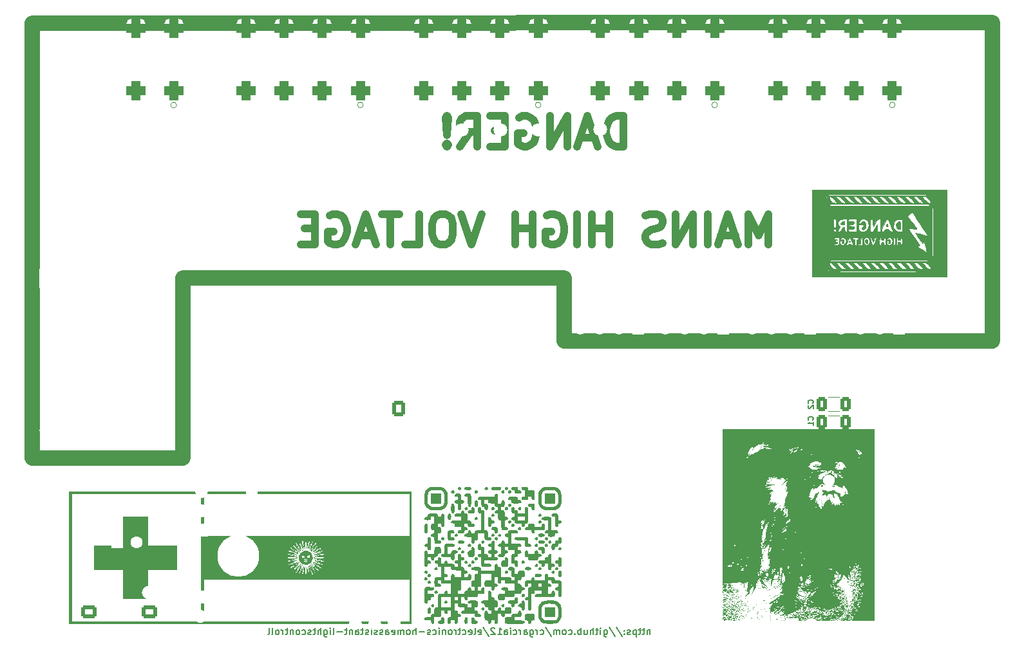
<source format=gbr>
%TF.GenerationSoftware,KiCad,Pcbnew,8.0.4*%
%TF.CreationDate,2024-08-24T15:41:41+02:00*%
%TF.ProjectId,hamodule,68616d6f-6475-46c6-952e-6b696361645f,20240821.23.8*%
%TF.SameCoordinates,Original*%
%TF.FileFunction,Legend,Bot*%
%TF.FilePolarity,Positive*%
%FSLAX46Y46*%
G04 Gerber Fmt 4.6, Leading zero omitted, Abs format (unit mm)*
G04 Created by KiCad (PCBNEW 8.0.4) date 2024-08-24 15:41:41*
%MOMM*%
%LPD*%
G01*
G04 APERTURE LIST*
G04 Aperture macros list*
%AMRoundRect*
0 Rectangle with rounded corners*
0 $1 Rounding radius*
0 $2 $3 $4 $5 $6 $7 $8 $9 X,Y pos of 4 corners*
0 Add a 4 corners polygon primitive as box body*
4,1,4,$2,$3,$4,$5,$6,$7,$8,$9,$2,$3,0*
0 Add four circle primitives for the rounded corners*
1,1,$1+$1,$2,$3*
1,1,$1+$1,$4,$5*
1,1,$1+$1,$6,$7*
1,1,$1+$1,$8,$9*
0 Add four rect primitives between the rounded corners*
20,1,$1+$1,$2,$3,$4,$5,0*
20,1,$1+$1,$4,$5,$6,$7,0*
20,1,$1+$1,$6,$7,$8,$9,0*
20,1,$1+$1,$8,$9,$2,$3,0*%
G04 Aperture macros list end*
%ADD10C,2.000000*%
%ADD11C,1.000000*%
%ADD12C,0.150000*%
%ADD13C,0.120000*%
%ADD14C,0.010000*%
%ADD15C,0.000000*%
%ADD16R,1.700000X1.700000*%
%ADD17O,1.700000X1.700000*%
%ADD18C,1.800000*%
%ADD19RoundRect,0.250000X0.750000X-0.600000X0.750000X0.600000X-0.750000X0.600000X-0.750000X-0.600000X0*%
%ADD20O,2.000000X1.700000*%
%ADD21R,2.500000X2.500000*%
%ADD22C,2.500000*%
%ADD23R,1.905000X2.000000*%
%ADD24O,1.905000X2.000000*%
%ADD25RoundRect,0.625000X0.625000X0.625000X-0.625000X0.625000X-0.625000X-0.625000X0.625000X-0.625000X0*%
%ADD26C,2.000000*%
%ADD27R,1.600000X2.400000*%
%ADD28O,1.600000X2.400000*%
%ADD29R,1.600000X1.600000*%
%ADD30C,1.600000*%
%ADD31R,2.000000X2.000000*%
%ADD32R,1.000000X1.000000*%
%ADD33C,0.650000*%
%ADD34O,1.000000X2.100000*%
%ADD35O,1.000000X1.600000*%
%ADD36RoundRect,0.250000X-0.600000X-0.725000X0.600000X-0.725000X0.600000X0.725000X-0.600000X0.725000X0*%
%ADD37O,1.700000X1.950000*%
%ADD38C,5.500000*%
%ADD39RoundRect,0.250000X0.412500X0.650000X-0.412500X0.650000X-0.412500X-0.650000X0.412500X-0.650000X0*%
G04 APERTURE END LIST*
D10*
X127787400Y39141400D02*
X71488800Y39136200D01*
X1524000Y23749000D02*
X1524000Y81000600D01*
X127787400Y81051400D02*
X127787400Y39141400D01*
X21324000Y47468400D02*
X21324000Y23749000D01*
X71488800Y39136200D02*
X71488800Y47468400D01*
X21324000Y23749000D02*
X1524000Y23749000D01*
X71488800Y47468400D02*
X21324000Y47468400D01*
X1524000Y81000600D02*
X127787400Y81046200D01*
D11*
X79310047Y64763100D02*
X79310047Y68763100D01*
X79310047Y68763100D02*
X78357666Y68763100D01*
X78357666Y68763100D02*
X77786237Y68572624D01*
X77786237Y68572624D02*
X77405285Y68191672D01*
X77405285Y68191672D02*
X77214808Y67810719D01*
X77214808Y67810719D02*
X77024332Y67048815D01*
X77024332Y67048815D02*
X77024332Y66477386D01*
X77024332Y66477386D02*
X77214808Y65715481D01*
X77214808Y65715481D02*
X77405285Y65334529D01*
X77405285Y65334529D02*
X77786237Y64953576D01*
X77786237Y64953576D02*
X78357666Y64763100D01*
X78357666Y64763100D02*
X79310047Y64763100D01*
X75500523Y65905957D02*
X73595761Y65905957D01*
X75881475Y64763100D02*
X74548142Y68763100D01*
X74548142Y68763100D02*
X73214808Y64763100D01*
X71881476Y64763100D02*
X71881476Y68763100D01*
X71881476Y68763100D02*
X69595761Y64763100D01*
X69595761Y64763100D02*
X69595761Y68763100D01*
X65595761Y68572624D02*
X65976714Y68763100D01*
X65976714Y68763100D02*
X66548142Y68763100D01*
X66548142Y68763100D02*
X67119571Y68572624D01*
X67119571Y68572624D02*
X67500523Y68191672D01*
X67500523Y68191672D02*
X67691000Y67810719D01*
X67691000Y67810719D02*
X67881476Y67048815D01*
X67881476Y67048815D02*
X67881476Y66477386D01*
X67881476Y66477386D02*
X67691000Y65715481D01*
X67691000Y65715481D02*
X67500523Y65334529D01*
X67500523Y65334529D02*
X67119571Y64953576D01*
X67119571Y64953576D02*
X66548142Y64763100D01*
X66548142Y64763100D02*
X66167190Y64763100D01*
X66167190Y64763100D02*
X65595761Y64953576D01*
X65595761Y64953576D02*
X65405285Y65144053D01*
X65405285Y65144053D02*
X65405285Y66477386D01*
X65405285Y66477386D02*
X66167190Y66477386D01*
X63691000Y66858338D02*
X62357666Y66858338D01*
X61786238Y64763100D02*
X63691000Y64763100D01*
X63691000Y64763100D02*
X63691000Y68763100D01*
X63691000Y68763100D02*
X61786238Y68763100D01*
X57786237Y64763100D02*
X59119571Y66667862D01*
X60071952Y64763100D02*
X60071952Y68763100D01*
X60071952Y68763100D02*
X58548142Y68763100D01*
X58548142Y68763100D02*
X58167190Y68572624D01*
X58167190Y68572624D02*
X57976713Y68382148D01*
X57976713Y68382148D02*
X57786237Y68001196D01*
X57786237Y68001196D02*
X57786237Y67429767D01*
X57786237Y67429767D02*
X57976713Y67048815D01*
X57976713Y67048815D02*
X58167190Y66858338D01*
X58167190Y66858338D02*
X58548142Y66667862D01*
X58548142Y66667862D02*
X60071952Y66667862D01*
X56071952Y65144053D02*
X55881475Y64953576D01*
X55881475Y64953576D02*
X56071952Y64763100D01*
X56071952Y64763100D02*
X56262428Y64953576D01*
X56262428Y64953576D02*
X56071952Y65144053D01*
X56071952Y65144053D02*
X56071952Y64763100D01*
X56071952Y66286910D02*
X56262428Y68572624D01*
X56262428Y68572624D02*
X56071952Y68763100D01*
X56071952Y68763100D02*
X55881475Y68572624D01*
X55881475Y68572624D02*
X56071952Y66286910D01*
X56071952Y66286910D02*
X56071952Y68763100D01*
X98357666Y51883548D02*
X98357666Y55883548D01*
X98357666Y55883548D02*
X97024332Y53026405D01*
X97024332Y53026405D02*
X95690999Y55883548D01*
X95690999Y55883548D02*
X95690999Y51883548D01*
X93976713Y53026405D02*
X92071951Y53026405D01*
X94357665Y51883548D02*
X93024332Y55883548D01*
X93024332Y55883548D02*
X91690998Y51883548D01*
X90357666Y51883548D02*
X90357666Y55883548D01*
X88452904Y51883548D02*
X88452904Y55883548D01*
X88452904Y55883548D02*
X86167189Y51883548D01*
X86167189Y51883548D02*
X86167189Y55883548D01*
X84452904Y52074024D02*
X83881475Y51883548D01*
X83881475Y51883548D02*
X82929094Y51883548D01*
X82929094Y51883548D02*
X82548142Y52074024D01*
X82548142Y52074024D02*
X82357666Y52264501D01*
X82357666Y52264501D02*
X82167189Y52645453D01*
X82167189Y52645453D02*
X82167189Y53026405D01*
X82167189Y53026405D02*
X82357666Y53407358D01*
X82357666Y53407358D02*
X82548142Y53597834D01*
X82548142Y53597834D02*
X82929094Y53788310D01*
X82929094Y53788310D02*
X83690999Y53978786D01*
X83690999Y53978786D02*
X84071951Y54169263D01*
X84071951Y54169263D02*
X84262428Y54359739D01*
X84262428Y54359739D02*
X84452904Y54740691D01*
X84452904Y54740691D02*
X84452904Y55121644D01*
X84452904Y55121644D02*
X84262428Y55502596D01*
X84262428Y55502596D02*
X84071951Y55693072D01*
X84071951Y55693072D02*
X83690999Y55883548D01*
X83690999Y55883548D02*
X82738618Y55883548D01*
X82738618Y55883548D02*
X82167189Y55693072D01*
X77405285Y51883548D02*
X77405285Y55883548D01*
X77405285Y53978786D02*
X75119570Y53978786D01*
X75119570Y51883548D02*
X75119570Y55883548D01*
X73214809Y51883548D02*
X73214809Y55883548D01*
X69214808Y55693072D02*
X69595761Y55883548D01*
X69595761Y55883548D02*
X70167189Y55883548D01*
X70167189Y55883548D02*
X70738618Y55693072D01*
X70738618Y55693072D02*
X71119570Y55312120D01*
X71119570Y55312120D02*
X71310047Y54931167D01*
X71310047Y54931167D02*
X71500523Y54169263D01*
X71500523Y54169263D02*
X71500523Y53597834D01*
X71500523Y53597834D02*
X71310047Y52835929D01*
X71310047Y52835929D02*
X71119570Y52454977D01*
X71119570Y52454977D02*
X70738618Y52074024D01*
X70738618Y52074024D02*
X70167189Y51883548D01*
X70167189Y51883548D02*
X69786237Y51883548D01*
X69786237Y51883548D02*
X69214808Y52074024D01*
X69214808Y52074024D02*
X69024332Y52264501D01*
X69024332Y52264501D02*
X69024332Y53597834D01*
X69024332Y53597834D02*
X69786237Y53597834D01*
X67310047Y51883548D02*
X67310047Y55883548D01*
X67310047Y53978786D02*
X65024332Y53978786D01*
X65024332Y51883548D02*
X65024332Y55883548D01*
X60643380Y55883548D02*
X59310047Y51883548D01*
X59310047Y51883548D02*
X57976713Y55883548D01*
X55881476Y55883548D02*
X55119571Y55883548D01*
X55119571Y55883548D02*
X54738619Y55693072D01*
X54738619Y55693072D02*
X54357666Y55312120D01*
X54357666Y55312120D02*
X54167190Y54550215D01*
X54167190Y54550215D02*
X54167190Y53216882D01*
X54167190Y53216882D02*
X54357666Y52454977D01*
X54357666Y52454977D02*
X54738619Y52074024D01*
X54738619Y52074024D02*
X55119571Y51883548D01*
X55119571Y51883548D02*
X55881476Y51883548D01*
X55881476Y51883548D02*
X56262428Y52074024D01*
X56262428Y52074024D02*
X56643381Y52454977D01*
X56643381Y52454977D02*
X56833857Y53216882D01*
X56833857Y53216882D02*
X56833857Y54550215D01*
X56833857Y54550215D02*
X56643381Y55312120D01*
X56643381Y55312120D02*
X56262428Y55693072D01*
X56262428Y55693072D02*
X55881476Y55883548D01*
X50548143Y51883548D02*
X52452905Y51883548D01*
X52452905Y51883548D02*
X52452905Y55883548D01*
X49786238Y55883548D02*
X47500524Y55883548D01*
X48643381Y51883548D02*
X48643381Y55883548D01*
X46357667Y53026405D02*
X44452905Y53026405D01*
X46738619Y51883548D02*
X45405286Y55883548D01*
X45405286Y55883548D02*
X44071952Y51883548D01*
X40643381Y55693072D02*
X41024334Y55883548D01*
X41024334Y55883548D02*
X41595762Y55883548D01*
X41595762Y55883548D02*
X42167191Y55693072D01*
X42167191Y55693072D02*
X42548143Y55312120D01*
X42548143Y55312120D02*
X42738620Y54931167D01*
X42738620Y54931167D02*
X42929096Y54169263D01*
X42929096Y54169263D02*
X42929096Y53597834D01*
X42929096Y53597834D02*
X42738620Y52835929D01*
X42738620Y52835929D02*
X42548143Y52454977D01*
X42548143Y52454977D02*
X42167191Y52074024D01*
X42167191Y52074024D02*
X41595762Y51883548D01*
X41595762Y51883548D02*
X41214810Y51883548D01*
X41214810Y51883548D02*
X40643381Y52074024D01*
X40643381Y52074024D02*
X40452905Y52264501D01*
X40452905Y52264501D02*
X40452905Y53597834D01*
X40452905Y53597834D02*
X41214810Y53597834D01*
X38738620Y53978786D02*
X37405286Y53978786D01*
X36833858Y51883548D02*
X38738620Y51883548D01*
X38738620Y51883548D02*
X38738620Y55883548D01*
X38738620Y55883548D02*
X36833858Y55883548D01*
D12*
X82780233Y531243D02*
X82780233Y1431243D01*
X82394519Y531243D02*
X82394519Y1002672D01*
X82394519Y1002672D02*
X82437376Y1088386D01*
X82437376Y1088386D02*
X82523090Y1131243D01*
X82523090Y1131243D02*
X82651661Y1131243D01*
X82651661Y1131243D02*
X82737376Y1088386D01*
X82737376Y1088386D02*
X82780233Y1045529D01*
X82094518Y1131243D02*
X81751661Y1131243D01*
X81965947Y1431243D02*
X81965947Y659815D01*
X81965947Y659815D02*
X81923090Y574100D01*
X81923090Y574100D02*
X81837375Y531243D01*
X81837375Y531243D02*
X81751661Y531243D01*
X81580232Y1131243D02*
X81237375Y1131243D01*
X81451661Y1431243D02*
X81451661Y659815D01*
X81451661Y659815D02*
X81408804Y574100D01*
X81408804Y574100D02*
X81323089Y531243D01*
X81323089Y531243D02*
X81237375Y531243D01*
X80937375Y1131243D02*
X80937375Y231243D01*
X80937375Y1088386D02*
X80851661Y1131243D01*
X80851661Y1131243D02*
X80680232Y1131243D01*
X80680232Y1131243D02*
X80594518Y1088386D01*
X80594518Y1088386D02*
X80551661Y1045529D01*
X80551661Y1045529D02*
X80508803Y959815D01*
X80508803Y959815D02*
X80508803Y702672D01*
X80508803Y702672D02*
X80551661Y616958D01*
X80551661Y616958D02*
X80594518Y574100D01*
X80594518Y574100D02*
X80680232Y531243D01*
X80680232Y531243D02*
X80851661Y531243D01*
X80851661Y531243D02*
X80937375Y574100D01*
X80165946Y574100D02*
X80080232Y531243D01*
X80080232Y531243D02*
X79908803Y531243D01*
X79908803Y531243D02*
X79823089Y574100D01*
X79823089Y574100D02*
X79780232Y659815D01*
X79780232Y659815D02*
X79780232Y702672D01*
X79780232Y702672D02*
X79823089Y788386D01*
X79823089Y788386D02*
X79908803Y831243D01*
X79908803Y831243D02*
X80037375Y831243D01*
X80037375Y831243D02*
X80123089Y874100D01*
X80123089Y874100D02*
X80165946Y959815D01*
X80165946Y959815D02*
X80165946Y1002672D01*
X80165946Y1002672D02*
X80123089Y1088386D01*
X80123089Y1088386D02*
X80037375Y1131243D01*
X80037375Y1131243D02*
X79908803Y1131243D01*
X79908803Y1131243D02*
X79823089Y1088386D01*
X79394518Y616958D02*
X79351661Y574100D01*
X79351661Y574100D02*
X79394518Y531243D01*
X79394518Y531243D02*
X79437375Y574100D01*
X79437375Y574100D02*
X79394518Y616958D01*
X79394518Y616958D02*
X79394518Y531243D01*
X79394518Y1088386D02*
X79351661Y1045529D01*
X79351661Y1045529D02*
X79394518Y1002672D01*
X79394518Y1002672D02*
X79437375Y1045529D01*
X79437375Y1045529D02*
X79394518Y1088386D01*
X79394518Y1088386D02*
X79394518Y1002672D01*
X78323090Y1474100D02*
X79094518Y316958D01*
X77380233Y1474100D02*
X78151661Y316958D01*
X76694519Y1131243D02*
X76694519Y402672D01*
X76694519Y402672D02*
X76737376Y316958D01*
X76737376Y316958D02*
X76780233Y274100D01*
X76780233Y274100D02*
X76865947Y231243D01*
X76865947Y231243D02*
X76994519Y231243D01*
X76994519Y231243D02*
X77080233Y274100D01*
X76694519Y574100D02*
X76780233Y531243D01*
X76780233Y531243D02*
X76951661Y531243D01*
X76951661Y531243D02*
X77037376Y574100D01*
X77037376Y574100D02*
X77080233Y616958D01*
X77080233Y616958D02*
X77123090Y702672D01*
X77123090Y702672D02*
X77123090Y959815D01*
X77123090Y959815D02*
X77080233Y1045529D01*
X77080233Y1045529D02*
X77037376Y1088386D01*
X77037376Y1088386D02*
X76951661Y1131243D01*
X76951661Y1131243D02*
X76780233Y1131243D01*
X76780233Y1131243D02*
X76694519Y1088386D01*
X76265947Y531243D02*
X76265947Y1131243D01*
X76265947Y1431243D02*
X76308804Y1388386D01*
X76308804Y1388386D02*
X76265947Y1345529D01*
X76265947Y1345529D02*
X76223090Y1388386D01*
X76223090Y1388386D02*
X76265947Y1431243D01*
X76265947Y1431243D02*
X76265947Y1345529D01*
X75965947Y1131243D02*
X75623090Y1131243D01*
X75837376Y1431243D02*
X75837376Y659815D01*
X75837376Y659815D02*
X75794519Y574100D01*
X75794519Y574100D02*
X75708804Y531243D01*
X75708804Y531243D02*
X75623090Y531243D01*
X75323090Y531243D02*
X75323090Y1431243D01*
X74937376Y531243D02*
X74937376Y1002672D01*
X74937376Y1002672D02*
X74980233Y1088386D01*
X74980233Y1088386D02*
X75065947Y1131243D01*
X75065947Y1131243D02*
X75194518Y1131243D01*
X75194518Y1131243D02*
X75280233Y1088386D01*
X75280233Y1088386D02*
X75323090Y1045529D01*
X74123090Y1131243D02*
X74123090Y531243D01*
X74508804Y1131243D02*
X74508804Y659815D01*
X74508804Y659815D02*
X74465947Y574100D01*
X74465947Y574100D02*
X74380232Y531243D01*
X74380232Y531243D02*
X74251661Y531243D01*
X74251661Y531243D02*
X74165947Y574100D01*
X74165947Y574100D02*
X74123090Y616958D01*
X73694518Y531243D02*
X73694518Y1431243D01*
X73694518Y1088386D02*
X73608804Y1131243D01*
X73608804Y1131243D02*
X73437375Y1131243D01*
X73437375Y1131243D02*
X73351661Y1088386D01*
X73351661Y1088386D02*
X73308804Y1045529D01*
X73308804Y1045529D02*
X73265946Y959815D01*
X73265946Y959815D02*
X73265946Y702672D01*
X73265946Y702672D02*
X73308804Y616958D01*
X73308804Y616958D02*
X73351661Y574100D01*
X73351661Y574100D02*
X73437375Y531243D01*
X73437375Y531243D02*
X73608804Y531243D01*
X73608804Y531243D02*
X73694518Y574100D01*
X72880232Y616958D02*
X72837375Y574100D01*
X72837375Y574100D02*
X72880232Y531243D01*
X72880232Y531243D02*
X72923089Y574100D01*
X72923089Y574100D02*
X72880232Y616958D01*
X72880232Y616958D02*
X72880232Y531243D01*
X72065947Y574100D02*
X72151661Y531243D01*
X72151661Y531243D02*
X72323089Y531243D01*
X72323089Y531243D02*
X72408804Y574100D01*
X72408804Y574100D02*
X72451661Y616958D01*
X72451661Y616958D02*
X72494518Y702672D01*
X72494518Y702672D02*
X72494518Y959815D01*
X72494518Y959815D02*
X72451661Y1045529D01*
X72451661Y1045529D02*
X72408804Y1088386D01*
X72408804Y1088386D02*
X72323089Y1131243D01*
X72323089Y1131243D02*
X72151661Y1131243D01*
X72151661Y1131243D02*
X72065947Y1088386D01*
X71551660Y531243D02*
X71637375Y574100D01*
X71637375Y574100D02*
X71680232Y616958D01*
X71680232Y616958D02*
X71723089Y702672D01*
X71723089Y702672D02*
X71723089Y959815D01*
X71723089Y959815D02*
X71680232Y1045529D01*
X71680232Y1045529D02*
X71637375Y1088386D01*
X71637375Y1088386D02*
X71551660Y1131243D01*
X71551660Y1131243D02*
X71423089Y1131243D01*
X71423089Y1131243D02*
X71337375Y1088386D01*
X71337375Y1088386D02*
X71294518Y1045529D01*
X71294518Y1045529D02*
X71251660Y959815D01*
X71251660Y959815D02*
X71251660Y702672D01*
X71251660Y702672D02*
X71294518Y616958D01*
X71294518Y616958D02*
X71337375Y574100D01*
X71337375Y574100D02*
X71423089Y531243D01*
X71423089Y531243D02*
X71551660Y531243D01*
X70865946Y531243D02*
X70865946Y1131243D01*
X70865946Y1045529D02*
X70823089Y1088386D01*
X70823089Y1088386D02*
X70737374Y1131243D01*
X70737374Y1131243D02*
X70608803Y1131243D01*
X70608803Y1131243D02*
X70523089Y1088386D01*
X70523089Y1088386D02*
X70480232Y1002672D01*
X70480232Y1002672D02*
X70480232Y531243D01*
X70480232Y1002672D02*
X70437374Y1088386D01*
X70437374Y1088386D02*
X70351660Y1131243D01*
X70351660Y1131243D02*
X70223089Y1131243D01*
X70223089Y1131243D02*
X70137374Y1088386D01*
X70137374Y1088386D02*
X70094517Y1002672D01*
X70094517Y1002672D02*
X70094517Y531243D01*
X69023089Y1474100D02*
X69794517Y316958D01*
X68337375Y574100D02*
X68423089Y531243D01*
X68423089Y531243D02*
X68594517Y531243D01*
X68594517Y531243D02*
X68680232Y574100D01*
X68680232Y574100D02*
X68723089Y616958D01*
X68723089Y616958D02*
X68765946Y702672D01*
X68765946Y702672D02*
X68765946Y959815D01*
X68765946Y959815D02*
X68723089Y1045529D01*
X68723089Y1045529D02*
X68680232Y1088386D01*
X68680232Y1088386D02*
X68594517Y1131243D01*
X68594517Y1131243D02*
X68423089Y1131243D01*
X68423089Y1131243D02*
X68337375Y1088386D01*
X67951660Y531243D02*
X67951660Y1131243D01*
X67951660Y959815D02*
X67908803Y1045529D01*
X67908803Y1045529D02*
X67865946Y1088386D01*
X67865946Y1088386D02*
X67780231Y1131243D01*
X67780231Y1131243D02*
X67694517Y1131243D01*
X67008803Y1131243D02*
X67008803Y402672D01*
X67008803Y402672D02*
X67051660Y316958D01*
X67051660Y316958D02*
X67094517Y274100D01*
X67094517Y274100D02*
X67180231Y231243D01*
X67180231Y231243D02*
X67308803Y231243D01*
X67308803Y231243D02*
X67394517Y274100D01*
X67008803Y574100D02*
X67094517Y531243D01*
X67094517Y531243D02*
X67265945Y531243D01*
X67265945Y531243D02*
X67351660Y574100D01*
X67351660Y574100D02*
X67394517Y616958D01*
X67394517Y616958D02*
X67437374Y702672D01*
X67437374Y702672D02*
X67437374Y959815D01*
X67437374Y959815D02*
X67394517Y1045529D01*
X67394517Y1045529D02*
X67351660Y1088386D01*
X67351660Y1088386D02*
X67265945Y1131243D01*
X67265945Y1131243D02*
X67094517Y1131243D01*
X67094517Y1131243D02*
X67008803Y1088386D01*
X66194517Y531243D02*
X66194517Y1002672D01*
X66194517Y1002672D02*
X66237374Y1088386D01*
X66237374Y1088386D02*
X66323088Y1131243D01*
X66323088Y1131243D02*
X66494517Y1131243D01*
X66494517Y1131243D02*
X66580231Y1088386D01*
X66194517Y574100D02*
X66280231Y531243D01*
X66280231Y531243D02*
X66494517Y531243D01*
X66494517Y531243D02*
X66580231Y574100D01*
X66580231Y574100D02*
X66623088Y659815D01*
X66623088Y659815D02*
X66623088Y745529D01*
X66623088Y745529D02*
X66580231Y831243D01*
X66580231Y831243D02*
X66494517Y874100D01*
X66494517Y874100D02*
X66280231Y874100D01*
X66280231Y874100D02*
X66194517Y916958D01*
X65765945Y531243D02*
X65765945Y1131243D01*
X65765945Y959815D02*
X65723088Y1045529D01*
X65723088Y1045529D02*
X65680231Y1088386D01*
X65680231Y1088386D02*
X65594516Y1131243D01*
X65594516Y1131243D02*
X65508802Y1131243D01*
X64823088Y574100D02*
X64908802Y531243D01*
X64908802Y531243D02*
X65080230Y531243D01*
X65080230Y531243D02*
X65165945Y574100D01*
X65165945Y574100D02*
X65208802Y616958D01*
X65208802Y616958D02*
X65251659Y702672D01*
X65251659Y702672D02*
X65251659Y959815D01*
X65251659Y959815D02*
X65208802Y1045529D01*
X65208802Y1045529D02*
X65165945Y1088386D01*
X65165945Y1088386D02*
X65080230Y1131243D01*
X65080230Y1131243D02*
X64908802Y1131243D01*
X64908802Y1131243D02*
X64823088Y1088386D01*
X64437373Y531243D02*
X64437373Y1131243D01*
X64437373Y1431243D02*
X64480230Y1388386D01*
X64480230Y1388386D02*
X64437373Y1345529D01*
X64437373Y1345529D02*
X64394516Y1388386D01*
X64394516Y1388386D02*
X64437373Y1431243D01*
X64437373Y1431243D02*
X64437373Y1345529D01*
X63623088Y531243D02*
X63623088Y1002672D01*
X63623088Y1002672D02*
X63665945Y1088386D01*
X63665945Y1088386D02*
X63751659Y1131243D01*
X63751659Y1131243D02*
X63923088Y1131243D01*
X63923088Y1131243D02*
X64008802Y1088386D01*
X63623088Y574100D02*
X63708802Y531243D01*
X63708802Y531243D02*
X63923088Y531243D01*
X63923088Y531243D02*
X64008802Y574100D01*
X64008802Y574100D02*
X64051659Y659815D01*
X64051659Y659815D02*
X64051659Y745529D01*
X64051659Y745529D02*
X64008802Y831243D01*
X64008802Y831243D02*
X63923088Y874100D01*
X63923088Y874100D02*
X63708802Y874100D01*
X63708802Y874100D02*
X63623088Y916958D01*
X62723087Y531243D02*
X63237373Y531243D01*
X62980230Y531243D02*
X62980230Y1431243D01*
X62980230Y1431243D02*
X63065944Y1302672D01*
X63065944Y1302672D02*
X63151659Y1216958D01*
X63151659Y1216958D02*
X63237373Y1174100D01*
X62380230Y1345529D02*
X62337373Y1388386D01*
X62337373Y1388386D02*
X62251659Y1431243D01*
X62251659Y1431243D02*
X62037373Y1431243D01*
X62037373Y1431243D02*
X61951659Y1388386D01*
X61951659Y1388386D02*
X61908801Y1345529D01*
X61908801Y1345529D02*
X61865944Y1259815D01*
X61865944Y1259815D02*
X61865944Y1174100D01*
X61865944Y1174100D02*
X61908801Y1045529D01*
X61908801Y1045529D02*
X62423087Y531243D01*
X62423087Y531243D02*
X61865944Y531243D01*
X60837373Y1474100D02*
X61608801Y316958D01*
X60194516Y574100D02*
X60280230Y531243D01*
X60280230Y531243D02*
X60451659Y531243D01*
X60451659Y531243D02*
X60537373Y574100D01*
X60537373Y574100D02*
X60580230Y659815D01*
X60580230Y659815D02*
X60580230Y1002672D01*
X60580230Y1002672D02*
X60537373Y1088386D01*
X60537373Y1088386D02*
X60451659Y1131243D01*
X60451659Y1131243D02*
X60280230Y1131243D01*
X60280230Y1131243D02*
X60194516Y1088386D01*
X60194516Y1088386D02*
X60151659Y1002672D01*
X60151659Y1002672D02*
X60151659Y916958D01*
X60151659Y916958D02*
X60580230Y831243D01*
X59637372Y531243D02*
X59723087Y574100D01*
X59723087Y574100D02*
X59765944Y659815D01*
X59765944Y659815D02*
X59765944Y1431243D01*
X58951658Y574100D02*
X59037372Y531243D01*
X59037372Y531243D02*
X59208801Y531243D01*
X59208801Y531243D02*
X59294515Y574100D01*
X59294515Y574100D02*
X59337372Y659815D01*
X59337372Y659815D02*
X59337372Y1002672D01*
X59337372Y1002672D02*
X59294515Y1088386D01*
X59294515Y1088386D02*
X59208801Y1131243D01*
X59208801Y1131243D02*
X59037372Y1131243D01*
X59037372Y1131243D02*
X58951658Y1088386D01*
X58951658Y1088386D02*
X58908801Y1002672D01*
X58908801Y1002672D02*
X58908801Y916958D01*
X58908801Y916958D02*
X59337372Y831243D01*
X58137372Y574100D02*
X58223086Y531243D01*
X58223086Y531243D02*
X58394514Y531243D01*
X58394514Y531243D02*
X58480229Y574100D01*
X58480229Y574100D02*
X58523086Y616958D01*
X58523086Y616958D02*
X58565943Y702672D01*
X58565943Y702672D02*
X58565943Y959815D01*
X58565943Y959815D02*
X58523086Y1045529D01*
X58523086Y1045529D02*
X58480229Y1088386D01*
X58480229Y1088386D02*
X58394514Y1131243D01*
X58394514Y1131243D02*
X58223086Y1131243D01*
X58223086Y1131243D02*
X58137372Y1088386D01*
X57880228Y1131243D02*
X57537371Y1131243D01*
X57751657Y1431243D02*
X57751657Y659815D01*
X57751657Y659815D02*
X57708800Y574100D01*
X57708800Y574100D02*
X57623085Y531243D01*
X57623085Y531243D02*
X57537371Y531243D01*
X57237371Y531243D02*
X57237371Y1131243D01*
X57237371Y959815D02*
X57194514Y1045529D01*
X57194514Y1045529D02*
X57151657Y1088386D01*
X57151657Y1088386D02*
X57065942Y1131243D01*
X57065942Y1131243D02*
X56980228Y1131243D01*
X56551656Y531243D02*
X56637371Y574100D01*
X56637371Y574100D02*
X56680228Y616958D01*
X56680228Y616958D02*
X56723085Y702672D01*
X56723085Y702672D02*
X56723085Y959815D01*
X56723085Y959815D02*
X56680228Y1045529D01*
X56680228Y1045529D02*
X56637371Y1088386D01*
X56637371Y1088386D02*
X56551656Y1131243D01*
X56551656Y1131243D02*
X56423085Y1131243D01*
X56423085Y1131243D02*
X56337371Y1088386D01*
X56337371Y1088386D02*
X56294514Y1045529D01*
X56294514Y1045529D02*
X56251656Y959815D01*
X56251656Y959815D02*
X56251656Y702672D01*
X56251656Y702672D02*
X56294514Y616958D01*
X56294514Y616958D02*
X56337371Y574100D01*
X56337371Y574100D02*
X56423085Y531243D01*
X56423085Y531243D02*
X56551656Y531243D01*
X55865942Y1131243D02*
X55865942Y531243D01*
X55865942Y1045529D02*
X55823085Y1088386D01*
X55823085Y1088386D02*
X55737370Y1131243D01*
X55737370Y1131243D02*
X55608799Y1131243D01*
X55608799Y1131243D02*
X55523085Y1088386D01*
X55523085Y1088386D02*
X55480228Y1002672D01*
X55480228Y1002672D02*
X55480228Y531243D01*
X55051656Y531243D02*
X55051656Y1131243D01*
X55051656Y1431243D02*
X55094513Y1388386D01*
X55094513Y1388386D02*
X55051656Y1345529D01*
X55051656Y1345529D02*
X55008799Y1388386D01*
X55008799Y1388386D02*
X55051656Y1431243D01*
X55051656Y1431243D02*
X55051656Y1345529D01*
X54237371Y574100D02*
X54323085Y531243D01*
X54323085Y531243D02*
X54494513Y531243D01*
X54494513Y531243D02*
X54580228Y574100D01*
X54580228Y574100D02*
X54623085Y616958D01*
X54623085Y616958D02*
X54665942Y702672D01*
X54665942Y702672D02*
X54665942Y959815D01*
X54665942Y959815D02*
X54623085Y1045529D01*
X54623085Y1045529D02*
X54580228Y1088386D01*
X54580228Y1088386D02*
X54494513Y1131243D01*
X54494513Y1131243D02*
X54323085Y1131243D01*
X54323085Y1131243D02*
X54237371Y1088386D01*
X53894513Y574100D02*
X53808799Y531243D01*
X53808799Y531243D02*
X53637370Y531243D01*
X53637370Y531243D02*
X53551656Y574100D01*
X53551656Y574100D02*
X53508799Y659815D01*
X53508799Y659815D02*
X53508799Y702672D01*
X53508799Y702672D02*
X53551656Y788386D01*
X53551656Y788386D02*
X53637370Y831243D01*
X53637370Y831243D02*
X53765942Y831243D01*
X53765942Y831243D02*
X53851656Y874100D01*
X53851656Y874100D02*
X53894513Y959815D01*
X53894513Y959815D02*
X53894513Y1002672D01*
X53894513Y1002672D02*
X53851656Y1088386D01*
X53851656Y1088386D02*
X53765942Y1131243D01*
X53765942Y1131243D02*
X53637370Y1131243D01*
X53637370Y1131243D02*
X53551656Y1088386D01*
X53123085Y874100D02*
X52437371Y874100D01*
X52008799Y531243D02*
X52008799Y1431243D01*
X51623085Y531243D02*
X51623085Y1002672D01*
X51623085Y1002672D02*
X51665942Y1088386D01*
X51665942Y1088386D02*
X51751656Y1131243D01*
X51751656Y1131243D02*
X51880227Y1131243D01*
X51880227Y1131243D02*
X51965942Y1088386D01*
X51965942Y1088386D02*
X52008799Y1045529D01*
X51065941Y531243D02*
X51151656Y574100D01*
X51151656Y574100D02*
X51194513Y616958D01*
X51194513Y616958D02*
X51237370Y702672D01*
X51237370Y702672D02*
X51237370Y959815D01*
X51237370Y959815D02*
X51194513Y1045529D01*
X51194513Y1045529D02*
X51151656Y1088386D01*
X51151656Y1088386D02*
X51065941Y1131243D01*
X51065941Y1131243D02*
X50937370Y1131243D01*
X50937370Y1131243D02*
X50851656Y1088386D01*
X50851656Y1088386D02*
X50808799Y1045529D01*
X50808799Y1045529D02*
X50765941Y959815D01*
X50765941Y959815D02*
X50765941Y702672D01*
X50765941Y702672D02*
X50808799Y616958D01*
X50808799Y616958D02*
X50851656Y574100D01*
X50851656Y574100D02*
X50937370Y531243D01*
X50937370Y531243D02*
X51065941Y531243D01*
X50380227Y531243D02*
X50380227Y1131243D01*
X50380227Y1045529D02*
X50337370Y1088386D01*
X50337370Y1088386D02*
X50251655Y1131243D01*
X50251655Y1131243D02*
X50123084Y1131243D01*
X50123084Y1131243D02*
X50037370Y1088386D01*
X50037370Y1088386D02*
X49994513Y1002672D01*
X49994513Y1002672D02*
X49994513Y531243D01*
X49994513Y1002672D02*
X49951655Y1088386D01*
X49951655Y1088386D02*
X49865941Y1131243D01*
X49865941Y1131243D02*
X49737370Y1131243D01*
X49737370Y1131243D02*
X49651655Y1088386D01*
X49651655Y1088386D02*
X49608798Y1002672D01*
X49608798Y1002672D02*
X49608798Y531243D01*
X48837370Y574100D02*
X48923084Y531243D01*
X48923084Y531243D02*
X49094513Y531243D01*
X49094513Y531243D02*
X49180227Y574100D01*
X49180227Y574100D02*
X49223084Y659815D01*
X49223084Y659815D02*
X49223084Y1002672D01*
X49223084Y1002672D02*
X49180227Y1088386D01*
X49180227Y1088386D02*
X49094513Y1131243D01*
X49094513Y1131243D02*
X48923084Y1131243D01*
X48923084Y1131243D02*
X48837370Y1088386D01*
X48837370Y1088386D02*
X48794513Y1002672D01*
X48794513Y1002672D02*
X48794513Y916958D01*
X48794513Y916958D02*
X49223084Y831243D01*
X48023084Y531243D02*
X48023084Y1002672D01*
X48023084Y1002672D02*
X48065941Y1088386D01*
X48065941Y1088386D02*
X48151655Y1131243D01*
X48151655Y1131243D02*
X48323084Y1131243D01*
X48323084Y1131243D02*
X48408798Y1088386D01*
X48023084Y574100D02*
X48108798Y531243D01*
X48108798Y531243D02*
X48323084Y531243D01*
X48323084Y531243D02*
X48408798Y574100D01*
X48408798Y574100D02*
X48451655Y659815D01*
X48451655Y659815D02*
X48451655Y745529D01*
X48451655Y745529D02*
X48408798Y831243D01*
X48408798Y831243D02*
X48323084Y874100D01*
X48323084Y874100D02*
X48108798Y874100D01*
X48108798Y874100D02*
X48023084Y916958D01*
X47637369Y574100D02*
X47551655Y531243D01*
X47551655Y531243D02*
X47380226Y531243D01*
X47380226Y531243D02*
X47294512Y574100D01*
X47294512Y574100D02*
X47251655Y659815D01*
X47251655Y659815D02*
X47251655Y702672D01*
X47251655Y702672D02*
X47294512Y788386D01*
X47294512Y788386D02*
X47380226Y831243D01*
X47380226Y831243D02*
X47508798Y831243D01*
X47508798Y831243D02*
X47594512Y874100D01*
X47594512Y874100D02*
X47637369Y959815D01*
X47637369Y959815D02*
X47637369Y1002672D01*
X47637369Y1002672D02*
X47594512Y1088386D01*
X47594512Y1088386D02*
X47508798Y1131243D01*
X47508798Y1131243D02*
X47380226Y1131243D01*
X47380226Y1131243D02*
X47294512Y1088386D01*
X46908798Y574100D02*
X46823084Y531243D01*
X46823084Y531243D02*
X46651655Y531243D01*
X46651655Y531243D02*
X46565941Y574100D01*
X46565941Y574100D02*
X46523084Y659815D01*
X46523084Y659815D02*
X46523084Y702672D01*
X46523084Y702672D02*
X46565941Y788386D01*
X46565941Y788386D02*
X46651655Y831243D01*
X46651655Y831243D02*
X46780227Y831243D01*
X46780227Y831243D02*
X46865941Y874100D01*
X46865941Y874100D02*
X46908798Y959815D01*
X46908798Y959815D02*
X46908798Y1002672D01*
X46908798Y1002672D02*
X46865941Y1088386D01*
X46865941Y1088386D02*
X46780227Y1131243D01*
X46780227Y1131243D02*
X46651655Y1131243D01*
X46651655Y1131243D02*
X46565941Y1088386D01*
X46137370Y531243D02*
X46137370Y1131243D01*
X46137370Y1431243D02*
X46180227Y1388386D01*
X46180227Y1388386D02*
X46137370Y1345529D01*
X46137370Y1345529D02*
X46094513Y1388386D01*
X46094513Y1388386D02*
X46137370Y1431243D01*
X46137370Y1431243D02*
X46137370Y1345529D01*
X45751656Y574100D02*
X45665942Y531243D01*
X45665942Y531243D02*
X45494513Y531243D01*
X45494513Y531243D02*
X45408799Y574100D01*
X45408799Y574100D02*
X45365942Y659815D01*
X45365942Y659815D02*
X45365942Y702672D01*
X45365942Y702672D02*
X45408799Y788386D01*
X45408799Y788386D02*
X45494513Y831243D01*
X45494513Y831243D02*
X45623085Y831243D01*
X45623085Y831243D02*
X45708799Y874100D01*
X45708799Y874100D02*
X45751656Y959815D01*
X45751656Y959815D02*
X45751656Y1002672D01*
X45751656Y1002672D02*
X45708799Y1088386D01*
X45708799Y1088386D02*
X45623085Y1131243D01*
X45623085Y1131243D02*
X45494513Y1131243D01*
X45494513Y1131243D02*
X45408799Y1088386D01*
X45108799Y1131243D02*
X44765942Y1131243D01*
X44980228Y1431243D02*
X44980228Y659815D01*
X44980228Y659815D02*
X44937371Y574100D01*
X44937371Y574100D02*
X44851656Y531243D01*
X44851656Y531243D02*
X44765942Y531243D01*
X44080228Y531243D02*
X44080228Y1002672D01*
X44080228Y1002672D02*
X44123085Y1088386D01*
X44123085Y1088386D02*
X44208799Y1131243D01*
X44208799Y1131243D02*
X44380228Y1131243D01*
X44380228Y1131243D02*
X44465942Y1088386D01*
X44080228Y574100D02*
X44165942Y531243D01*
X44165942Y531243D02*
X44380228Y531243D01*
X44380228Y531243D02*
X44465942Y574100D01*
X44465942Y574100D02*
X44508799Y659815D01*
X44508799Y659815D02*
X44508799Y745529D01*
X44508799Y745529D02*
X44465942Y831243D01*
X44465942Y831243D02*
X44380228Y874100D01*
X44380228Y874100D02*
X44165942Y874100D01*
X44165942Y874100D02*
X44080228Y916958D01*
X43651656Y1131243D02*
X43651656Y531243D01*
X43651656Y1045529D02*
X43608799Y1088386D01*
X43608799Y1088386D02*
X43523084Y1131243D01*
X43523084Y1131243D02*
X43394513Y1131243D01*
X43394513Y1131243D02*
X43308799Y1088386D01*
X43308799Y1088386D02*
X43265942Y1002672D01*
X43265942Y1002672D02*
X43265942Y531243D01*
X42965941Y1131243D02*
X42623084Y1131243D01*
X42837370Y1431243D02*
X42837370Y659815D01*
X42837370Y659815D02*
X42794513Y574100D01*
X42794513Y574100D02*
X42708798Y531243D01*
X42708798Y531243D02*
X42623084Y531243D01*
X42323084Y874100D02*
X41637370Y874100D01*
X41080226Y531243D02*
X41165941Y574100D01*
X41165941Y574100D02*
X41208798Y659815D01*
X41208798Y659815D02*
X41208798Y1431243D01*
X40737369Y531243D02*
X40737369Y1131243D01*
X40737369Y1431243D02*
X40780226Y1388386D01*
X40780226Y1388386D02*
X40737369Y1345529D01*
X40737369Y1345529D02*
X40694512Y1388386D01*
X40694512Y1388386D02*
X40737369Y1431243D01*
X40737369Y1431243D02*
X40737369Y1345529D01*
X39923084Y1131243D02*
X39923084Y402672D01*
X39923084Y402672D02*
X39965941Y316958D01*
X39965941Y316958D02*
X40008798Y274100D01*
X40008798Y274100D02*
X40094512Y231243D01*
X40094512Y231243D02*
X40223084Y231243D01*
X40223084Y231243D02*
X40308798Y274100D01*
X39923084Y574100D02*
X40008798Y531243D01*
X40008798Y531243D02*
X40180226Y531243D01*
X40180226Y531243D02*
X40265941Y574100D01*
X40265941Y574100D02*
X40308798Y616958D01*
X40308798Y616958D02*
X40351655Y702672D01*
X40351655Y702672D02*
X40351655Y959815D01*
X40351655Y959815D02*
X40308798Y1045529D01*
X40308798Y1045529D02*
X40265941Y1088386D01*
X40265941Y1088386D02*
X40180226Y1131243D01*
X40180226Y1131243D02*
X40008798Y1131243D01*
X40008798Y1131243D02*
X39923084Y1088386D01*
X39494512Y531243D02*
X39494512Y1431243D01*
X39108798Y531243D02*
X39108798Y1002672D01*
X39108798Y1002672D02*
X39151655Y1088386D01*
X39151655Y1088386D02*
X39237369Y1131243D01*
X39237369Y1131243D02*
X39365940Y1131243D01*
X39365940Y1131243D02*
X39451655Y1088386D01*
X39451655Y1088386D02*
X39494512Y1045529D01*
X38808797Y1131243D02*
X38465940Y1131243D01*
X38680226Y1431243D02*
X38680226Y659815D01*
X38680226Y659815D02*
X38637369Y574100D01*
X38637369Y574100D02*
X38551654Y531243D01*
X38551654Y531243D02*
X38465940Y531243D01*
X38208797Y574100D02*
X38123083Y531243D01*
X38123083Y531243D02*
X37951654Y531243D01*
X37951654Y531243D02*
X37865940Y574100D01*
X37865940Y574100D02*
X37823083Y659815D01*
X37823083Y659815D02*
X37823083Y702672D01*
X37823083Y702672D02*
X37865940Y788386D01*
X37865940Y788386D02*
X37951654Y831243D01*
X37951654Y831243D02*
X38080226Y831243D01*
X38080226Y831243D02*
X38165940Y874100D01*
X38165940Y874100D02*
X38208797Y959815D01*
X38208797Y959815D02*
X38208797Y1002672D01*
X38208797Y1002672D02*
X38165940Y1088386D01*
X38165940Y1088386D02*
X38080226Y1131243D01*
X38080226Y1131243D02*
X37951654Y1131243D01*
X37951654Y1131243D02*
X37865940Y1088386D01*
X37051655Y574100D02*
X37137369Y531243D01*
X37137369Y531243D02*
X37308797Y531243D01*
X37308797Y531243D02*
X37394512Y574100D01*
X37394512Y574100D02*
X37437369Y616958D01*
X37437369Y616958D02*
X37480226Y702672D01*
X37480226Y702672D02*
X37480226Y959815D01*
X37480226Y959815D02*
X37437369Y1045529D01*
X37437369Y1045529D02*
X37394512Y1088386D01*
X37394512Y1088386D02*
X37308797Y1131243D01*
X37308797Y1131243D02*
X37137369Y1131243D01*
X37137369Y1131243D02*
X37051655Y1088386D01*
X36537368Y531243D02*
X36623083Y574100D01*
X36623083Y574100D02*
X36665940Y616958D01*
X36665940Y616958D02*
X36708797Y702672D01*
X36708797Y702672D02*
X36708797Y959815D01*
X36708797Y959815D02*
X36665940Y1045529D01*
X36665940Y1045529D02*
X36623083Y1088386D01*
X36623083Y1088386D02*
X36537368Y1131243D01*
X36537368Y1131243D02*
X36408797Y1131243D01*
X36408797Y1131243D02*
X36323083Y1088386D01*
X36323083Y1088386D02*
X36280226Y1045529D01*
X36280226Y1045529D02*
X36237368Y959815D01*
X36237368Y959815D02*
X36237368Y702672D01*
X36237368Y702672D02*
X36280226Y616958D01*
X36280226Y616958D02*
X36323083Y574100D01*
X36323083Y574100D02*
X36408797Y531243D01*
X36408797Y531243D02*
X36537368Y531243D01*
X35851654Y1131243D02*
X35851654Y531243D01*
X35851654Y1045529D02*
X35808797Y1088386D01*
X35808797Y1088386D02*
X35723082Y1131243D01*
X35723082Y1131243D02*
X35594511Y1131243D01*
X35594511Y1131243D02*
X35508797Y1088386D01*
X35508797Y1088386D02*
X35465940Y1002672D01*
X35465940Y1002672D02*
X35465940Y531243D01*
X35165939Y1131243D02*
X34823082Y1131243D01*
X35037368Y1431243D02*
X35037368Y659815D01*
X35037368Y659815D02*
X34994511Y574100D01*
X34994511Y574100D02*
X34908796Y531243D01*
X34908796Y531243D02*
X34823082Y531243D01*
X34523082Y531243D02*
X34523082Y1131243D01*
X34523082Y959815D02*
X34480225Y1045529D01*
X34480225Y1045529D02*
X34437368Y1088386D01*
X34437368Y1088386D02*
X34351653Y1131243D01*
X34351653Y1131243D02*
X34265939Y1131243D01*
X33837367Y531243D02*
X33923082Y574100D01*
X33923082Y574100D02*
X33965939Y616958D01*
X33965939Y616958D02*
X34008796Y702672D01*
X34008796Y702672D02*
X34008796Y959815D01*
X34008796Y959815D02*
X33965939Y1045529D01*
X33965939Y1045529D02*
X33923082Y1088386D01*
X33923082Y1088386D02*
X33837367Y1131243D01*
X33837367Y1131243D02*
X33708796Y1131243D01*
X33708796Y1131243D02*
X33623082Y1088386D01*
X33623082Y1088386D02*
X33580225Y1045529D01*
X33580225Y1045529D02*
X33537367Y959815D01*
X33537367Y959815D02*
X33537367Y702672D01*
X33537367Y702672D02*
X33580225Y616958D01*
X33580225Y616958D02*
X33623082Y574100D01*
X33623082Y574100D02*
X33708796Y531243D01*
X33708796Y531243D02*
X33837367Y531243D01*
X33023081Y531243D02*
X33108796Y574100D01*
X33108796Y574100D02*
X33151653Y659815D01*
X33151653Y659815D02*
X33151653Y1431243D01*
X32551652Y531243D02*
X32637367Y574100D01*
X32637367Y574100D02*
X32680224Y659815D01*
X32680224Y659815D02*
X32680224Y1431243D01*
X104173366Y30985067D02*
X104206700Y31018400D01*
X104206700Y31018400D02*
X104240033Y31118400D01*
X104240033Y31118400D02*
X104240033Y31185067D01*
X104240033Y31185067D02*
X104206700Y31285067D01*
X104206700Y31285067D02*
X104140033Y31351733D01*
X104140033Y31351733D02*
X104073366Y31385067D01*
X104073366Y31385067D02*
X103940033Y31418400D01*
X103940033Y31418400D02*
X103840033Y31418400D01*
X103840033Y31418400D02*
X103706700Y31385067D01*
X103706700Y31385067D02*
X103640033Y31351733D01*
X103640033Y31351733D02*
X103573366Y31285067D01*
X103573366Y31285067D02*
X103540033Y31185067D01*
X103540033Y31185067D02*
X103540033Y31118400D01*
X103540033Y31118400D02*
X103573366Y31018400D01*
X103573366Y31018400D02*
X103606700Y30985067D01*
X103606700Y30718400D02*
X103573366Y30685067D01*
X103573366Y30685067D02*
X103540033Y30618400D01*
X103540033Y30618400D02*
X103540033Y30451733D01*
X103540033Y30451733D02*
X103573366Y30385067D01*
X103573366Y30385067D02*
X103606700Y30351733D01*
X103606700Y30351733D02*
X103673366Y30318400D01*
X103673366Y30318400D02*
X103740033Y30318400D01*
X103740033Y30318400D02*
X103840033Y30351733D01*
X103840033Y30351733D02*
X104240033Y30751733D01*
X104240033Y30751733D02*
X104240033Y30318400D01*
X104173366Y28785067D02*
X104206700Y28818400D01*
X104206700Y28818400D02*
X104240033Y28918400D01*
X104240033Y28918400D02*
X104240033Y28985067D01*
X104240033Y28985067D02*
X104206700Y29085067D01*
X104206700Y29085067D02*
X104140033Y29151733D01*
X104140033Y29151733D02*
X104073366Y29185067D01*
X104073366Y29185067D02*
X103940033Y29218400D01*
X103940033Y29218400D02*
X103840033Y29218400D01*
X103840033Y29218400D02*
X103706700Y29185067D01*
X103706700Y29185067D02*
X103640033Y29151733D01*
X103640033Y29151733D02*
X103573366Y29085067D01*
X103573366Y29085067D02*
X103540033Y28985067D01*
X103540033Y28985067D02*
X103540033Y28918400D01*
X103540033Y28918400D02*
X103573366Y28818400D01*
X103573366Y28818400D02*
X103606700Y28785067D01*
X104240033Y28118400D02*
X104240033Y28518400D01*
X104240033Y28318400D02*
X103540033Y28318400D01*
X103540033Y28318400D02*
X103640033Y28385067D01*
X103640033Y28385067D02*
X103706700Y28451733D01*
X103706700Y28451733D02*
X103740033Y28518400D01*
D13*
%TO.C,J15*%
X45072800Y70231000D02*
G75*
G02*
X44310800Y70231000I-381000J0D01*
G01*
X44310800Y70231000D02*
G75*
G02*
X45072800Y70231000I381000J0D01*
G01*
%TO.C,J2*%
X20525000Y70207401D02*
G75*
G02*
X19763000Y70207401I-381000J0D01*
G01*
X19763000Y70207401D02*
G75*
G02*
X20525000Y70207401I381000J0D01*
G01*
%TO.C,J7*%
X91645000Y70235201D02*
G75*
G02*
X90883000Y70235201I-381000J0D01*
G01*
X90883000Y70235201D02*
G75*
G02*
X91645000Y70235201I381000J0D01*
G01*
%TO.C,J6*%
X115002702Y70235201D02*
G75*
G02*
X114240702Y70235201I-381000J0D01*
G01*
X114240702Y70235201D02*
G75*
G02*
X115002702Y70235201I381000J0D01*
G01*
%TO.C,J16*%
X68440800Y70231000D02*
G75*
G02*
X67678800Y70231000I-381000J0D01*
G01*
X67678800Y70231000D02*
G75*
G02*
X68440800Y70231000I381000J0D01*
G01*
D14*
%TO.C,G5*%
X109059196Y52316668D02*
X109066674Y52230841D01*
X109004506Y52184300D01*
X108970270Y52187065D01*
X108919347Y52240051D01*
X108970863Y52364293D01*
X108974090Y52369287D01*
X109021567Y52401747D01*
X109059196Y52316668D01*
G36*
X109059196Y52316668D02*
G01*
X109066674Y52230841D01*
X109004506Y52184300D01*
X108970270Y52187065D01*
X108919347Y52240051D01*
X108970863Y52364293D01*
X108974090Y52369287D01*
X109021567Y52401747D01*
X109059196Y52316668D01*
G37*
X113971507Y54563339D02*
X114029341Y54390925D01*
X114047048Y54301368D01*
X114023323Y54231065D01*
X113912778Y54216300D01*
X113885066Y54216462D01*
X113799010Y54230555D01*
X113782783Y54293132D01*
X113821779Y54440116D01*
X113853391Y54528746D01*
X113913405Y54609150D01*
X113971507Y54563339D01*
G36*
X113971507Y54563339D02*
G01*
X114029341Y54390925D01*
X114047048Y54301368D01*
X114023323Y54231065D01*
X113912778Y54216300D01*
X113885066Y54216462D01*
X113799010Y54230555D01*
X113782783Y54293132D01*
X113821779Y54440116D01*
X113853391Y54528746D01*
X113913405Y54609150D01*
X113971507Y54563339D01*
G37*
X111310196Y52553893D02*
X111358197Y52467616D01*
X111388347Y52307800D01*
X111386980Y52143129D01*
X111349367Y52036134D01*
X111278356Y51995480D01*
X111163881Y52024537D01*
X111074410Y52151999D01*
X111051814Y52233747D01*
X111053496Y52399395D01*
X111108841Y52527946D01*
X111200268Y52589434D01*
X111310196Y52553893D01*
G36*
X111310196Y52553893D02*
G01*
X111358197Y52467616D01*
X111388347Y52307800D01*
X111386980Y52143129D01*
X111349367Y52036134D01*
X111278356Y51995480D01*
X111163881Y52024537D01*
X111074410Y52151999D01*
X111051814Y52233747D01*
X111053496Y52399395D01*
X111108841Y52527946D01*
X111200268Y52589434D01*
X111310196Y52553893D01*
G37*
X108286950Y54904080D02*
X108335165Y54846263D01*
X108343700Y54696574D01*
X108343638Y54670811D01*
X108330784Y54533643D01*
X108268828Y54479693D01*
X108119458Y54470300D01*
X108074325Y54472108D01*
X107911011Y54524323D01*
X107838074Y54625249D01*
X107853735Y54743151D01*
X107956214Y54846295D01*
X108143729Y54902949D01*
X108165147Y54905020D01*
X108286950Y54904080D01*
G36*
X108286950Y54904080D02*
G01*
X108335165Y54846263D01*
X108343700Y54696574D01*
X108343638Y54670811D01*
X108330784Y54533643D01*
X108268828Y54479693D01*
X108119458Y54470300D01*
X108074325Y54472108D01*
X107911011Y54524323D01*
X107838074Y54625249D01*
X107853735Y54743151D01*
X107956214Y54846295D01*
X108143729Y54902949D01*
X108165147Y54905020D01*
X108286950Y54904080D01*
G37*
X115551399Y54913485D02*
X115601838Y54888664D01*
X115630467Y54812812D01*
X115643263Y54660625D01*
X115646200Y54406800D01*
X115646200Y53898800D01*
X115463476Y53898800D01*
X115399132Y53902408D01*
X115237076Y53968603D01*
X115145711Y54126808D01*
X115117034Y54388329D01*
X115120420Y54464581D01*
X115186890Y54702016D01*
X115327092Y54858433D01*
X115526235Y54914800D01*
X115551399Y54913485D01*
G36*
X115551399Y54913485D02*
G01*
X115601838Y54888664D01*
X115630467Y54812812D01*
X115643263Y54660625D01*
X115646200Y54406800D01*
X115646200Y53898800D01*
X115463476Y53898800D01*
X115399132Y53902408D01*
X115237076Y53968603D01*
X115145711Y54126808D01*
X115117034Y54388329D01*
X115120420Y54464581D01*
X115186890Y54702016D01*
X115327092Y54858433D01*
X115526235Y54914800D01*
X115551399Y54913485D01*
G37*
X121805700Y47675800D02*
X104089200Y47675800D01*
X104089200Y50916773D01*
X105939353Y50916773D01*
X105939686Y50400189D01*
X105941439Y49971359D01*
X105944812Y49621337D01*
X105950002Y49341175D01*
X105957210Y49121926D01*
X105966634Y48954644D01*
X105978472Y48830381D01*
X105992923Y48740189D01*
X106010187Y48675122D01*
X106030461Y48626232D01*
X106053946Y48584572D01*
X106174576Y48441750D01*
X106419522Y48315051D01*
X106518424Y48303594D01*
X106735622Y48292718D01*
X107058496Y48283022D01*
X107476468Y48274494D01*
X107978964Y48267121D01*
X108555407Y48260892D01*
X109195221Y48255793D01*
X109887830Y48251814D01*
X110622658Y48248940D01*
X111389129Y48247161D01*
X112176668Y48246464D01*
X112974697Y48246836D01*
X113772642Y48248265D01*
X114559926Y48250740D01*
X115325973Y48254247D01*
X116060207Y48258775D01*
X116752053Y48264311D01*
X117390933Y48270843D01*
X117966273Y48278358D01*
X118467496Y48286845D01*
X118884026Y48296291D01*
X119205288Y48306683D01*
X119420705Y48318010D01*
X119519700Y48330260D01*
X119689584Y48420755D01*
X119852977Y48628300D01*
X119861597Y48646490D01*
X119881888Y48701025D01*
X119899325Y48773338D01*
X119914122Y48872529D01*
X119926495Y49007702D01*
X119936657Y49187958D01*
X119944823Y49422399D01*
X119951207Y49720126D01*
X119956023Y50090242D01*
X119959487Y50541848D01*
X119961812Y51084047D01*
X119963214Y51725940D01*
X119963905Y52476628D01*
X119964102Y53345215D01*
X119964119Y53730097D01*
X119964010Y54577596D01*
X119963167Y55310419D01*
X119960940Y55937294D01*
X119956679Y56466946D01*
X119949734Y56908103D01*
X119939455Y57269490D01*
X119925192Y57559834D01*
X119906294Y57787861D01*
X119882113Y57962298D01*
X119851997Y58091872D01*
X119815298Y58185308D01*
X119771364Y58251334D01*
X119719546Y58298676D01*
X119659194Y58336059D01*
X119589658Y58372211D01*
X119566678Y58382344D01*
X119514066Y58397466D01*
X119436695Y58410734D01*
X119327264Y58422239D01*
X119178469Y58432072D01*
X118983008Y58440324D01*
X118733577Y58447084D01*
X118422873Y58452445D01*
X118043594Y58456496D01*
X117588437Y58459329D01*
X117050099Y58461033D01*
X116421276Y58461700D01*
X115694667Y58461419D01*
X114862968Y58460283D01*
X113918875Y58458381D01*
X112855088Y58455804D01*
X106314564Y58439050D01*
X105962450Y58086956D01*
X105946124Y53437003D01*
X105944889Y53082528D01*
X105942153Y52248996D01*
X105940241Y51530060D01*
X105939353Y50916773D01*
X104089200Y50916773D01*
X104089200Y59105800D01*
X121805700Y59105800D01*
X121805700Y53730097D01*
X121805700Y47675800D01*
G36*
X121805700Y47675800D02*
G01*
X104089200Y47675800D01*
X104089200Y50916773D01*
X105939353Y50916773D01*
X105939686Y50400189D01*
X105941439Y49971359D01*
X105944812Y49621337D01*
X105950002Y49341175D01*
X105957210Y49121926D01*
X105966634Y48954644D01*
X105978472Y48830381D01*
X105992923Y48740189D01*
X106010187Y48675122D01*
X106030461Y48626232D01*
X106053946Y48584572D01*
X106174576Y48441750D01*
X106419522Y48315051D01*
X106518424Y48303594D01*
X106735622Y48292718D01*
X107058496Y48283022D01*
X107476468Y48274494D01*
X107978964Y48267121D01*
X108555407Y48260892D01*
X109195221Y48255793D01*
X109887830Y48251814D01*
X110622658Y48248940D01*
X111389129Y48247161D01*
X112176668Y48246464D01*
X112974697Y48246836D01*
X113772642Y48248265D01*
X114559926Y48250740D01*
X115325973Y48254247D01*
X116060207Y48258775D01*
X116752053Y48264311D01*
X117390933Y48270843D01*
X117966273Y48278358D01*
X118467496Y48286845D01*
X118884026Y48296291D01*
X119205288Y48306683D01*
X119420705Y48318010D01*
X119519700Y48330260D01*
X119689584Y48420755D01*
X119852977Y48628300D01*
X119861597Y48646490D01*
X119881888Y48701025D01*
X119899325Y48773338D01*
X119914122Y48872529D01*
X119926495Y49007702D01*
X119936657Y49187958D01*
X119944823Y49422399D01*
X119951207Y49720126D01*
X119956023Y50090242D01*
X119959487Y50541848D01*
X119961812Y51084047D01*
X119963214Y51725940D01*
X119963905Y52476628D01*
X119964102Y53345215D01*
X119964119Y53730097D01*
X119964010Y54577596D01*
X119963167Y55310419D01*
X119960940Y55937294D01*
X119956679Y56466946D01*
X119949734Y56908103D01*
X119939455Y57269490D01*
X119925192Y57559834D01*
X119906294Y57787861D01*
X119882113Y57962298D01*
X119851997Y58091872D01*
X119815298Y58185308D01*
X119771364Y58251334D01*
X119719546Y58298676D01*
X119659194Y58336059D01*
X119589658Y58372211D01*
X119566678Y58382344D01*
X119514066Y58397466D01*
X119436695Y58410734D01*
X119327264Y58422239D01*
X119178469Y58432072D01*
X118983008Y58440324D01*
X118733577Y58447084D01*
X118422873Y58452445D01*
X118043594Y58456496D01*
X117588437Y58459329D01*
X117050099Y58461033D01*
X116421276Y58461700D01*
X115694667Y58461419D01*
X114862968Y58460283D01*
X113918875Y58458381D01*
X112855088Y58455804D01*
X106314564Y58439050D01*
X105962450Y58086956D01*
X105946124Y53437003D01*
X105944889Y53082528D01*
X105942153Y52248996D01*
X105940241Y51530060D01*
X105939353Y50916773D01*
X104089200Y50916773D01*
X104089200Y59105800D01*
X121805700Y59105800D01*
X121805700Y53730097D01*
X121805700Y47675800D01*
G37*
X119837200Y57327800D02*
X119837200Y57073800D01*
X119837200Y53032179D01*
X119837200Y49739550D01*
X119837200Y48700093D01*
X119837200Y48686028D01*
X119681337Y48530164D01*
X119525473Y48374300D01*
X106369428Y48374300D01*
X106213564Y48530164D01*
X106057701Y48686028D01*
X106057701Y49436248D01*
X106377911Y49436248D01*
X106385394Y49295516D01*
X106461463Y49110557D01*
X106601702Y48904715D01*
X106696622Y48793016D01*
X106816557Y48684513D01*
X106940268Y48638105D01*
X107115103Y48628300D01*
X107402003Y48628300D01*
X106999727Y49070203D01*
X106902581Y49173599D01*
X106722679Y49347945D01*
X106575645Y49468818D01*
X106543074Y49485550D01*
X107187115Y49485550D01*
X107580533Y49056925D01*
X107715297Y48912147D01*
X107869549Y48760360D01*
X107987101Y48674725D01*
X108095508Y48636839D01*
X108222326Y48628300D01*
X108274179Y48629392D01*
X108414416Y48646495D01*
X108470700Y48677760D01*
X108461766Y48696963D01*
X108385080Y48793010D01*
X108246841Y48943900D01*
X108067665Y49126672D01*
X107928738Y49262530D01*
X107771629Y49403204D01*
X107654444Y49479424D01*
X107631792Y49485550D01*
X108349229Y49485550D01*
X108733002Y49056925D01*
X108872274Y48903631D01*
X109020426Y48755141D01*
X109126706Y48677760D01*
X109134321Y48672215D01*
X109241756Y48636164D01*
X109370529Y48628300D01*
X109429680Y48629938D01*
X109560895Y48650281D01*
X109603117Y48686420D01*
X109594338Y48701613D01*
X109517626Y48797115D01*
X109381888Y48949676D01*
X109209202Y49134199D01*
X109090260Y49257060D01*
X108938691Y49400718D01*
X108839961Y49467841D01*
X109486700Y49467841D01*
X109494894Y49449750D01*
X109570141Y49354949D01*
X109707183Y49205104D01*
X109885284Y49023341D01*
X109967828Y48942244D01*
X110146499Y48777825D01*
X110274674Y48686420D01*
X110279853Y48682726D01*
X110397252Y48638899D01*
X110528059Y48628300D01*
X110640917Y48631086D01*
X110706970Y48649642D01*
X110711112Y48699087D01*
X110646765Y48794539D01*
X110507350Y48951113D01*
X110286291Y49183925D01*
X110131215Y49339503D01*
X109991405Y49452084D01*
X109964938Y49463337D01*
X110640284Y49463337D01*
X110647666Y49450542D01*
X110720210Y49357539D01*
X110850503Y49205074D01*
X111016783Y49018837D01*
X111123150Y48903260D01*
X111273088Y48753778D01*
X111349650Y48699087D01*
X111388834Y48671096D01*
X111501563Y48635756D01*
X111642447Y48628300D01*
X111912780Y48628300D01*
X111518700Y49072800D01*
X111360109Y49248788D01*
X111215426Y49393900D01*
X111125202Y49459181D01*
X111783284Y49459181D01*
X111791512Y49444785D01*
X111867221Y49350228D01*
X112002138Y49198447D01*
X112174072Y49014681D01*
X112266140Y48919388D01*
X112428450Y48763547D01*
X112551588Y48675748D01*
X112666534Y48636997D01*
X112804266Y48628300D01*
X113064838Y48628300D01*
X112912351Y48802925D01*
X112690102Y49054441D01*
X112498196Y49259715D01*
X112352393Y49394147D01*
X112234351Y49472227D01*
X112125730Y49508447D01*
X112008188Y49517300D01*
X112843760Y49517300D01*
X113244855Y49073416D01*
X113429443Y48872847D01*
X113568104Y48739129D01*
X113677659Y48666017D01*
X113785709Y48635338D01*
X113919853Y48628916D01*
X114193756Y48628300D01*
X113795785Y49072800D01*
X113607939Y49278734D01*
X113471944Y49410430D01*
X113363861Y49481946D01*
X113350710Y49485550D01*
X113992363Y49485550D01*
X114379836Y49056925D01*
X114520992Y48903056D01*
X114670161Y48754988D01*
X114784770Y48672223D01*
X114892628Y48636185D01*
X115021546Y48628300D01*
X115081115Y48629956D01*
X115212376Y48650309D01*
X115254617Y48686420D01*
X115245838Y48701613D01*
X115169126Y48797115D01*
X115033388Y48949676D01*
X114860702Y49134199D01*
X114736794Y49262140D01*
X114587057Y49403552D01*
X114474190Y49479284D01*
X114368466Y49507086D01*
X114240158Y49504704D01*
X113992363Y49485550D01*
X113350710Y49485550D01*
X113256029Y49511498D01*
X113120787Y49517300D01*
X115125121Y49517300D01*
X115519200Y49072800D01*
X115528975Y49061779D01*
X115714234Y48857011D01*
X115845992Y48729547D01*
X115912952Y48686420D01*
X115952232Y48661120D01*
X116060938Y48633461D01*
X116200095Y48628300D01*
X116486911Y48628300D01*
X116082431Y49067853D01*
X115905311Y49256951D01*
X115761655Y49394002D01*
X115648488Y49470058D01*
X115597069Y49485550D01*
X116254584Y49485550D01*
X116656173Y49056925D01*
X116794223Y48911654D01*
X116951025Y48760456D01*
X117070338Y48674933D01*
X117179717Y48636933D01*
X117306715Y48628300D01*
X117314498Y48628307D01*
X117466619Y48635899D01*
X117518239Y48667960D01*
X117494617Y48739425D01*
X117490416Y48746571D01*
X117408047Y48851749D01*
X117264843Y49009424D01*
X117089061Y49188321D01*
X117042861Y49233396D01*
X116872848Y49389666D01*
X116771303Y49459181D01*
X117434784Y49459181D01*
X117443012Y49444785D01*
X117518721Y49350228D01*
X117653638Y49198447D01*
X117825572Y49014681D01*
X117918803Y48918195D01*
X118080679Y48762879D01*
X118203590Y48675452D01*
X118225945Y48667960D01*
X118318551Y48636923D01*
X118456577Y48628300D01*
X118717961Y48628300D01*
X118532366Y48834675D01*
X118401656Y48979833D01*
X118196687Y49203986D01*
X118048769Y49355133D01*
X117939523Y49447655D01*
X117902332Y49467841D01*
X118567200Y49467841D01*
X118575394Y49449750D01*
X118650641Y49354949D01*
X118787683Y49205104D01*
X118965784Y49023341D01*
X119193814Y48813777D01*
X119380657Y48676593D01*
X119505534Y48628300D01*
X119563718Y48634319D01*
X119645215Y48700093D01*
X119633191Y48827964D01*
X119531224Y49004947D01*
X119342894Y49218063D01*
X119248751Y49308346D01*
X119088750Y49438506D01*
X118952908Y49501121D01*
X118803144Y49517300D01*
X118762216Y49516550D01*
X118623293Y49499766D01*
X118567200Y49467841D01*
X117902332Y49467841D01*
X117850570Y49495935D01*
X117763529Y49514356D01*
X117660022Y49517300D01*
X117607209Y49515921D01*
X117476716Y49495750D01*
X117434784Y49459181D01*
X116771303Y49459181D01*
X116748150Y49475031D01*
X116634984Y49507684D01*
X116499570Y49505821D01*
X116254584Y49485550D01*
X115597069Y49485550D01*
X115537788Y49503411D01*
X115401536Y49512353D01*
X115125121Y49517300D01*
X113120787Y49517300D01*
X112843760Y49517300D01*
X112008188Y49517300D01*
X111955663Y49515933D01*
X111825202Y49495770D01*
X111783284Y49459181D01*
X111125202Y49459181D01*
X111103700Y49474739D01*
X110998118Y49509731D01*
X110871869Y49517300D01*
X110813613Y49515814D01*
X110682476Y49496948D01*
X110640284Y49463337D01*
X109964938Y49463337D01*
X109868244Y49504448D01*
X109726995Y49517300D01*
X109682256Y49516435D01*
X109542862Y49499530D01*
X109486700Y49467841D01*
X108839961Y49467841D01*
X108824960Y49478040D01*
X108719523Y49506783D01*
X108592841Y49504704D01*
X108349229Y49485550D01*
X107631792Y49485550D01*
X107548689Y49508024D01*
X107425872Y49505838D01*
X107187115Y49485550D01*
X106543074Y49485550D01*
X106486325Y49514703D01*
X106443429Y49509412D01*
X106377911Y49436248D01*
X106057701Y49436248D01*
X106057701Y49739550D01*
X106184700Y49739550D01*
X106188910Y49729676D01*
X106215712Y49715507D01*
X106273232Y49702969D01*
X106368347Y49691964D01*
X106507933Y49682397D01*
X106698870Y49674171D01*
X106948033Y49667187D01*
X107262300Y49661350D01*
X107648548Y49656563D01*
X108113655Y49652728D01*
X108664498Y49649749D01*
X109307955Y49647529D01*
X110050901Y49645971D01*
X110900216Y49644979D01*
X111862775Y49644454D01*
X112945458Y49644300D01*
X113704515Y49644369D01*
X114702677Y49644759D01*
X115585401Y49645580D01*
X116359530Y49646929D01*
X117031909Y49648902D01*
X117609379Y49651596D01*
X118098784Y49655109D01*
X118506968Y49659538D01*
X118840774Y49664978D01*
X119107045Y49671528D01*
X119312625Y49679284D01*
X119464356Y49688343D01*
X119569082Y49698803D01*
X119633647Y49710759D01*
X119664893Y49724309D01*
X119669664Y49739550D01*
X119663392Y49747960D01*
X119633157Y49762342D01*
X119572943Y49775074D01*
X119475820Y49786252D01*
X119334858Y49795975D01*
X119143127Y49804341D01*
X118893697Y49811446D01*
X118579637Y49817389D01*
X118194019Y49822267D01*
X117729911Y49826178D01*
X117180384Y49829220D01*
X116538508Y49831489D01*
X115797352Y49833084D01*
X114949986Y49834103D01*
X113989481Y49834642D01*
X112908907Y49834800D01*
X112255790Y49834749D01*
X111248031Y49834385D01*
X110356300Y49833591D01*
X109573700Y49832267D01*
X108893337Y49830316D01*
X108308313Y49827641D01*
X107811733Y49824143D01*
X107396702Y49819726D01*
X107056324Y49814291D01*
X106783702Y49807741D01*
X106571941Y49799978D01*
X106414146Y49790904D01*
X106303420Y49780422D01*
X106232867Y49768435D01*
X106195593Y49754843D01*
X106184700Y49739550D01*
X106057701Y49739550D01*
X106057700Y51898550D01*
X106946700Y51898550D01*
X106959977Y51867873D01*
X107058929Y51821235D01*
X107218047Y51799466D01*
X107393562Y51803166D01*
X107541706Y51832933D01*
X107618712Y51889364D01*
X107631821Y51975762D01*
X107637682Y52155682D01*
X107719128Y52155682D01*
X107722942Y52025637D01*
X107810640Y51885807D01*
X108003125Y51811490D01*
X108224338Y51827663D01*
X108270069Y51853706D01*
X108581400Y51853706D01*
X108601276Y51811985D01*
X108656149Y51803300D01*
X108724476Y51817855D01*
X108811164Y51898550D01*
X108869165Y51958767D01*
X109001664Y51993800D01*
X109107273Y51972211D01*
X109192164Y51898550D01*
X109205264Y51873093D01*
X109288188Y51812499D01*
X109379910Y51813729D01*
X109423200Y51881103D01*
X109423012Y51885258D01*
X109397321Y51988226D01*
X109336760Y52169144D01*
X109253425Y52391636D01*
X109171346Y52584186D01*
X109108550Y52692300D01*
X109391450Y52692300D01*
X109422619Y52628659D01*
X109534325Y52576759D01*
X109601947Y52559972D01*
X109651295Y52507798D01*
X109672609Y52391575D01*
X109677200Y52179884D01*
X109683508Y51984059D01*
X109703528Y51881103D01*
X109710401Y51845751D01*
X109761867Y51803300D01*
X109828126Y51811513D01*
X109892304Y51866723D01*
X109899885Y51898550D01*
X110058200Y51898550D01*
X110078517Y51848802D01*
X110176037Y51813497D01*
X110375700Y51803300D01*
X110693200Y51803300D01*
X110693200Y52311874D01*
X110825453Y52311874D01*
X110847214Y52102909D01*
X110947200Y51930300D01*
X111065184Y51848704D01*
X111257658Y51805044D01*
X111429819Y51851898D01*
X111518400Y51945598D01*
X111609317Y52134837D01*
X111645700Y52341762D01*
X111617688Y52464969D01*
X111512481Y52633082D01*
X111365348Y52765561D01*
X111338252Y52775256D01*
X111690761Y52775256D01*
X111701458Y52678574D01*
X111745766Y52501293D01*
X111795339Y52341762D01*
X111816117Y52274895D01*
X111877594Y52102648D01*
X111976649Y51889940D01*
X112067929Y51801470D01*
X112159420Y51837347D01*
X112238510Y51964548D01*
X112923100Y51964548D01*
X112938104Y51857600D01*
X112975120Y51812534D01*
X113040029Y51803300D01*
X113076192Y51805546D01*
X113150095Y51854801D01*
X113169700Y51993800D01*
X113173492Y52076641D01*
X113214996Y52163797D01*
X113328450Y52184300D01*
X113397485Y52179751D01*
X113470115Y52129946D01*
X113487200Y51993800D01*
X113488729Y51940674D01*
X113522256Y51832103D01*
X113616872Y51803300D01*
X113652642Y51804999D01*
X113703102Y51828596D01*
X113728559Y51900834D01*
X113734897Y52047761D01*
X113732555Y52131812D01*
X113868200Y52131812D01*
X113878551Y52047761D01*
X113892658Y51933192D01*
X113968644Y51841844D01*
X113996797Y51831701D01*
X114243259Y51802690D01*
X114444603Y51882621D01*
X114580395Y52056991D01*
X114630200Y52311300D01*
X114630148Y52315957D01*
X114757200Y52315957D01*
X114757267Y52311300D01*
X114760676Y52073450D01*
X114775128Y51908079D01*
X114804934Y51825673D01*
X114854443Y51803300D01*
X114862259Y51803429D01*
X114941711Y51831655D01*
X114987476Y51923510D01*
X115004716Y52099679D01*
X115000108Y52311300D01*
X115138200Y52311300D01*
X115141053Y52099679D01*
X115141233Y52086294D01*
X115155249Y51914042D01*
X115184579Y51827228D01*
X115233450Y51803300D01*
X115300302Y51842561D01*
X115328700Y51993800D01*
X115334537Y52094346D01*
X115384269Y52168566D01*
X115519200Y52184300D01*
X115619746Y52178464D01*
X115693966Y52128732D01*
X115709700Y51993800D01*
X115729331Y51860097D01*
X115804950Y51803300D01*
X115847139Y51819472D01*
X115879436Y51894224D01*
X115895714Y52050650D01*
X115900200Y52311300D01*
X115897168Y52536307D01*
X115883152Y52708559D01*
X115853822Y52795373D01*
X115804950Y52819300D01*
X115738099Y52780040D01*
X115709700Y52628800D01*
X115703864Y52528255D01*
X115654132Y52454035D01*
X115519200Y52438300D01*
X115418655Y52444137D01*
X115344435Y52493869D01*
X115328700Y52628800D01*
X115309070Y52762504D01*
X115233450Y52819300D01*
X115191262Y52803129D01*
X115158965Y52728377D01*
X115142687Y52571951D01*
X115138200Y52311300D01*
X115000108Y52311300D01*
X114998594Y52380851D01*
X114992754Y52484755D01*
X114970831Y52672152D01*
X114932129Y52770628D01*
X114868325Y52807444D01*
X114846968Y52810300D01*
X114799638Y52793975D01*
X114772481Y52721979D01*
X114760126Y52570558D01*
X114757200Y52315957D01*
X114630148Y52315957D01*
X114630031Y52326533D01*
X114582153Y52554020D01*
X114466877Y52720738D01*
X114309865Y52811376D01*
X114136782Y52810625D01*
X114118225Y52798429D01*
X113973292Y52703175D01*
X113947317Y52672532D01*
X113877230Y52539375D01*
X113890722Y52454725D01*
X113969889Y52443558D01*
X114096824Y52530852D01*
X114177981Y52591189D01*
X114283676Y52591175D01*
X114350114Y52485735D01*
X114363584Y52287381D01*
X114344923Y52138670D01*
X114296855Y52041502D01*
X114201575Y52005259D01*
X114106135Y52009239D01*
X114058700Y52084634D01*
X114071757Y52133600D01*
X114159242Y52184300D01*
X114232708Y52204630D01*
X114232528Y52261225D01*
X114160714Y52324218D01*
X114037928Y52363143D01*
X114006458Y52366555D01*
X113913370Y52359685D01*
X113875423Y52292530D01*
X113868200Y52131812D01*
X113732555Y52131812D01*
X113727997Y52295425D01*
X113719067Y52476041D01*
X113698494Y52663625D01*
X113665218Y52760200D01*
X113614200Y52787550D01*
X113545298Y52747109D01*
X113498858Y52612925D01*
X113494860Y52583486D01*
X113445392Y52468912D01*
X113328450Y52438300D01*
X113303028Y52439009D01*
X113199554Y52481163D01*
X113158043Y52612925D01*
X113122431Y52730716D01*
X113042700Y52787550D01*
X113007329Y52776580D01*
X112968393Y52706811D01*
X112943931Y52553688D01*
X112928904Y52295425D01*
X112924227Y52159426D01*
X112923100Y51964548D01*
X112238510Y51964548D01*
X112259112Y51997682D01*
X112374994Y52282585D01*
X112398693Y52348862D01*
X112469103Y52565850D01*
X112510032Y52725957D01*
X112513238Y52798429D01*
X112486373Y52817306D01*
X112390634Y52801373D01*
X112291538Y52690338D01*
X112210704Y52505158D01*
X112189805Y52439822D01*
X112134460Y52302495D01*
X112093319Y52247800D01*
X112076760Y52262359D01*
X112029507Y52364982D01*
X111976614Y52533550D01*
X111970917Y52554150D01*
X111891007Y52742697D01*
X111795372Y52821872D01*
X111693962Y52782895D01*
X111690761Y52775256D01*
X111338252Y52775256D01*
X111215156Y52819300D01*
X111122988Y52803465D01*
X110973993Y52697496D01*
X110871264Y52521851D01*
X110826343Y52315957D01*
X110825453Y52311874D01*
X110693200Y52311874D01*
X110693200Y52315957D01*
X110692935Y52415113D01*
X110687436Y52632092D01*
X110670707Y52753896D01*
X110637377Y52804255D01*
X110582075Y52806900D01*
X110549065Y52796277D01*
X110500599Y52739658D01*
X110488813Y52676425D01*
X110477095Y52613547D01*
X110470950Y52389378D01*
X110470950Y51993569D01*
X110264575Y51993685D01*
X110110294Y51971413D01*
X110058200Y51898550D01*
X109899885Y51898550D01*
X109923205Y51996454D01*
X109931200Y52226634D01*
X109932461Y52343462D01*
X109946553Y52487200D01*
X109986034Y52550899D01*
X110062857Y52565300D01*
X110150275Y52585566D01*
X110173112Y52676425D01*
X110165186Y52703730D01*
X110112279Y52755639D01*
X109990729Y52780908D01*
X109771581Y52787550D01*
X109727021Y52787373D01*
X109524645Y52777355D01*
X109420762Y52747663D01*
X109391450Y52692300D01*
X109108550Y52692300D01*
X109070732Y52757409D01*
X108991537Y52805958D01*
X108975753Y52797694D01*
X108903656Y52702263D01*
X108812629Y52524939D01*
X108729152Y52321281D01*
X108718555Y52295425D01*
X108658558Y52130273D01*
X108599500Y51951968D01*
X108581400Y51853706D01*
X108270069Y51853706D01*
X108410682Y51933782D01*
X108508029Y52098836D01*
X108530424Y52321281D01*
X108468769Y52541755D01*
X108327953Y52714130D01*
X108186017Y52785197D01*
X108004525Y52795447D01*
X107857849Y52723917D01*
X107783659Y52579898D01*
X107798698Y52465967D01*
X107878123Y52446876D01*
X108000824Y52530852D01*
X108081981Y52591189D01*
X108187676Y52591175D01*
X108254114Y52485735D01*
X108267584Y52287381D01*
X108248923Y52138670D01*
X108200855Y52041502D01*
X108105575Y52005259D01*
X108010135Y52009239D01*
X107962700Y52084634D01*
X107975757Y52133600D01*
X108063242Y52184300D01*
X108110974Y52195575D01*
X108137325Y52263675D01*
X108066731Y52318784D01*
X107925659Y52343050D01*
X107844785Y52338837D01*
X107754092Y52290510D01*
X107719241Y52156118D01*
X107719128Y52155682D01*
X107637682Y52155682D01*
X107637696Y52156118D01*
X107632594Y52381489D01*
X107613450Y52787550D01*
X107296820Y52787550D01*
X107107702Y52779163D01*
X106999629Y52745457D01*
X106958789Y52676425D01*
X106957162Y52625004D01*
X107012232Y52577659D01*
X107164294Y52565300D01*
X107197481Y52564618D01*
X107335297Y52543425D01*
X107391200Y52501800D01*
X107391186Y52501010D01*
X107334457Y52456694D01*
X107200700Y52438300D01*
X107066997Y52418670D01*
X107010200Y52343050D01*
X107049461Y52276199D01*
X107200700Y52247800D01*
X107249876Y52246490D01*
X107361264Y52213761D01*
X107391200Y52120800D01*
X107383936Y52063467D01*
X107322130Y52008007D01*
X107168950Y51993800D01*
X107148709Y51993628D01*
X106994895Y51968999D01*
X106946700Y51898550D01*
X106057700Y51898550D01*
X106057700Y53367946D01*
X106057700Y53581300D01*
X107389061Y53581300D01*
X107599727Y53581300D01*
X107652486Y53582509D01*
X107768391Y53609134D01*
X107854929Y53693864D01*
X107949222Y53867050D01*
X107985449Y53937617D01*
X108102067Y54100884D01*
X108215875Y54152800D01*
X108225982Y54152670D01*
X108301044Y54129924D01*
X108335452Y54045518D01*
X108343700Y53867050D01*
X108344307Y53789978D01*
X108358076Y53651361D01*
X108404489Y53593144D01*
X108502450Y53581300D01*
X108661200Y53581300D01*
X108661200Y55073550D01*
X108851700Y55073550D01*
X108857422Y54994268D01*
X108896778Y54940702D01*
X109000928Y54918921D01*
X109200950Y54914800D01*
X109206291Y54914800D01*
X109403641Y54911405D01*
X109505903Y54889891D01*
X109544336Y54833206D01*
X109550200Y54724300D01*
X109546635Y54630227D01*
X109514378Y54563553D01*
X109420653Y54537962D01*
X109232700Y54533800D01*
X109159263Y54533257D01*
X109002869Y54520967D01*
X108931917Y54482976D01*
X108915200Y54406800D01*
X108916559Y54377426D01*
X108947284Y54314868D01*
X109042263Y54286487D01*
X109232700Y54279800D01*
X109389490Y54277661D01*
X109500614Y54258307D01*
X109543264Y54202072D01*
X109550200Y54089300D01*
X109550200Y54086387D01*
X109543976Y53978742D01*
X109504533Y53922963D01*
X109400611Y53901999D01*
X109200950Y53898800D01*
X109026528Y53896200D01*
X108908683Y53878311D01*
X108860766Y53830970D01*
X108851700Y53740050D01*
X108856517Y53663784D01*
X108887756Y53616605D01*
X108970561Y53592061D01*
X109130078Y53582758D01*
X109391450Y53581300D01*
X109931200Y53581300D01*
X109931200Y54760935D01*
X110185200Y54760935D01*
X110185240Y54757994D01*
X110234845Y54679580D01*
X110346336Y54660628D01*
X110472520Y54697811D01*
X110566200Y54787800D01*
X110604099Y54839884D01*
X110741848Y54908425D01*
X110902089Y54885896D01*
X111038850Y54773671D01*
X111114010Y54595923D01*
X111137748Y54359487D01*
X111102692Y54130438D01*
X111010700Y53962300D01*
X110922459Y53883153D01*
X110809257Y53839430D01*
X110666644Y53873844D01*
X110613350Y53907054D01*
X110565921Y54007426D01*
X110594259Y54107418D01*
X110693200Y54152800D01*
X110790435Y54187065D01*
X110820200Y54311550D01*
X110817193Y54375261D01*
X110785138Y54438887D01*
X110691134Y54465154D01*
X110502700Y54470300D01*
X110185200Y54470300D01*
X110185200Y54124651D01*
X110185357Y54087301D01*
X110198199Y53885775D01*
X110240863Y53763685D01*
X110326330Y53680151D01*
X110365286Y53657918D01*
X110547312Y53602869D01*
X110769828Y53581300D01*
X111705406Y53581300D01*
X111890518Y53581300D01*
X111922478Y53582208D01*
X112016507Y53604868D01*
X112105012Y53674375D01*
X112209829Y53812427D01*
X112352790Y54040725D01*
X112629950Y54500149D01*
X112648607Y54040725D01*
X112667264Y53581300D01*
X113042700Y53581300D01*
X113042700Y53604439D01*
X113169700Y53604439D01*
X113169703Y53604317D01*
X113225635Y53588057D01*
X113358991Y53581300D01*
X113402669Y53582484D01*
X113528121Y53621933D01*
X113588125Y53740050D01*
X113592663Y53757323D01*
X113637351Y53848985D01*
X113729421Y53889612D01*
X113908406Y53898800D01*
X113914413Y53898796D01*
X114094464Y53887497D01*
X114191907Y53841174D01*
X114249200Y53740050D01*
X114256604Y53721599D01*
X114344035Y53611527D01*
X114501629Y53581300D01*
X114504906Y53581303D01*
X114638357Y53586347D01*
X114693700Y53598157D01*
X114692425Y53603047D01*
X114661462Y53690171D01*
X114595361Y53868219D01*
X114502465Y54114866D01*
X114416846Y54340104D01*
X114757200Y54340104D01*
X114757704Y54278940D01*
X114776516Y54087825D01*
X114840281Y53947446D01*
X114973100Y53797200D01*
X115083763Y53693627D01*
X115203616Y53619420D01*
X115303194Y53598157D01*
X115351322Y53587880D01*
X115576350Y53581300D01*
X115963700Y53581300D01*
X115963700Y54343300D01*
X115963588Y54642270D01*
X115963280Y54895108D01*
X115962823Y55074203D01*
X115962266Y55152925D01*
X115934393Y55178273D01*
X115813767Y55197882D01*
X115632545Y55198396D01*
X115429027Y55181907D01*
X115241510Y55150507D01*
X115108295Y55106287D01*
X114923725Y54952320D01*
X114798672Y54693390D01*
X114757200Y54340104D01*
X114416846Y54340104D01*
X114391120Y54407782D01*
X114390639Y54409040D01*
X114260692Y54740812D01*
X114161392Y54970018D01*
X114083094Y55114461D01*
X114016150Y55191947D01*
X113950916Y55220279D01*
X113863360Y55214242D01*
X113749674Y55121133D01*
X113745677Y55113254D01*
X113698728Y55004752D01*
X113623060Y54816976D01*
X113529455Y54578121D01*
X113428693Y54316381D01*
X113331555Y54059949D01*
X113248823Y53837019D01*
X113191278Y53675785D01*
X113169700Y53604439D01*
X113042700Y53604439D01*
X113042700Y55232300D01*
X112883111Y55232300D01*
X112877065Y55232232D01*
X112786005Y55209525D01*
X112690159Y55132886D01*
X112570988Y54983053D01*
X112409951Y54740766D01*
X112096381Y54249232D01*
X112077416Y54724891D01*
X112070699Y54879633D01*
X112056286Y55060123D01*
X112029640Y55155955D01*
X111980773Y55193856D01*
X111899700Y55200550D01*
X111740950Y55200550D01*
X111723423Y54402101D01*
X111705406Y53581300D01*
X110769828Y53581300D01*
X110866352Y53586589D01*
X111143256Y53672546D01*
X111352111Y53849452D01*
X111481900Y54098803D01*
X111521608Y54402101D01*
X111460220Y54740842D01*
X111458433Y54746216D01*
X111331710Y54993980D01*
X111138914Y55144658D01*
X110857559Y55215977D01*
X110825681Y55219428D01*
X110645475Y55223829D01*
X110517513Y55175971D01*
X110378732Y55054602D01*
X110333332Y55006400D01*
X110227493Y54865525D01*
X110185200Y54760935D01*
X109931200Y54760935D01*
X109931200Y55232300D01*
X109391450Y55232300D01*
X109132145Y55230884D01*
X108971734Y55221696D01*
X108888286Y55197341D01*
X108856656Y55150425D01*
X108851700Y55073550D01*
X108661200Y55073550D01*
X108661200Y55249365D01*
X108204062Y55216657D01*
X107983693Y55196701D01*
X107811475Y55163099D01*
X107696413Y55106446D01*
X107600812Y55014084D01*
X107529193Y54896725D01*
X107484566Y54823596D01*
X107471032Y54606992D01*
X107584157Y54386350D01*
X107713613Y54221773D01*
X107551337Y53901537D01*
X107478831Y53758454D01*
X107389061Y53581300D01*
X106057700Y53581300D01*
X106057700Y53755925D01*
X106894659Y53755925D01*
X106934107Y53667245D01*
X107038906Y53596930D01*
X107157126Y53593287D01*
X107238361Y53669056D01*
X107255247Y53758454D01*
X107195142Y53861808D01*
X107033786Y53898800D01*
X106996028Y53897802D01*
X106903689Y53863433D01*
X106894659Y53755925D01*
X106057700Y53755925D01*
X106057700Y54660800D01*
X106883200Y54660800D01*
X106883204Y54634493D01*
X106885003Y54373100D01*
X106894524Y54212305D01*
X106918200Y54127688D01*
X106962465Y54094827D01*
X107033751Y54089300D01*
X107084193Y54091840D01*
X107141809Y54117909D01*
X107178489Y54193559D01*
X107204108Y54344495D01*
X107228539Y54596427D01*
X107233689Y54659428D01*
X107246600Y54896725D01*
X107246459Y55077919D01*
X107232991Y55167927D01*
X107172895Y55208550D01*
X107038203Y55232300D01*
X107027395Y55232279D01*
X106957814Y55225380D01*
X106915230Y55189217D01*
X106893018Y55099354D01*
X106884550Y54931360D01*
X106883200Y54660800D01*
X106057700Y54660800D01*
X106057700Y55617274D01*
X116598700Y55617274D01*
X116619953Y55577389D01*
X116708961Y55450498D01*
X116855254Y55255542D01*
X116873276Y55232300D01*
X117045678Y55009958D01*
X117267080Y54731183D01*
X117418654Y54542675D01*
X117576677Y54343300D01*
X117629965Y54276066D01*
X117762819Y54091155D01*
X117816616Y53975808D01*
X117790751Y53917886D01*
X117684623Y53905255D01*
X117497630Y53925778D01*
X117229168Y53967319D01*
X117219975Y53968738D01*
X116993006Y53999595D01*
X116815941Y54016185D01*
X116726421Y54014944D01*
X116724787Y54004526D01*
X116768838Y53912925D01*
X116874088Y53739858D01*
X117030744Y53500453D01*
X117229014Y53209838D01*
X117459103Y52883141D01*
X117867722Y52311300D01*
X118252923Y51772231D01*
X118051801Y51720116D01*
X117850680Y51668000D01*
X118256565Y51398620D01*
X118343266Y51341249D01*
X118687618Y51117908D01*
X118936597Y50964989D01*
X119087769Y50883933D01*
X119138700Y50876181D01*
X119125891Y50968633D01*
X119088056Y51147685D01*
X119032803Y51380202D01*
X118967828Y51636657D01*
X118900828Y51887522D01*
X118839499Y52103269D01*
X118791537Y52254371D01*
X118764638Y52311300D01*
X118715095Y52261579D01*
X118657148Y52136675D01*
X118650337Y52117699D01*
X118622855Y52060665D01*
X118587056Y52047219D01*
X118530423Y52089717D01*
X118440439Y52200513D01*
X118304586Y52391964D01*
X118110349Y52676425D01*
X118056419Y52756101D01*
X117890342Y53005365D01*
X117760098Y53206866D01*
X117677754Y53341659D01*
X117655374Y53390800D01*
X117656774Y53390697D01*
X117735368Y53373734D01*
X117910437Y53331884D01*
X118157385Y53271121D01*
X118451616Y53197418D01*
X118478470Y53190659D01*
X118768874Y53120308D01*
X119009588Y53066805D01*
X119176226Y53035273D01*
X119244404Y53030837D01*
X119244782Y53032179D01*
X119211654Y53099633D01*
X119119439Y53254686D01*
X118978702Y53481171D01*
X118800008Y53762921D01*
X118593922Y54083768D01*
X118371010Y54427544D01*
X118141837Y54778085D01*
X117916967Y55119221D01*
X117706966Y55434785D01*
X117522399Y55708612D01*
X117373832Y55924533D01*
X117271830Y56066381D01*
X117226957Y56117990D01*
X117182957Y56101305D01*
X117064670Y56024548D01*
X116912584Y55910257D01*
X116761216Y55785941D01*
X116645082Y55679110D01*
X116598700Y55617274D01*
X106057700Y55617274D01*
X106057700Y57073800D01*
X106248200Y57073800D01*
X106248853Y57059029D01*
X106255437Y57040481D01*
X106275079Y57024098D01*
X106314900Y57009746D01*
X106382022Y56997290D01*
X106483566Y56986597D01*
X106626653Y56977531D01*
X106818406Y56969958D01*
X107065944Y56963744D01*
X107376391Y56958755D01*
X107756866Y56954856D01*
X108214492Y56951912D01*
X108756389Y56949791D01*
X109389680Y56948356D01*
X110121485Y56947474D01*
X110958926Y56947010D01*
X111909124Y56946831D01*
X112979200Y56946800D01*
X113762093Y56946813D01*
X114745134Y56946937D01*
X115613424Y56947308D01*
X116374085Y56948059D01*
X117034237Y56949325D01*
X117601003Y56951241D01*
X118081503Y56953941D01*
X118482859Y56957559D01*
X118812192Y56962230D01*
X119076625Y56968087D01*
X119283277Y56975266D01*
X119439271Y56983900D01*
X119551727Y56994125D01*
X119627768Y57006074D01*
X119674514Y57019881D01*
X119699087Y57035682D01*
X119708609Y57053610D01*
X119710200Y57073800D01*
X119709548Y57088572D01*
X119702964Y57107120D01*
X119683322Y57123503D01*
X119643501Y57137855D01*
X119576379Y57150311D01*
X119474835Y57161004D01*
X119331748Y57170070D01*
X119139995Y57177643D01*
X118892457Y57183857D01*
X118582010Y57188846D01*
X118201535Y57192745D01*
X117743909Y57195689D01*
X117202012Y57197810D01*
X116568721Y57199245D01*
X115836916Y57200127D01*
X114999475Y57200591D01*
X114049277Y57200770D01*
X112979200Y57200800D01*
X112196308Y57200788D01*
X111213267Y57200664D01*
X110344977Y57200293D01*
X109584316Y57199542D01*
X108924164Y57198276D01*
X108357398Y57196360D01*
X107876898Y57193660D01*
X107475542Y57190042D01*
X107146209Y57185371D01*
X106881776Y57179514D01*
X106675124Y57172335D01*
X106519130Y57163701D01*
X106406674Y57153476D01*
X106330633Y57141527D01*
X106283887Y57127720D01*
X106259314Y57111919D01*
X106249792Y57093991D01*
X106248200Y57073800D01*
X106057700Y57073800D01*
X106057700Y58007438D01*
X106375200Y58007438D01*
X106385269Y57904510D01*
X106456704Y57744288D01*
X106616003Y57562938D01*
X106630996Y57548380D01*
X106795855Y57408983D01*
X106944039Y57343883D01*
X107130904Y57327800D01*
X107405003Y57327800D01*
X106973984Y57772300D01*
X106858284Y57888596D01*
X106677780Y58057486D01*
X106555033Y58158681D01*
X107211284Y58158681D01*
X107219512Y58144285D01*
X107295221Y58049728D01*
X107430138Y57897947D01*
X107602072Y57714181D01*
X107695303Y57617695D01*
X107857179Y57462379D01*
X107980090Y57374952D01*
X108095051Y57336423D01*
X108233077Y57327800D01*
X108494461Y57327800D01*
X108308866Y57534175D01*
X108178156Y57679333D01*
X107973187Y57903486D01*
X107825269Y58054633D01*
X107716023Y58147155D01*
X107678832Y58167341D01*
X108343700Y58167341D01*
X108351894Y58149250D01*
X108427141Y58054449D01*
X108564183Y57904604D01*
X108742284Y57722841D01*
X108828796Y57637879D01*
X109005985Y57475139D01*
X109138456Y57381248D01*
X109255680Y57338153D01*
X109387126Y57327800D01*
X109633384Y57327800D01*
X109514674Y57470675D01*
X109431552Y57566267D01*
X109280494Y57732793D01*
X109110344Y57915175D01*
X109007454Y58020516D01*
X108861565Y58144353D01*
X108820738Y58162837D01*
X109497284Y58162837D01*
X109504558Y58150202D01*
X109576895Y58057408D01*
X109707018Y57905115D01*
X109873143Y57719044D01*
X109917838Y57670187D01*
X110092383Y57490304D01*
X110225288Y57383969D01*
X110348076Y57330271D01*
X110364290Y57327800D01*
X110492268Y57308296D01*
X110559093Y57303814D01*
X110700407Y57301345D01*
X110756700Y57312088D01*
X110745137Y57330940D01*
X110667948Y57426797D01*
X110534226Y57582805D01*
X110362758Y57776799D01*
X110217788Y57936296D01*
X110067879Y58086657D01*
X109953232Y58171244D01*
X109939047Y58176218D01*
X110629700Y58176218D01*
X110635021Y58163155D01*
X110699852Y58072155D01*
X110822834Y57920133D01*
X110984320Y57731718D01*
X111128902Y57569462D01*
X111263572Y57434708D01*
X111371788Y57362414D01*
X111484638Y57333229D01*
X111633207Y57327800D01*
X111927475Y57327800D01*
X111548463Y57722646D01*
X111482635Y57790966D01*
X111310571Y57967029D01*
X111176814Y58100313D01*
X111105950Y58166174D01*
X111079680Y58180135D01*
X111078429Y58180409D01*
X111772700Y58180409D01*
X111778020Y58168114D01*
X111842963Y58079212D01*
X111966189Y57929011D01*
X112128004Y57741821D01*
X112214563Y57644823D01*
X112372919Y57480426D01*
X112496258Y57384992D01*
X112615860Y57337612D01*
X112687225Y57327800D01*
X112763004Y57317381D01*
X112840308Y57312088D01*
X112843506Y57311869D01*
X112986197Y57308006D01*
X113042700Y57316124D01*
X113030829Y57334351D01*
X112952913Y57428752D01*
X112818301Y57583361D01*
X112645825Y57776341D01*
X112515094Y57919049D01*
X112358483Y58076323D01*
X112242427Y58164122D01*
X112915700Y58164122D01*
X112920142Y58150901D01*
X112983823Y58057891D01*
X113107291Y57905661D01*
X113270278Y57719622D01*
X113402648Y57575323D01*
X113542645Y57438023D01*
X113654083Y57363895D01*
X113769004Y57333601D01*
X113919450Y57327800D01*
X114214044Y57327800D01*
X113772950Y57772300D01*
X113697794Y57847458D01*
X113500756Y58033959D01*
X113355578Y58146610D01*
X113311590Y58167341D01*
X113995200Y58167341D01*
X114005233Y58146525D01*
X114083943Y58048725D01*
X114223868Y57896357D01*
X114404560Y57712161D01*
X114428783Y57688218D01*
X114634087Y57494574D01*
X114786041Y57377042D01*
X114890758Y57327800D01*
X114912061Y57317782D01*
X114923289Y57316124D01*
X115039560Y57298954D01*
X115071771Y57298302D01*
X115209357Y57307300D01*
X115265200Y57332200D01*
X115256035Y57351011D01*
X115181955Y57448225D01*
X115049645Y57603943D01*
X114878575Y57794867D01*
X114753765Y57929292D01*
X114598481Y58082959D01*
X114483561Y58167341D01*
X115138200Y58167341D01*
X115146394Y58149250D01*
X115221641Y58054449D01*
X115358683Y57904604D01*
X115536784Y57722841D01*
X115603292Y57657395D01*
X115787957Y57486203D01*
X115924975Y57386204D01*
X116043274Y57339402D01*
X116123048Y57332200D01*
X116171784Y57327800D01*
X116213048Y57328372D01*
X116352076Y57341020D01*
X116408200Y57365047D01*
X116399643Y57381702D01*
X116325333Y57474204D01*
X116191143Y57624420D01*
X116017135Y57809547D01*
X115917756Y57911951D01*
X115749846Y58072886D01*
X115628861Y58161322D01*
X116291784Y58161322D01*
X116299570Y58147821D01*
X116373565Y58054175D01*
X116505929Y57902020D01*
X116674724Y57716822D01*
X116773024Y57612235D01*
X116929106Y57458902D01*
X117048374Y57373227D01*
X117073264Y57365047D01*
X117161809Y57335947D01*
X117300389Y57327800D01*
X117564280Y57327800D01*
X117170200Y57772300D01*
X117011609Y57948288D01*
X116866926Y58093400D01*
X116755200Y58174239D01*
X116736583Y58180409D01*
X117424200Y58180409D01*
X117430272Y58166887D01*
X117496955Y58076195D01*
X117621622Y57924503D01*
X117784727Y57735909D01*
X117923053Y57581571D01*
X118062362Y57441656D01*
X118172329Y57365563D01*
X118283177Y57334031D01*
X118425128Y57327800D01*
X118705003Y57327800D01*
X118302727Y57769703D01*
X118172597Y57910715D01*
X118013262Y58069823D01*
X117892690Y58161235D01*
X117842741Y58180637D01*
X118567200Y58180637D01*
X118573639Y58166678D01*
X118641490Y58075763D01*
X118767590Y57924302D01*
X118932325Y57736172D01*
X119057094Y57600421D01*
X119227108Y57437916D01*
X119358110Y57352596D01*
X119472075Y57327836D01*
X119527489Y57330672D01*
X119625334Y57373068D01*
X119630045Y57472411D01*
X119539916Y57636542D01*
X119353237Y57873298D01*
X119190521Y58055017D01*
X119068194Y58159485D01*
X118953977Y58206119D01*
X118813487Y58216800D01*
X118763554Y58216048D01*
X118623478Y58203580D01*
X118567200Y58180637D01*
X117842741Y58180637D01*
X117784503Y58203259D01*
X117662325Y58214203D01*
X117619498Y58214076D01*
X117480331Y58203199D01*
X117424200Y58180409D01*
X116736583Y58180409D01*
X116649618Y58209231D01*
X116523369Y58216800D01*
X116465103Y58215272D01*
X116333973Y58195876D01*
X116291784Y58161322D01*
X115628861Y58161322D01*
X115623708Y58165089D01*
X115510688Y58206935D01*
X115382135Y58216800D01*
X115334197Y58215835D01*
X115194418Y58198837D01*
X115138200Y58167341D01*
X114483561Y58167341D01*
X114480337Y58169708D01*
X114371360Y58208125D01*
X114243575Y58216800D01*
X114191722Y58215709D01*
X114051485Y58198606D01*
X113995200Y58167341D01*
X113311590Y58167341D01*
X113238005Y58202021D01*
X113123779Y58216800D01*
X113106829Y58216626D01*
X112971291Y58199872D01*
X112915700Y58164122D01*
X112242427Y58164122D01*
X112239908Y58166028D01*
X112132860Y58206527D01*
X112010825Y58216185D01*
X111968055Y58215703D01*
X111828849Y58203670D01*
X111772700Y58180409D01*
X111078429Y58180409D01*
X110960519Y58206226D01*
X110811267Y58214998D01*
X110683726Y58205360D01*
X110629700Y58176218D01*
X109939047Y58176218D01*
X109847033Y58208483D01*
X109722466Y58216800D01*
X109669731Y58215523D01*
X109539222Y58196797D01*
X109497284Y58162837D01*
X108820738Y58162837D01*
X108733384Y58202386D01*
X108584213Y58216800D01*
X108539283Y58215929D01*
X108399865Y58199018D01*
X108343700Y58167341D01*
X107678832Y58167341D01*
X107627070Y58195435D01*
X107540029Y58213856D01*
X107436522Y58216800D01*
X107383709Y58215421D01*
X107253216Y58195250D01*
X107211284Y58158681D01*
X106555033Y58158681D01*
X106536925Y58173610D01*
X106459082Y58216800D01*
X106398404Y58163670D01*
X106375200Y58007438D01*
X106057700Y58007438D01*
X106057700Y58049865D01*
X106195769Y58196833D01*
X106333838Y58343800D01*
X119543265Y58343800D01*
X119690233Y58205732D01*
X119837200Y58067663D01*
X119837200Y57472411D01*
X119837200Y57327800D01*
G36*
X119837200Y57327800D02*
G01*
X119837200Y57073800D01*
X119837200Y53032179D01*
X119837200Y49739550D01*
X119837200Y48700093D01*
X119837200Y48686028D01*
X119681337Y48530164D01*
X119525473Y48374300D01*
X106369428Y48374300D01*
X106213564Y48530164D01*
X106057701Y48686028D01*
X106057701Y49436248D01*
X106377911Y49436248D01*
X106385394Y49295516D01*
X106461463Y49110557D01*
X106601702Y48904715D01*
X106696622Y48793016D01*
X106816557Y48684513D01*
X106940268Y48638105D01*
X107115103Y48628300D01*
X107402003Y48628300D01*
X106999727Y49070203D01*
X106902581Y49173599D01*
X106722679Y49347945D01*
X106575645Y49468818D01*
X106543074Y49485550D01*
X107187115Y49485550D01*
X107580533Y49056925D01*
X107715297Y48912147D01*
X107869549Y48760360D01*
X107987101Y48674725D01*
X108095508Y48636839D01*
X108222326Y48628300D01*
X108274179Y48629392D01*
X108414416Y48646495D01*
X108470700Y48677760D01*
X108461766Y48696963D01*
X108385080Y48793010D01*
X108246841Y48943900D01*
X108067665Y49126672D01*
X107928738Y49262530D01*
X107771629Y49403204D01*
X107654444Y49479424D01*
X107631792Y49485550D01*
X108349229Y49485550D01*
X108733002Y49056925D01*
X108872274Y48903631D01*
X109020426Y48755141D01*
X109126706Y48677760D01*
X109134321Y48672215D01*
X109241756Y48636164D01*
X109370529Y48628300D01*
X109429680Y48629938D01*
X109560895Y48650281D01*
X109603117Y48686420D01*
X109594338Y48701613D01*
X109517626Y48797115D01*
X109381888Y48949676D01*
X109209202Y49134199D01*
X109090260Y49257060D01*
X108938691Y49400718D01*
X108839961Y49467841D01*
X109486700Y49467841D01*
X109494894Y49449750D01*
X109570141Y49354949D01*
X109707183Y49205104D01*
X109885284Y49023341D01*
X109967828Y48942244D01*
X110146499Y48777825D01*
X110274674Y48686420D01*
X110279853Y48682726D01*
X110397252Y48638899D01*
X110528059Y48628300D01*
X110640917Y48631086D01*
X110706970Y48649642D01*
X110711112Y48699087D01*
X110646765Y48794539D01*
X110507350Y48951113D01*
X110286291Y49183925D01*
X110131215Y49339503D01*
X109991405Y49452084D01*
X109964938Y49463337D01*
X110640284Y49463337D01*
X110647666Y49450542D01*
X110720210Y49357539D01*
X110850503Y49205074D01*
X111016783Y49018837D01*
X111123150Y48903260D01*
X111273088Y48753778D01*
X111349650Y48699087D01*
X111388834Y48671096D01*
X111501563Y48635756D01*
X111642447Y48628300D01*
X111912780Y48628300D01*
X111518700Y49072800D01*
X111360109Y49248788D01*
X111215426Y49393900D01*
X111125202Y49459181D01*
X111783284Y49459181D01*
X111791512Y49444785D01*
X111867221Y49350228D01*
X112002138Y49198447D01*
X112174072Y49014681D01*
X112266140Y48919388D01*
X112428450Y48763547D01*
X112551588Y48675748D01*
X112666534Y48636997D01*
X112804266Y48628300D01*
X113064838Y48628300D01*
X112912351Y48802925D01*
X112690102Y49054441D01*
X112498196Y49259715D01*
X112352393Y49394147D01*
X112234351Y49472227D01*
X112125730Y49508447D01*
X112008188Y49517300D01*
X112843760Y49517300D01*
X113244855Y49073416D01*
X113429443Y48872847D01*
X113568104Y48739129D01*
X113677659Y48666017D01*
X113785709Y48635338D01*
X113919853Y48628916D01*
X114193756Y48628300D01*
X113795785Y49072800D01*
X113607939Y49278734D01*
X113471944Y49410430D01*
X113363861Y49481946D01*
X113350710Y49485550D01*
X113992363Y49485550D01*
X114379836Y49056925D01*
X114520992Y48903056D01*
X114670161Y48754988D01*
X114784770Y48672223D01*
X114892628Y48636185D01*
X115021546Y48628300D01*
X115081115Y48629956D01*
X115212376Y48650309D01*
X115254617Y48686420D01*
X115245838Y48701613D01*
X115169126Y48797115D01*
X115033388Y48949676D01*
X114860702Y49134199D01*
X114736794Y49262140D01*
X114587057Y49403552D01*
X114474190Y49479284D01*
X114368466Y49507086D01*
X114240158Y49504704D01*
X113992363Y49485550D01*
X113350710Y49485550D01*
X113256029Y49511498D01*
X113120787Y49517300D01*
X115125121Y49517300D01*
X115519200Y49072800D01*
X115528975Y49061779D01*
X115714234Y48857011D01*
X115845992Y48729547D01*
X115912952Y48686420D01*
X115952232Y48661120D01*
X116060938Y48633461D01*
X116200095Y48628300D01*
X116486911Y48628300D01*
X116082431Y49067853D01*
X115905311Y49256951D01*
X115761655Y49394002D01*
X115648488Y49470058D01*
X115597069Y49485550D01*
X116254584Y49485550D01*
X116656173Y49056925D01*
X116794223Y48911654D01*
X116951025Y48760456D01*
X117070338Y48674933D01*
X117179717Y48636933D01*
X117306715Y48628300D01*
X117314498Y48628307D01*
X117466619Y48635899D01*
X117518239Y48667960D01*
X117494617Y48739425D01*
X117490416Y48746571D01*
X117408047Y48851749D01*
X117264843Y49009424D01*
X117089061Y49188321D01*
X117042861Y49233396D01*
X116872848Y49389666D01*
X116771303Y49459181D01*
X117434784Y49459181D01*
X117443012Y49444785D01*
X117518721Y49350228D01*
X117653638Y49198447D01*
X117825572Y49014681D01*
X117918803Y48918195D01*
X118080679Y48762879D01*
X118203590Y48675452D01*
X118225945Y48667960D01*
X118318551Y48636923D01*
X118456577Y48628300D01*
X118717961Y48628300D01*
X118532366Y48834675D01*
X118401656Y48979833D01*
X118196687Y49203986D01*
X118048769Y49355133D01*
X117939523Y49447655D01*
X117902332Y49467841D01*
X118567200Y49467841D01*
X118575394Y49449750D01*
X118650641Y49354949D01*
X118787683Y49205104D01*
X118965784Y49023341D01*
X119193814Y48813777D01*
X119380657Y48676593D01*
X119505534Y48628300D01*
X119563718Y48634319D01*
X119645215Y48700093D01*
X119633191Y48827964D01*
X119531224Y49004947D01*
X119342894Y49218063D01*
X119248751Y49308346D01*
X119088750Y49438506D01*
X118952908Y49501121D01*
X118803144Y49517300D01*
X118762216Y49516550D01*
X118623293Y49499766D01*
X118567200Y49467841D01*
X117902332Y49467841D01*
X117850570Y49495935D01*
X117763529Y49514356D01*
X117660022Y49517300D01*
X117607209Y49515921D01*
X117476716Y49495750D01*
X117434784Y49459181D01*
X116771303Y49459181D01*
X116748150Y49475031D01*
X116634984Y49507684D01*
X116499570Y49505821D01*
X116254584Y49485550D01*
X115597069Y49485550D01*
X115537788Y49503411D01*
X115401536Y49512353D01*
X115125121Y49517300D01*
X113120787Y49517300D01*
X112843760Y49517300D01*
X112008188Y49517300D01*
X111955663Y49515933D01*
X111825202Y49495770D01*
X111783284Y49459181D01*
X111125202Y49459181D01*
X111103700Y49474739D01*
X110998118Y49509731D01*
X110871869Y49517300D01*
X110813613Y49515814D01*
X110682476Y49496948D01*
X110640284Y49463337D01*
X109964938Y49463337D01*
X109868244Y49504448D01*
X109726995Y49517300D01*
X109682256Y49516435D01*
X109542862Y49499530D01*
X109486700Y49467841D01*
X108839961Y49467841D01*
X108824960Y49478040D01*
X108719523Y49506783D01*
X108592841Y49504704D01*
X108349229Y49485550D01*
X107631792Y49485550D01*
X107548689Y49508024D01*
X107425872Y49505838D01*
X107187115Y49485550D01*
X106543074Y49485550D01*
X106486325Y49514703D01*
X106443429Y49509412D01*
X106377911Y49436248D01*
X106057701Y49436248D01*
X106057701Y49739550D01*
X106184700Y49739550D01*
X106188910Y49729676D01*
X106215712Y49715507D01*
X106273232Y49702969D01*
X106368347Y49691964D01*
X106507933Y49682397D01*
X106698870Y49674171D01*
X106948033Y49667187D01*
X107262300Y49661350D01*
X107648548Y49656563D01*
X108113655Y49652728D01*
X108664498Y49649749D01*
X109307955Y49647529D01*
X110050901Y49645971D01*
X110900216Y49644979D01*
X111862775Y49644454D01*
X112945458Y49644300D01*
X113704515Y49644369D01*
X114702677Y49644759D01*
X115585401Y49645580D01*
X116359530Y49646929D01*
X117031909Y49648902D01*
X117609379Y49651596D01*
X118098784Y49655109D01*
X118506968Y49659538D01*
X118840774Y49664978D01*
X119107045Y49671528D01*
X119312625Y49679284D01*
X119464356Y49688343D01*
X119569082Y49698803D01*
X119633647Y49710759D01*
X119664893Y49724309D01*
X119669664Y49739550D01*
X119663392Y49747960D01*
X119633157Y49762342D01*
X119572943Y49775074D01*
X119475820Y49786252D01*
X119334858Y49795975D01*
X119143127Y49804341D01*
X118893697Y49811446D01*
X118579637Y49817389D01*
X118194019Y49822267D01*
X117729911Y49826178D01*
X117180384Y49829220D01*
X116538508Y49831489D01*
X115797352Y49833084D01*
X114949986Y49834103D01*
X113989481Y49834642D01*
X112908907Y49834800D01*
X112255790Y49834749D01*
X111248031Y49834385D01*
X110356300Y49833591D01*
X109573700Y49832267D01*
X108893337Y49830316D01*
X108308313Y49827641D01*
X107811733Y49824143D01*
X107396702Y49819726D01*
X107056324Y49814291D01*
X106783702Y49807741D01*
X106571941Y49799978D01*
X106414146Y49790904D01*
X106303420Y49780422D01*
X106232867Y49768435D01*
X106195593Y49754843D01*
X106184700Y49739550D01*
X106057701Y49739550D01*
X106057700Y51898550D01*
X106946700Y51898550D01*
X106959977Y51867873D01*
X107058929Y51821235D01*
X107218047Y51799466D01*
X107393562Y51803166D01*
X107541706Y51832933D01*
X107618712Y51889364D01*
X107631821Y51975762D01*
X107637682Y52155682D01*
X107719128Y52155682D01*
X107722942Y52025637D01*
X107810640Y51885807D01*
X108003125Y51811490D01*
X108224338Y51827663D01*
X108270069Y51853706D01*
X108581400Y51853706D01*
X108601276Y51811985D01*
X108656149Y51803300D01*
X108724476Y51817855D01*
X108811164Y51898550D01*
X108869165Y51958767D01*
X109001664Y51993800D01*
X109107273Y51972211D01*
X109192164Y51898550D01*
X109205264Y51873093D01*
X109288188Y51812499D01*
X109379910Y51813729D01*
X109423200Y51881103D01*
X109423012Y51885258D01*
X109397321Y51988226D01*
X109336760Y52169144D01*
X109253425Y52391636D01*
X109171346Y52584186D01*
X109108550Y52692300D01*
X109391450Y52692300D01*
X109422619Y52628659D01*
X109534325Y52576759D01*
X109601947Y52559972D01*
X109651295Y52507798D01*
X109672609Y52391575D01*
X109677200Y52179884D01*
X109683508Y51984059D01*
X109703528Y51881103D01*
X109710401Y51845751D01*
X109761867Y51803300D01*
X109828126Y51811513D01*
X109892304Y51866723D01*
X109899885Y51898550D01*
X110058200Y51898550D01*
X110078517Y51848802D01*
X110176037Y51813497D01*
X110375700Y51803300D01*
X110693200Y51803300D01*
X110693200Y52311874D01*
X110825453Y52311874D01*
X110847214Y52102909D01*
X110947200Y51930300D01*
X111065184Y51848704D01*
X111257658Y51805044D01*
X111429819Y51851898D01*
X111518400Y51945598D01*
X111609317Y52134837D01*
X111645700Y52341762D01*
X111617688Y52464969D01*
X111512481Y52633082D01*
X111365348Y52765561D01*
X111338252Y52775256D01*
X111690761Y52775256D01*
X111701458Y52678574D01*
X111745766Y52501293D01*
X111795339Y52341762D01*
X111816117Y52274895D01*
X111877594Y52102648D01*
X111976649Y51889940D01*
X112067929Y51801470D01*
X112159420Y51837347D01*
X112238510Y51964548D01*
X112923100Y51964548D01*
X112938104Y51857600D01*
X112975120Y51812534D01*
X113040029Y51803300D01*
X113076192Y51805546D01*
X113150095Y51854801D01*
X113169700Y51993800D01*
X113173492Y52076641D01*
X113214996Y52163797D01*
X113328450Y52184300D01*
X113397485Y52179751D01*
X113470115Y52129946D01*
X113487200Y51993800D01*
X113488729Y51940674D01*
X113522256Y51832103D01*
X113616872Y51803300D01*
X113652642Y51804999D01*
X113703102Y51828596D01*
X113728559Y51900834D01*
X113734897Y52047761D01*
X113732555Y52131812D01*
X113868200Y52131812D01*
X113878551Y52047761D01*
X113892658Y51933192D01*
X113968644Y51841844D01*
X113996797Y51831701D01*
X114243259Y51802690D01*
X114444603Y51882621D01*
X114580395Y52056991D01*
X114630200Y52311300D01*
X114630148Y52315957D01*
X114757200Y52315957D01*
X114757267Y52311300D01*
X114760676Y52073450D01*
X114775128Y51908079D01*
X114804934Y51825673D01*
X114854443Y51803300D01*
X114862259Y51803429D01*
X114941711Y51831655D01*
X114987476Y51923510D01*
X115004716Y52099679D01*
X115000108Y52311300D01*
X115138200Y52311300D01*
X115141053Y52099679D01*
X115141233Y52086294D01*
X115155249Y51914042D01*
X115184579Y51827228D01*
X115233450Y51803300D01*
X115300302Y51842561D01*
X115328700Y51993800D01*
X115334537Y52094346D01*
X115384269Y52168566D01*
X115519200Y52184300D01*
X115619746Y52178464D01*
X115693966Y52128732D01*
X115709700Y51993800D01*
X115729331Y51860097D01*
X115804950Y51803300D01*
X115847139Y51819472D01*
X115879436Y51894224D01*
X115895714Y52050650D01*
X115900200Y52311300D01*
X115897168Y52536307D01*
X115883152Y52708559D01*
X115853822Y52795373D01*
X115804950Y52819300D01*
X115738099Y52780040D01*
X115709700Y52628800D01*
X115703864Y52528255D01*
X115654132Y52454035D01*
X115519200Y52438300D01*
X115418655Y52444137D01*
X115344435Y52493869D01*
X115328700Y52628800D01*
X115309070Y52762504D01*
X115233450Y52819300D01*
X115191262Y52803129D01*
X115158965Y52728377D01*
X115142687Y52571951D01*
X115138200Y52311300D01*
X115000108Y52311300D01*
X114998594Y52380851D01*
X114992754Y52484755D01*
X114970831Y52672152D01*
X114932129Y52770628D01*
X114868325Y52807444D01*
X114846968Y52810300D01*
X114799638Y52793975D01*
X114772481Y52721979D01*
X114760126Y52570558D01*
X114757200Y52315957D01*
X114630148Y52315957D01*
X114630031Y52326533D01*
X114582153Y52554020D01*
X114466877Y52720738D01*
X114309865Y52811376D01*
X114136782Y52810625D01*
X114118225Y52798429D01*
X113973292Y52703175D01*
X113947317Y52672532D01*
X113877230Y52539375D01*
X113890722Y52454725D01*
X113969889Y52443558D01*
X114096824Y52530852D01*
X114177981Y52591189D01*
X114283676Y52591175D01*
X114350114Y52485735D01*
X114363584Y52287381D01*
X114344923Y52138670D01*
X114296855Y52041502D01*
X114201575Y52005259D01*
X114106135Y52009239D01*
X114058700Y52084634D01*
X114071757Y52133600D01*
X114159242Y52184300D01*
X114232708Y52204630D01*
X114232528Y52261225D01*
X114160714Y52324218D01*
X114037928Y52363143D01*
X114006458Y52366555D01*
X113913370Y52359685D01*
X113875423Y52292530D01*
X113868200Y52131812D01*
X113732555Y52131812D01*
X113727997Y52295425D01*
X113719067Y52476041D01*
X113698494Y52663625D01*
X113665218Y52760200D01*
X113614200Y52787550D01*
X113545298Y52747109D01*
X113498858Y52612925D01*
X113494860Y52583486D01*
X113445392Y52468912D01*
X113328450Y52438300D01*
X113303028Y52439009D01*
X113199554Y52481163D01*
X113158043Y52612925D01*
X113122431Y52730716D01*
X113042700Y52787550D01*
X113007329Y52776580D01*
X112968393Y52706811D01*
X112943931Y52553688D01*
X112928904Y52295425D01*
X112924227Y52159426D01*
X112923100Y51964548D01*
X112238510Y51964548D01*
X112259112Y51997682D01*
X112374994Y52282585D01*
X112398693Y52348862D01*
X112469103Y52565850D01*
X112510032Y52725957D01*
X112513238Y52798429D01*
X112486373Y52817306D01*
X112390634Y52801373D01*
X112291538Y52690338D01*
X112210704Y52505158D01*
X112189805Y52439822D01*
X112134460Y52302495D01*
X112093319Y52247800D01*
X112076760Y52262359D01*
X112029507Y52364982D01*
X111976614Y52533550D01*
X111970917Y52554150D01*
X111891007Y52742697D01*
X111795372Y52821872D01*
X111693962Y52782895D01*
X111690761Y52775256D01*
X111338252Y52775256D01*
X111215156Y52819300D01*
X111122988Y52803465D01*
X110973993Y52697496D01*
X110871264Y52521851D01*
X110826343Y52315957D01*
X110825453Y52311874D01*
X110693200Y52311874D01*
X110693200Y52315957D01*
X110692935Y52415113D01*
X110687436Y52632092D01*
X110670707Y52753896D01*
X110637377Y52804255D01*
X110582075Y52806900D01*
X110549065Y52796277D01*
X110500599Y52739658D01*
X110488813Y52676425D01*
X110477095Y52613547D01*
X110470950Y52389378D01*
X110470950Y51993569D01*
X110264575Y51993685D01*
X110110294Y51971413D01*
X110058200Y51898550D01*
X109899885Y51898550D01*
X109923205Y51996454D01*
X109931200Y52226634D01*
X109932461Y52343462D01*
X109946553Y52487200D01*
X109986034Y52550899D01*
X110062857Y52565300D01*
X110150275Y52585566D01*
X110173112Y52676425D01*
X110165186Y52703730D01*
X110112279Y52755639D01*
X109990729Y52780908D01*
X109771581Y52787550D01*
X109727021Y52787373D01*
X109524645Y52777355D01*
X109420762Y52747663D01*
X109391450Y52692300D01*
X109108550Y52692300D01*
X109070732Y52757409D01*
X108991537Y52805958D01*
X108975753Y52797694D01*
X108903656Y52702263D01*
X108812629Y52524939D01*
X108729152Y52321281D01*
X108718555Y52295425D01*
X108658558Y52130273D01*
X108599500Y51951968D01*
X108581400Y51853706D01*
X108270069Y51853706D01*
X108410682Y51933782D01*
X108508029Y52098836D01*
X108530424Y52321281D01*
X108468769Y52541755D01*
X108327953Y52714130D01*
X108186017Y52785197D01*
X108004525Y52795447D01*
X107857849Y52723917D01*
X107783659Y52579898D01*
X107798698Y52465967D01*
X107878123Y52446876D01*
X108000824Y52530852D01*
X108081981Y52591189D01*
X108187676Y52591175D01*
X108254114Y52485735D01*
X108267584Y52287381D01*
X108248923Y52138670D01*
X108200855Y52041502D01*
X108105575Y52005259D01*
X108010135Y52009239D01*
X107962700Y52084634D01*
X107975757Y52133600D01*
X108063242Y52184300D01*
X108110974Y52195575D01*
X108137325Y52263675D01*
X108066731Y52318784D01*
X107925659Y52343050D01*
X107844785Y52338837D01*
X107754092Y52290510D01*
X107719241Y52156118D01*
X107719128Y52155682D01*
X107637682Y52155682D01*
X107637696Y52156118D01*
X107632594Y52381489D01*
X107613450Y52787550D01*
X107296820Y52787550D01*
X107107702Y52779163D01*
X106999629Y52745457D01*
X106958789Y52676425D01*
X106957162Y52625004D01*
X107012232Y52577659D01*
X107164294Y52565300D01*
X107197481Y52564618D01*
X107335297Y52543425D01*
X107391200Y52501800D01*
X107391186Y52501010D01*
X107334457Y52456694D01*
X107200700Y52438300D01*
X107066997Y52418670D01*
X107010200Y52343050D01*
X107049461Y52276199D01*
X107200700Y52247800D01*
X107249876Y52246490D01*
X107361264Y52213761D01*
X107391200Y52120800D01*
X107383936Y52063467D01*
X107322130Y52008007D01*
X107168950Y51993800D01*
X107148709Y51993628D01*
X106994895Y51968999D01*
X106946700Y51898550D01*
X106057700Y51898550D01*
X106057700Y53367946D01*
X106057700Y53581300D01*
X107389061Y53581300D01*
X107599727Y53581300D01*
X107652486Y53582509D01*
X107768391Y53609134D01*
X107854929Y53693864D01*
X107949222Y53867050D01*
X107985449Y53937617D01*
X108102067Y54100884D01*
X108215875Y54152800D01*
X108225982Y54152670D01*
X108301044Y54129924D01*
X108335452Y54045518D01*
X108343700Y53867050D01*
X108344307Y53789978D01*
X108358076Y53651361D01*
X108404489Y53593144D01*
X108502450Y53581300D01*
X108661200Y53581300D01*
X108661200Y55073550D01*
X108851700Y55073550D01*
X108857422Y54994268D01*
X108896778Y54940702D01*
X109000928Y54918921D01*
X109200950Y54914800D01*
X109206291Y54914800D01*
X109403641Y54911405D01*
X109505903Y54889891D01*
X109544336Y54833206D01*
X109550200Y54724300D01*
X109546635Y54630227D01*
X109514378Y54563553D01*
X109420653Y54537962D01*
X109232700Y54533800D01*
X109159263Y54533257D01*
X109002869Y54520967D01*
X108931917Y54482976D01*
X108915200Y54406800D01*
X108916559Y54377426D01*
X108947284Y54314868D01*
X109042263Y54286487D01*
X109232700Y54279800D01*
X109389490Y54277661D01*
X109500614Y54258307D01*
X109543264Y54202072D01*
X109550200Y54089300D01*
X109550200Y54086387D01*
X109543976Y53978742D01*
X109504533Y53922963D01*
X109400611Y53901999D01*
X109200950Y53898800D01*
X109026528Y53896200D01*
X108908683Y53878311D01*
X108860766Y53830970D01*
X108851700Y53740050D01*
X108856517Y53663784D01*
X108887756Y53616605D01*
X108970561Y53592061D01*
X109130078Y53582758D01*
X109391450Y53581300D01*
X109931200Y53581300D01*
X109931200Y54760935D01*
X110185200Y54760935D01*
X110185240Y54757994D01*
X110234845Y54679580D01*
X110346336Y54660628D01*
X110472520Y54697811D01*
X110566200Y54787800D01*
X110604099Y54839884D01*
X110741848Y54908425D01*
X110902089Y54885896D01*
X111038850Y54773671D01*
X111114010Y54595923D01*
X111137748Y54359487D01*
X111102692Y54130438D01*
X111010700Y53962300D01*
X110922459Y53883153D01*
X110809257Y53839430D01*
X110666644Y53873844D01*
X110613350Y53907054D01*
X110565921Y54007426D01*
X110594259Y54107418D01*
X110693200Y54152800D01*
X110790435Y54187065D01*
X110820200Y54311550D01*
X110817193Y54375261D01*
X110785138Y54438887D01*
X110691134Y54465154D01*
X110502700Y54470300D01*
X110185200Y54470300D01*
X110185200Y54124651D01*
X110185357Y54087301D01*
X110198199Y53885775D01*
X110240863Y53763685D01*
X110326330Y53680151D01*
X110365286Y53657918D01*
X110547312Y53602869D01*
X110769828Y53581300D01*
X111705406Y53581300D01*
X111890518Y53581300D01*
X111922478Y53582208D01*
X112016507Y53604868D01*
X112105012Y53674375D01*
X112209829Y53812427D01*
X112352790Y54040725D01*
X112629950Y54500149D01*
X112648607Y54040725D01*
X112667264Y53581300D01*
X113042700Y53581300D01*
X113042700Y53604439D01*
X113169700Y53604439D01*
X113169703Y53604317D01*
X113225635Y53588057D01*
X113358991Y53581300D01*
X113402669Y53582484D01*
X113528121Y53621933D01*
X113588125Y53740050D01*
X113592663Y53757323D01*
X113637351Y53848985D01*
X113729421Y53889612D01*
X113908406Y53898800D01*
X113914413Y53898796D01*
X114094464Y53887497D01*
X114191907Y53841174D01*
X114249200Y53740050D01*
X114256604Y53721599D01*
X114344035Y53611527D01*
X114501629Y53581300D01*
X114504906Y53581303D01*
X114638357Y53586347D01*
X114693700Y53598157D01*
X114692425Y53603047D01*
X114661462Y53690171D01*
X114595361Y53868219D01*
X114502465Y54114866D01*
X114416846Y54340104D01*
X114757200Y54340104D01*
X114757704Y54278940D01*
X114776516Y54087825D01*
X114840281Y53947446D01*
X114973100Y53797200D01*
X115083763Y53693627D01*
X115203616Y53619420D01*
X115303194Y53598157D01*
X115351322Y53587880D01*
X115576350Y53581300D01*
X115963700Y53581300D01*
X115963700Y54343300D01*
X115963588Y54642270D01*
X115963280Y54895108D01*
X115962823Y55074203D01*
X115962266Y55152925D01*
X115934393Y55178273D01*
X115813767Y55197882D01*
X115632545Y55198396D01*
X115429027Y55181907D01*
X115241510Y55150507D01*
X115108295Y55106287D01*
X114923725Y54952320D01*
X114798672Y54693390D01*
X114757200Y54340104D01*
X114416846Y54340104D01*
X114391120Y54407782D01*
X114390639Y54409040D01*
X114260692Y54740812D01*
X114161392Y54970018D01*
X114083094Y55114461D01*
X114016150Y55191947D01*
X113950916Y55220279D01*
X113863360Y55214242D01*
X113749674Y55121133D01*
X113745677Y55113254D01*
X113698728Y55004752D01*
X113623060Y54816976D01*
X113529455Y54578121D01*
X113428693Y54316381D01*
X113331555Y54059949D01*
X113248823Y53837019D01*
X113191278Y53675785D01*
X113169700Y53604439D01*
X113042700Y53604439D01*
X113042700Y55232300D01*
X112883111Y55232300D01*
X112877065Y55232232D01*
X112786005Y55209525D01*
X112690159Y55132886D01*
X112570988Y54983053D01*
X112409951Y54740766D01*
X112096381Y54249232D01*
X112077416Y54724891D01*
X112070699Y54879633D01*
X112056286Y55060123D01*
X112029640Y55155955D01*
X111980773Y55193856D01*
X111899700Y55200550D01*
X111740950Y55200550D01*
X111723423Y54402101D01*
X111705406Y53581300D01*
X110769828Y53581300D01*
X110866352Y53586589D01*
X111143256Y53672546D01*
X111352111Y53849452D01*
X111481900Y54098803D01*
X111521608Y54402101D01*
X111460220Y54740842D01*
X111458433Y54746216D01*
X111331710Y54993980D01*
X111138914Y55144658D01*
X110857559Y55215977D01*
X110825681Y55219428D01*
X110645475Y55223829D01*
X110517513Y55175971D01*
X110378732Y55054602D01*
X110333332Y55006400D01*
X110227493Y54865525D01*
X110185200Y54760935D01*
X109931200Y54760935D01*
X109931200Y55232300D01*
X109391450Y55232300D01*
X109132145Y55230884D01*
X108971734Y55221696D01*
X108888286Y55197341D01*
X108856656Y55150425D01*
X108851700Y55073550D01*
X108661200Y55073550D01*
X108661200Y55249365D01*
X108204062Y55216657D01*
X107983693Y55196701D01*
X107811475Y55163099D01*
X107696413Y55106446D01*
X107600812Y55014084D01*
X107529193Y54896725D01*
X107484566Y54823596D01*
X107471032Y54606992D01*
X107584157Y54386350D01*
X107713613Y54221773D01*
X107551337Y53901537D01*
X107478831Y53758454D01*
X107389061Y53581300D01*
X106057700Y53581300D01*
X106057700Y53755925D01*
X106894659Y53755925D01*
X106934107Y53667245D01*
X107038906Y53596930D01*
X107157126Y53593287D01*
X107238361Y53669056D01*
X107255247Y53758454D01*
X107195142Y53861808D01*
X107033786Y53898800D01*
X106996028Y53897802D01*
X106903689Y53863433D01*
X106894659Y53755925D01*
X106057700Y53755925D01*
X106057700Y54660800D01*
X106883200Y54660800D01*
X106883204Y54634493D01*
X106885003Y54373100D01*
X106894524Y54212305D01*
X106918200Y54127688D01*
X106962465Y54094827D01*
X107033751Y54089300D01*
X107084193Y54091840D01*
X107141809Y54117909D01*
X107178489Y54193559D01*
X107204108Y54344495D01*
X107228539Y54596427D01*
X107233689Y54659428D01*
X107246600Y54896725D01*
X107246459Y55077919D01*
X107232991Y55167927D01*
X107172895Y55208550D01*
X107038203Y55232300D01*
X107027395Y55232279D01*
X106957814Y55225380D01*
X106915230Y55189217D01*
X106893018Y55099354D01*
X106884550Y54931360D01*
X106883200Y54660800D01*
X106057700Y54660800D01*
X106057700Y55617274D01*
X116598700Y55617274D01*
X116619953Y55577389D01*
X116708961Y55450498D01*
X116855254Y55255542D01*
X116873276Y55232300D01*
X117045678Y55009958D01*
X117267080Y54731183D01*
X117418654Y54542675D01*
X117576677Y54343300D01*
X117629965Y54276066D01*
X117762819Y54091155D01*
X117816616Y53975808D01*
X117790751Y53917886D01*
X117684623Y53905255D01*
X117497630Y53925778D01*
X117229168Y53967319D01*
X117219975Y53968738D01*
X116993006Y53999595D01*
X116815941Y54016185D01*
X116726421Y54014944D01*
X116724787Y54004526D01*
X116768838Y53912925D01*
X116874088Y53739858D01*
X117030744Y53500453D01*
X117229014Y53209838D01*
X117459103Y52883141D01*
X117867722Y52311300D01*
X118252923Y51772231D01*
X118051801Y51720116D01*
X117850680Y51668000D01*
X118256565Y51398620D01*
X118343266Y51341249D01*
X118687618Y51117908D01*
X118936597Y50964989D01*
X119087769Y50883933D01*
X119138700Y50876181D01*
X119125891Y50968633D01*
X119088056Y51147685D01*
X119032803Y51380202D01*
X118967828Y51636657D01*
X118900828Y51887522D01*
X118839499Y52103269D01*
X118791537Y52254371D01*
X118764638Y52311300D01*
X118715095Y52261579D01*
X118657148Y52136675D01*
X118650337Y52117699D01*
X118622855Y52060665D01*
X118587056Y52047219D01*
X118530423Y52089717D01*
X118440439Y52200513D01*
X118304586Y52391964D01*
X118110349Y52676425D01*
X118056419Y52756101D01*
X117890342Y53005365D01*
X117760098Y53206866D01*
X117677754Y53341659D01*
X117655374Y53390800D01*
X117656774Y53390697D01*
X117735368Y53373734D01*
X117910437Y53331884D01*
X118157385Y53271121D01*
X118451616Y53197418D01*
X118478470Y53190659D01*
X118768874Y53120308D01*
X119009588Y53066805D01*
X119176226Y53035273D01*
X119244404Y53030837D01*
X119244782Y53032179D01*
X119211654Y53099633D01*
X119119439Y53254686D01*
X118978702Y53481171D01*
X118800008Y53762921D01*
X118593922Y54083768D01*
X118371010Y54427544D01*
X118141837Y54778085D01*
X117916967Y55119221D01*
X117706966Y55434785D01*
X117522399Y55708612D01*
X117373832Y55924533D01*
X117271830Y56066381D01*
X117226957Y56117990D01*
X117182957Y56101305D01*
X117064670Y56024548D01*
X116912584Y55910257D01*
X116761216Y55785941D01*
X116645082Y55679110D01*
X116598700Y55617274D01*
X106057700Y55617274D01*
X106057700Y57073800D01*
X106248200Y57073800D01*
X106248853Y57059029D01*
X106255437Y57040481D01*
X106275079Y57024098D01*
X106314900Y57009746D01*
X106382022Y56997290D01*
X106483566Y56986597D01*
X106626653Y56977531D01*
X106818406Y56969958D01*
X107065944Y56963744D01*
X107376391Y56958755D01*
X107756866Y56954856D01*
X108214492Y56951912D01*
X108756389Y56949791D01*
X109389680Y56948356D01*
X110121485Y56947474D01*
X110958926Y56947010D01*
X111909124Y56946831D01*
X112979200Y56946800D01*
X113762093Y56946813D01*
X114745134Y56946937D01*
X115613424Y56947308D01*
X116374085Y56948059D01*
X117034237Y56949325D01*
X117601003Y56951241D01*
X118081503Y56953941D01*
X118482859Y56957559D01*
X118812192Y56962230D01*
X119076625Y56968087D01*
X119283277Y56975266D01*
X119439271Y56983900D01*
X119551727Y56994125D01*
X119627768Y57006074D01*
X119674514Y57019881D01*
X119699087Y57035682D01*
X119708609Y57053610D01*
X119710200Y57073800D01*
X119709548Y57088572D01*
X119702964Y57107120D01*
X119683322Y57123503D01*
X119643501Y57137855D01*
X119576379Y57150311D01*
X119474835Y57161004D01*
X119331748Y57170070D01*
X119139995Y57177643D01*
X118892457Y57183857D01*
X118582010Y57188846D01*
X118201535Y57192745D01*
X117743909Y57195689D01*
X117202012Y57197810D01*
X116568721Y57199245D01*
X115836916Y57200127D01*
X114999475Y57200591D01*
X114049277Y57200770D01*
X112979200Y57200800D01*
X112196308Y57200788D01*
X111213267Y57200664D01*
X110344977Y57200293D01*
X109584316Y57199542D01*
X108924164Y57198276D01*
X108357398Y57196360D01*
X107876898Y57193660D01*
X107475542Y57190042D01*
X107146209Y57185371D01*
X106881776Y57179514D01*
X106675124Y57172335D01*
X106519130Y57163701D01*
X106406674Y57153476D01*
X106330633Y57141527D01*
X106283887Y57127720D01*
X106259314Y57111919D01*
X106249792Y57093991D01*
X106248200Y57073800D01*
X106057700Y57073800D01*
X106057700Y58007438D01*
X106375200Y58007438D01*
X106385269Y57904510D01*
X106456704Y57744288D01*
X106616003Y57562938D01*
X106630996Y57548380D01*
X106795855Y57408983D01*
X106944039Y57343883D01*
X107130904Y57327800D01*
X107405003Y57327800D01*
X106973984Y57772300D01*
X106858284Y57888596D01*
X106677780Y58057486D01*
X106555033Y58158681D01*
X107211284Y58158681D01*
X107219512Y58144285D01*
X107295221Y58049728D01*
X107430138Y57897947D01*
X107602072Y57714181D01*
X107695303Y57617695D01*
X107857179Y57462379D01*
X107980090Y57374952D01*
X108095051Y57336423D01*
X108233077Y57327800D01*
X108494461Y57327800D01*
X108308866Y57534175D01*
X108178156Y57679333D01*
X107973187Y57903486D01*
X107825269Y58054633D01*
X107716023Y58147155D01*
X107678832Y58167341D01*
X108343700Y58167341D01*
X108351894Y58149250D01*
X108427141Y58054449D01*
X108564183Y57904604D01*
X108742284Y57722841D01*
X108828796Y57637879D01*
X109005985Y57475139D01*
X109138456Y57381248D01*
X109255680Y57338153D01*
X109387126Y57327800D01*
X109633384Y57327800D01*
X109514674Y57470675D01*
X109431552Y57566267D01*
X109280494Y57732793D01*
X109110344Y57915175D01*
X109007454Y58020516D01*
X108861565Y58144353D01*
X108820738Y58162837D01*
X109497284Y58162837D01*
X109504558Y58150202D01*
X109576895Y58057408D01*
X109707018Y57905115D01*
X109873143Y57719044D01*
X109917838Y57670187D01*
X110092383Y57490304D01*
X110225288Y57383969D01*
X110348076Y57330271D01*
X110364290Y57327800D01*
X110492268Y57308296D01*
X110559093Y57303814D01*
X110700407Y57301345D01*
X110756700Y57312088D01*
X110745137Y57330940D01*
X110667948Y57426797D01*
X110534226Y57582805D01*
X110362758Y57776799D01*
X110217788Y57936296D01*
X110067879Y58086657D01*
X109953232Y58171244D01*
X109939047Y58176218D01*
X110629700Y58176218D01*
X110635021Y58163155D01*
X110699852Y58072155D01*
X110822834Y57920133D01*
X110984320Y57731718D01*
X111128902Y57569462D01*
X111263572Y57434708D01*
X111371788Y57362414D01*
X111484638Y57333229D01*
X111633207Y57327800D01*
X111927475Y57327800D01*
X111548463Y57722646D01*
X111482635Y57790966D01*
X111310571Y57967029D01*
X111176814Y58100313D01*
X111105950Y58166174D01*
X111079680Y58180135D01*
X111078429Y58180409D01*
X111772700Y58180409D01*
X111778020Y58168114D01*
X111842963Y58079212D01*
X111966189Y57929011D01*
X112128004Y57741821D01*
X112214563Y57644823D01*
X112372919Y57480426D01*
X112496258Y57384992D01*
X112615860Y57337612D01*
X112687225Y57327800D01*
X112763004Y57317381D01*
X112840308Y57312088D01*
X112843506Y57311869D01*
X112986197Y57308006D01*
X113042700Y57316124D01*
X113030829Y57334351D01*
X112952913Y57428752D01*
X112818301Y57583361D01*
X112645825Y57776341D01*
X112515094Y57919049D01*
X112358483Y58076323D01*
X112242427Y58164122D01*
X112915700Y58164122D01*
X112920142Y58150901D01*
X112983823Y58057891D01*
X113107291Y57905661D01*
X113270278Y57719622D01*
X113402648Y57575323D01*
X113542645Y57438023D01*
X113654083Y57363895D01*
X113769004Y57333601D01*
X113919450Y57327800D01*
X114214044Y57327800D01*
X113772950Y57772300D01*
X113697794Y57847458D01*
X113500756Y58033959D01*
X113355578Y58146610D01*
X113311590Y58167341D01*
X113995200Y58167341D01*
X114005233Y58146525D01*
X114083943Y58048725D01*
X114223868Y57896357D01*
X114404560Y57712161D01*
X114428783Y57688218D01*
X114634087Y57494574D01*
X114786041Y57377042D01*
X114890758Y57327800D01*
X114912061Y57317782D01*
X114923289Y57316124D01*
X115039560Y57298954D01*
X115071771Y57298302D01*
X115209357Y57307300D01*
X115265200Y57332200D01*
X115256035Y57351011D01*
X115181955Y57448225D01*
X115049645Y57603943D01*
X114878575Y57794867D01*
X114753765Y57929292D01*
X114598481Y58082959D01*
X114483561Y58167341D01*
X115138200Y58167341D01*
X115146394Y58149250D01*
X115221641Y58054449D01*
X115358683Y57904604D01*
X115536784Y57722841D01*
X115603292Y57657395D01*
X115787957Y57486203D01*
X115924975Y57386204D01*
X116043274Y57339402D01*
X116123048Y57332200D01*
X116171784Y57327800D01*
X116213048Y57328372D01*
X116352076Y57341020D01*
X116408200Y57365047D01*
X116399643Y57381702D01*
X116325333Y57474204D01*
X116191143Y57624420D01*
X116017135Y57809547D01*
X115917756Y57911951D01*
X115749846Y58072886D01*
X115628861Y58161322D01*
X116291784Y58161322D01*
X116299570Y58147821D01*
X116373565Y58054175D01*
X116505929Y57902020D01*
X116674724Y57716822D01*
X116773024Y57612235D01*
X116929106Y57458902D01*
X117048374Y57373227D01*
X117073264Y57365047D01*
X117161809Y57335947D01*
X117300389Y57327800D01*
X117564280Y57327800D01*
X117170200Y57772300D01*
X117011609Y57948288D01*
X116866926Y58093400D01*
X116755200Y58174239D01*
X116736583Y58180409D01*
X117424200Y58180409D01*
X117430272Y58166887D01*
X117496955Y58076195D01*
X117621622Y57924503D01*
X117784727Y57735909D01*
X117923053Y57581571D01*
X118062362Y57441656D01*
X118172329Y57365563D01*
X118283177Y57334031D01*
X118425128Y57327800D01*
X118705003Y57327800D01*
X118302727Y57769703D01*
X118172597Y57910715D01*
X118013262Y58069823D01*
X117892690Y58161235D01*
X117842741Y58180637D01*
X118567200Y58180637D01*
X118573639Y58166678D01*
X118641490Y58075763D01*
X118767590Y57924302D01*
X118932325Y57736172D01*
X119057094Y57600421D01*
X119227108Y57437916D01*
X119358110Y57352596D01*
X119472075Y57327836D01*
X119527489Y57330672D01*
X119625334Y57373068D01*
X119630045Y57472411D01*
X119539916Y57636542D01*
X119353237Y57873298D01*
X119190521Y58055017D01*
X119068194Y58159485D01*
X118953977Y58206119D01*
X118813487Y58216800D01*
X118763554Y58216048D01*
X118623478Y58203580D01*
X118567200Y58180637D01*
X117842741Y58180637D01*
X117784503Y58203259D01*
X117662325Y58214203D01*
X117619498Y58214076D01*
X117480331Y58203199D01*
X117424200Y58180409D01*
X116736583Y58180409D01*
X116649618Y58209231D01*
X116523369Y58216800D01*
X116465103Y58215272D01*
X116333973Y58195876D01*
X116291784Y58161322D01*
X115628861Y58161322D01*
X115623708Y58165089D01*
X115510688Y58206935D01*
X115382135Y58216800D01*
X115334197Y58215835D01*
X115194418Y58198837D01*
X115138200Y58167341D01*
X114483561Y58167341D01*
X114480337Y58169708D01*
X114371360Y58208125D01*
X114243575Y58216800D01*
X114191722Y58215709D01*
X114051485Y58198606D01*
X113995200Y58167341D01*
X113311590Y58167341D01*
X113238005Y58202021D01*
X113123779Y58216800D01*
X113106829Y58216626D01*
X112971291Y58199872D01*
X112915700Y58164122D01*
X112242427Y58164122D01*
X112239908Y58166028D01*
X112132860Y58206527D01*
X112010825Y58216185D01*
X111968055Y58215703D01*
X111828849Y58203670D01*
X111772700Y58180409D01*
X111078429Y58180409D01*
X110960519Y58206226D01*
X110811267Y58214998D01*
X110683726Y58205360D01*
X110629700Y58176218D01*
X109939047Y58176218D01*
X109847033Y58208483D01*
X109722466Y58216800D01*
X109669731Y58215523D01*
X109539222Y58196797D01*
X109497284Y58162837D01*
X108820738Y58162837D01*
X108733384Y58202386D01*
X108584213Y58216800D01*
X108539283Y58215929D01*
X108399865Y58199018D01*
X108343700Y58167341D01*
X107678832Y58167341D01*
X107627070Y58195435D01*
X107540029Y58213856D01*
X107436522Y58216800D01*
X107383709Y58215421D01*
X107253216Y58195250D01*
X107211284Y58158681D01*
X106555033Y58158681D01*
X106536925Y58173610D01*
X106459082Y58216800D01*
X106398404Y58163670D01*
X106375200Y58007438D01*
X106057700Y58007438D01*
X106057700Y58049865D01*
X106195769Y58196833D01*
X106333838Y58343800D01*
X119543265Y58343800D01*
X119690233Y58205732D01*
X119837200Y58067663D01*
X119837200Y57472411D01*
X119837200Y57327800D01*
G37*
D13*
%TO.C,C2*%
X106175248Y31778400D02*
X107597752Y31778400D01*
X106175248Y29958400D02*
X107597752Y29958400D01*
D15*
%TO.C,G2*%
G36*
X35289157Y10221531D02*
G01*
X35275574Y10207948D01*
X35261991Y10221531D01*
X35275574Y10235114D01*
X35289157Y10221531D01*
G37*
G36*
X35397820Y11525488D02*
G01*
X35384237Y11511905D01*
X35370654Y11525488D01*
X35384237Y11539071D01*
X35397820Y11525488D01*
G37*
G36*
X35397820Y9759713D02*
G01*
X35384237Y9746130D01*
X35370654Y9759713D01*
X35384237Y9773296D01*
X35397820Y9759713D01*
G37*
G36*
X35533649Y11471157D02*
G01*
X35520066Y11457574D01*
X35506483Y11471157D01*
X35520066Y11484739D01*
X35533649Y11471157D01*
G37*
G36*
X35533649Y9814044D02*
G01*
X35520066Y9800461D01*
X35506483Y9814044D01*
X35520066Y9827627D01*
X35533649Y9814044D01*
G37*
G36*
X35615146Y11932975D02*
G01*
X35601563Y11919392D01*
X35587980Y11932975D01*
X35601563Y11946558D01*
X35615146Y11932975D01*
G37*
G36*
X36185627Y11172333D02*
G01*
X36172045Y11158750D01*
X36158462Y11172333D01*
X36172045Y11185916D01*
X36185627Y11172333D01*
G37*
G36*
X36185627Y10112868D02*
G01*
X36172045Y10099285D01*
X36158462Y10112868D01*
X36172045Y10126451D01*
X36185627Y10112868D01*
G37*
G36*
X36239959Y11145167D02*
G01*
X36226376Y11131584D01*
X36212793Y11145167D01*
X36226376Y11158750D01*
X36239959Y11145167D01*
G37*
G36*
X36239959Y8727413D02*
G01*
X36226376Y8713830D01*
X36212793Y8727413D01*
X36226376Y8740996D01*
X36239959Y8727413D01*
G37*
G36*
X36538783Y11009338D02*
G01*
X36525200Y10995755D01*
X36511617Y11009338D01*
X36525200Y11022921D01*
X36538783Y11009338D01*
G37*
G36*
X36538783Y10873509D02*
G01*
X36525200Y10859927D01*
X36511617Y10873509D01*
X36525200Y10887092D01*
X36538783Y10873509D01*
G37*
G36*
X36538783Y10493189D02*
G01*
X36525200Y10479606D01*
X36511617Y10493189D01*
X36525200Y10506771D01*
X36538783Y10493189D01*
G37*
G36*
X36538783Y10275862D02*
G01*
X36525200Y10262280D01*
X36511617Y10275862D01*
X36525200Y10289445D01*
X36538783Y10275862D01*
G37*
G36*
X36620280Y10221531D02*
G01*
X36606697Y10207948D01*
X36593114Y10221531D01*
X36606697Y10235114D01*
X36620280Y10221531D01*
G37*
G36*
X36647446Y12775114D02*
G01*
X36633863Y12761531D01*
X36620280Y12775114D01*
X36633863Y12788697D01*
X36647446Y12775114D01*
G37*
G36*
X36647446Y9406558D02*
G01*
X36633863Y9392975D01*
X36620280Y9406558D01*
X36633863Y9420140D01*
X36647446Y9406558D01*
G37*
G36*
X36647446Y8510087D02*
G01*
X36633863Y8496504D01*
X36620280Y8510087D01*
X36633863Y8523670D01*
X36647446Y8510087D01*
G37*
G36*
X36674611Y10112868D02*
G01*
X36661029Y10099285D01*
X36647446Y10112868D01*
X36661029Y10126451D01*
X36674611Y10112868D01*
G37*
G36*
X36674611Y9460889D02*
G01*
X36661029Y9447306D01*
X36647446Y9460889D01*
X36661029Y9474472D01*
X36674611Y9460889D01*
G37*
G36*
X36701777Y12639285D02*
G01*
X36688194Y12625702D01*
X36674611Y12639285D01*
X36688194Y12652868D01*
X36701777Y12639285D01*
G37*
G36*
X36701777Y8645916D02*
G01*
X36688194Y8632333D01*
X36674611Y8645916D01*
X36688194Y8659499D01*
X36701777Y8645916D01*
G37*
G36*
X37000601Y11987306D02*
G01*
X36987018Y11973723D01*
X36973435Y11987306D01*
X36987018Y12000889D01*
X37000601Y11987306D01*
G37*
G36*
X37000601Y11498322D02*
G01*
X36987018Y11484739D01*
X36973435Y11498322D01*
X36987018Y11511905D01*
X37000601Y11498322D01*
G37*
G36*
X37000601Y9297894D02*
G01*
X36987018Y9284312D01*
X36973435Y9297894D01*
X36987018Y9311477D01*
X37000601Y9297894D01*
G37*
G36*
X37027767Y11579820D02*
G01*
X37014184Y11566237D01*
X37000601Y11579820D01*
X37014184Y11593403D01*
X37027767Y11579820D01*
G37*
G36*
X37027767Y9352226D02*
G01*
X37014184Y9338643D01*
X37000601Y9352226D01*
X37014184Y9365809D01*
X37027767Y9352226D01*
G37*
G36*
X37109264Y12883777D02*
G01*
X37095681Y12870194D01*
X37082098Y12883777D01*
X37095681Y12897360D01*
X37109264Y12883777D01*
G37*
G36*
X37109264Y11552654D02*
G01*
X37095681Y11539071D01*
X37082098Y11552654D01*
X37095681Y11566237D01*
X37109264Y11552654D01*
G37*
G36*
X37109264Y10846344D02*
G01*
X37095681Y10832761D01*
X37082098Y10846344D01*
X37095681Y10859927D01*
X37109264Y10846344D01*
G37*
G36*
X37109264Y10710515D02*
G01*
X37095681Y10696932D01*
X37082098Y10710515D01*
X37095681Y10724098D01*
X37109264Y10710515D01*
G37*
G36*
X37109264Y9732547D02*
G01*
X37095681Y9718964D01*
X37082098Y9732547D01*
X37095681Y9746130D01*
X37109264Y9732547D01*
G37*
G36*
X37163595Y9651050D02*
G01*
X37150013Y9637467D01*
X37136430Y9651050D01*
X37150013Y9664632D01*
X37163595Y9651050D01*
G37*
G36*
X37272259Y10846344D02*
G01*
X37258676Y10832761D01*
X37245093Y10846344D01*
X37258676Y10859927D01*
X37272259Y10846344D01*
G37*
G36*
X37299424Y10764846D02*
G01*
X37285841Y10751263D01*
X37272259Y10764846D01*
X37285841Y10778429D01*
X37299424Y10764846D01*
G37*
G36*
X37299424Y9651050D02*
G01*
X37285841Y9637467D01*
X37272259Y9651050D01*
X37285841Y9664632D01*
X37299424Y9651050D01*
G37*
G36*
X37353756Y10221531D02*
G01*
X37340173Y10207948D01*
X37326590Y10221531D01*
X37340173Y10235114D01*
X37353756Y10221531D01*
G37*
G36*
X37380922Y11634151D02*
G01*
X37367339Y11620568D01*
X37353756Y11634151D01*
X37367339Y11647734D01*
X37380922Y11634151D01*
G37*
G36*
X37679745Y9651050D02*
G01*
X37666162Y9637467D01*
X37652579Y9651050D01*
X37666162Y9664632D01*
X37679745Y9651050D01*
G37*
G36*
X37761242Y11634151D02*
G01*
X37747660Y11620568D01*
X37734077Y11634151D01*
X37747660Y11647734D01*
X37761242Y11634151D01*
G37*
G36*
X37761242Y10792012D02*
G01*
X37747660Y10778429D01*
X37734077Y10792012D01*
X37747660Y10805595D01*
X37761242Y10792012D01*
G37*
G36*
X37788408Y10846344D02*
G01*
X37774825Y10832761D01*
X37761242Y10846344D01*
X37774825Y10859927D01*
X37788408Y10846344D01*
G37*
G36*
X37897071Y11634151D02*
G01*
X37883488Y11620568D01*
X37869906Y11634151D01*
X37883488Y11647734D01*
X37897071Y11634151D01*
G37*
G36*
X37951403Y9732547D02*
G01*
X37937820Y9718964D01*
X37924237Y9732547D01*
X37937820Y9746130D01*
X37951403Y9732547D01*
G37*
G36*
X37951403Y8401424D02*
G01*
X37937820Y8387841D01*
X37924237Y8401424D01*
X37937820Y8415007D01*
X37951403Y8401424D01*
G37*
G36*
X38032900Y11932975D02*
G01*
X38019317Y11919392D01*
X38005734Y11932975D01*
X38019317Y11946558D01*
X38032900Y11932975D01*
G37*
G36*
X38060066Y11987306D02*
G01*
X38046483Y11973723D01*
X38032900Y11987306D01*
X38046483Y12000889D01*
X38060066Y11987306D01*
G37*
G36*
X38060066Y9786878D02*
G01*
X38046483Y9773296D01*
X38032900Y9786878D01*
X38046483Y9800461D01*
X38060066Y9786878D01*
G37*
G36*
X38060066Y9297894D02*
G01*
X38046483Y9284312D01*
X38032900Y9297894D01*
X38046483Y9311477D01*
X38060066Y9297894D01*
G37*
G36*
X38358890Y12639285D02*
G01*
X38345307Y12625702D01*
X38331724Y12639285D01*
X38345307Y12652868D01*
X38358890Y12639285D01*
G37*
G36*
X38358890Y8645916D02*
G01*
X38345307Y8632333D01*
X38331724Y8645916D01*
X38345307Y8659499D01*
X38358890Y8645916D01*
G37*
G36*
X38386055Y11824312D02*
G01*
X38372472Y11810729D01*
X38358890Y11824312D01*
X38372472Y11837894D01*
X38386055Y11824312D01*
G37*
G36*
X38386055Y11172333D02*
G01*
X38372472Y11158750D01*
X38358890Y11172333D01*
X38372472Y11185916D01*
X38386055Y11172333D01*
G37*
G36*
X38413221Y12775114D02*
G01*
X38399638Y12761531D01*
X38386055Y12775114D01*
X38399638Y12788697D01*
X38413221Y12775114D01*
G37*
G36*
X38413221Y11878643D02*
G01*
X38399638Y11865060D01*
X38386055Y11878643D01*
X38399638Y11892226D01*
X38413221Y11878643D01*
G37*
G36*
X38413221Y8510087D02*
G01*
X38399638Y8496504D01*
X38386055Y8510087D01*
X38399638Y8523670D01*
X38413221Y8510087D01*
G37*
G36*
X38440387Y11063670D02*
G01*
X38426804Y11050087D01*
X38413221Y11063670D01*
X38426804Y11077253D01*
X38440387Y11063670D01*
G37*
G36*
X38440387Y10221531D02*
G01*
X38426804Y10207948D01*
X38413221Y10221531D01*
X38426804Y10235114D01*
X38440387Y10221531D01*
G37*
G36*
X38467553Y11145167D02*
G01*
X38453970Y11131584D01*
X38440387Y11145167D01*
X38453970Y11158750D01*
X38467553Y11145167D01*
G37*
G36*
X38521884Y10792012D02*
G01*
X38508301Y10778429D01*
X38494718Y10792012D01*
X38508301Y10805595D01*
X38521884Y10792012D01*
G37*
G36*
X38521884Y10411691D02*
G01*
X38508301Y10398108D01*
X38494718Y10411691D01*
X38508301Y10425274D01*
X38521884Y10411691D01*
G37*
G36*
X38521884Y10275862D02*
G01*
X38508301Y10262280D01*
X38494718Y10275862D01*
X38508301Y10289445D01*
X38521884Y10275862D01*
G37*
G36*
X38712045Y9786878D02*
G01*
X38698462Y9773296D01*
X38684879Y9786878D01*
X38698462Y9800461D01*
X38712045Y9786878D01*
G37*
G36*
X38766376Y9759713D02*
G01*
X38752793Y9746130D01*
X38739210Y9759713D01*
X38752793Y9773296D01*
X38766376Y9759713D01*
G37*
G36*
X38820708Y12557788D02*
G01*
X38807125Y12544205D01*
X38793542Y12557788D01*
X38807125Y12571370D01*
X38820708Y12557788D01*
G37*
G36*
X38820708Y10140034D02*
G01*
X38807125Y10126451D01*
X38793542Y10140034D01*
X38807125Y10153616D01*
X38820708Y10140034D01*
G37*
G36*
X38875039Y11172333D02*
G01*
X38861456Y11158750D01*
X38847873Y11172333D01*
X38861456Y11185916D01*
X38875039Y11172333D01*
G37*
G36*
X38875039Y10112868D02*
G01*
X38861456Y10099285D01*
X38847873Y10112868D01*
X38861456Y10126451D01*
X38875039Y10112868D01*
G37*
G36*
X39445521Y9352226D02*
G01*
X39431938Y9338643D01*
X39418355Y9352226D01*
X39431938Y9365809D01*
X39445521Y9352226D01*
G37*
G36*
X39527018Y11471157D02*
G01*
X39513435Y11457574D01*
X39499852Y11471157D01*
X39513435Y11484739D01*
X39527018Y11471157D01*
G37*
G36*
X39527018Y9814044D02*
G01*
X39513435Y9800461D01*
X39499852Y9814044D01*
X39513435Y9827627D01*
X39527018Y9814044D01*
G37*
G36*
X39662847Y11525488D02*
G01*
X39649264Y11511905D01*
X39635681Y11525488D01*
X39649264Y11539071D01*
X39662847Y11525488D01*
G37*
G36*
X39662847Y9759713D02*
G01*
X39649264Y9746130D01*
X39635681Y9759713D01*
X39649264Y9773296D01*
X39662847Y9759713D01*
G37*
G36*
X39771510Y11063670D02*
G01*
X39757927Y11050087D01*
X39744344Y11063670D01*
X39757927Y11077253D01*
X39771510Y11063670D01*
G37*
G36*
X35470262Y11502850D02*
G01*
X35474512Y11494679D01*
X35452152Y11484739D01*
X35437770Y11486700D01*
X35434041Y11502850D01*
X35438023Y11506101D01*
X35470262Y11502850D01*
G37*
G36*
X35470262Y9791406D02*
G01*
X35474512Y9783235D01*
X35452152Y9773296D01*
X35437770Y9775256D01*
X35434041Y9791406D01*
X35438023Y9794657D01*
X35470262Y9791406D01*
G37*
G36*
X36095075Y10416219D02*
G01*
X36099325Y10408048D01*
X36076964Y10398108D01*
X36062583Y10400069D01*
X36058854Y10416219D01*
X36062835Y10419470D01*
X36095075Y10416219D01*
G37*
G36*
X36138087Y10361768D02*
G01*
X36142696Y10352335D01*
X36104130Y10348066D01*
X36066760Y10351853D01*
X36070173Y10361768D01*
X36082470Y10365356D01*
X36138087Y10361768D01*
G37*
G36*
X36258070Y11204026D02*
G01*
X36262320Y11195855D01*
X36239959Y11185916D01*
X36225578Y11187876D01*
X36221849Y11204026D01*
X36225830Y11207278D01*
X36258070Y11204026D01*
G37*
G36*
X36339567Y10117395D02*
G01*
X36343817Y10109224D01*
X36321456Y10099285D01*
X36307075Y10101245D01*
X36303346Y10117395D01*
X36307327Y10120647D01*
X36339567Y10117395D01*
G37*
G36*
X36529727Y10796540D02*
G01*
X36533977Y10788369D01*
X36511617Y10778429D01*
X36497235Y10780390D01*
X36493506Y10796540D01*
X36497488Y10799791D01*
X36529727Y10796540D01*
G37*
G36*
X36556893Y10198893D02*
G01*
X36561143Y10190722D01*
X36538783Y10180782D01*
X36524401Y10182743D01*
X36520672Y10198893D01*
X36524654Y10202144D01*
X36556893Y10198893D01*
G37*
G36*
X36674611Y12707199D02*
G01*
X36672651Y12692818D01*
X36656501Y12689089D01*
X36653250Y12693070D01*
X36656501Y12725310D01*
X36664672Y12729560D01*
X36674611Y12707199D01*
G37*
G36*
X36674611Y8578001D02*
G01*
X36672651Y8563620D01*
X36656501Y8559891D01*
X36653250Y8563873D01*
X36656501Y8596112D01*
X36664672Y8600362D01*
X36674611Y8578001D01*
G37*
G36*
X37000601Y11837894D02*
G01*
X36998640Y11823513D01*
X36982490Y11819784D01*
X36979239Y11823766D01*
X36982490Y11856005D01*
X36990661Y11860255D01*
X37000601Y11837894D01*
G37*
G36*
X37082098Y11620568D02*
G01*
X37080138Y11606187D01*
X37063988Y11602458D01*
X37060736Y11606439D01*
X37063988Y11638679D01*
X37072159Y11642929D01*
X37082098Y11620568D01*
G37*
G36*
X37082098Y9664632D02*
G01*
X37080138Y9650251D01*
X37063988Y9646522D01*
X37060736Y9650504D01*
X37063988Y9682743D01*
X37072159Y9686993D01*
X37082098Y9664632D01*
G37*
G36*
X37109264Y10778429D02*
G01*
X37107303Y10764048D01*
X37091153Y10760319D01*
X37087902Y10764300D01*
X37091153Y10796540D01*
X37099324Y10800790D01*
X37109264Y10778429D01*
G37*
G36*
X37163595Y11620568D02*
G01*
X37161635Y11606187D01*
X37145485Y11602458D01*
X37142234Y11606439D01*
X37145485Y11638679D01*
X37153656Y11642929D01*
X37163595Y11620568D01*
G37*
G36*
X37240803Y12055221D02*
G01*
X37237017Y12017851D01*
X37227101Y12021263D01*
X37223513Y12033560D01*
X37227101Y12089178D01*
X37236534Y12093786D01*
X37240803Y12055221D01*
G37*
G36*
X37299424Y12082386D02*
G01*
X37297464Y12068005D01*
X37281314Y12064276D01*
X37278063Y12068258D01*
X37281314Y12100497D01*
X37289485Y12104747D01*
X37299424Y12082386D01*
G37*
G36*
X37380922Y9637467D02*
G01*
X37378961Y9623085D01*
X37362811Y9619356D01*
X37359560Y9623338D01*
X37362811Y9655577D01*
X37370982Y9659827D01*
X37380922Y9637467D01*
G37*
G36*
X37679745Y11647734D02*
G01*
X37677785Y11633353D01*
X37661635Y11629624D01*
X37658383Y11633605D01*
X37661635Y11665845D01*
X37669806Y11670095D01*
X37679745Y11647734D01*
G37*
G36*
X37779353Y10715042D02*
G01*
X37783603Y10706871D01*
X37761242Y10696932D01*
X37746861Y10698892D01*
X37743132Y10715042D01*
X37747114Y10718294D01*
X37779353Y10715042D01*
G37*
G36*
X37761242Y9202814D02*
G01*
X37759282Y9188433D01*
X37743132Y9184704D01*
X37739881Y9188685D01*
X37743132Y9220925D01*
X37751303Y9225175D01*
X37761242Y9202814D01*
G37*
G36*
X37897071Y9664632D02*
G01*
X37895111Y9650251D01*
X37878961Y9646522D01*
X37875710Y9650504D01*
X37878961Y9682743D01*
X37887132Y9686993D01*
X37897071Y9664632D01*
G37*
G36*
X37978569Y9664632D02*
G01*
X37976608Y9650251D01*
X37960458Y9646522D01*
X37957207Y9650504D01*
X37960458Y9682743D01*
X37968629Y9686993D01*
X37978569Y9664632D01*
G37*
G36*
X38060066Y9447306D02*
G01*
X38058106Y9432925D01*
X38041955Y9429196D01*
X38038704Y9433177D01*
X38041955Y9465417D01*
X38050126Y9469667D01*
X38060066Y9447306D01*
G37*
G36*
X38386055Y12707199D02*
G01*
X38384095Y12692818D01*
X38367945Y12689089D01*
X38364694Y12693070D01*
X38367945Y12725310D01*
X38376116Y12729560D01*
X38386055Y12707199D01*
G37*
G36*
X38386055Y8578001D02*
G01*
X38384095Y8563620D01*
X38367945Y8559891D01*
X38364694Y8563873D01*
X38367945Y8596112D01*
X38376116Y8600362D01*
X38386055Y8578001D01*
G37*
G36*
X38512829Y11095363D02*
G01*
X38517079Y11087192D01*
X38494718Y11077253D01*
X38480337Y11079213D01*
X38476608Y11095363D01*
X38480590Y11098615D01*
X38512829Y11095363D01*
G37*
G36*
X38512829Y11013866D02*
G01*
X38517079Y11005695D01*
X38494718Y10995755D01*
X38480337Y10997716D01*
X38476608Y11013866D01*
X38480590Y11017117D01*
X38512829Y11013866D01*
G37*
G36*
X38512829Y10198893D02*
G01*
X38517079Y10190722D01*
X38494718Y10180782D01*
X38480337Y10182743D01*
X38476608Y10198893D01*
X38480590Y10202144D01*
X38512829Y10198893D01*
G37*
G36*
X38730155Y11176861D02*
G01*
X38734405Y11168690D01*
X38712045Y11158750D01*
X38697663Y11160711D01*
X38693934Y11176861D01*
X38697916Y11180112D01*
X38730155Y11176861D01*
G37*
G36*
X38974647Y10878037D02*
G01*
X38978897Y10869866D01*
X38956537Y10859927D01*
X38942155Y10861887D01*
X38938426Y10878037D01*
X38942408Y10881288D01*
X38974647Y10878037D01*
G37*
G36*
X39599460Y11502850D02*
G01*
X39603710Y11494679D01*
X39581349Y11484739D01*
X39566968Y11486700D01*
X39563239Y11502850D01*
X39567221Y11506101D01*
X39599460Y11502850D01*
G37*
G36*
X39599460Y9791406D02*
G01*
X39603710Y9783235D01*
X39581349Y9773296D01*
X39566968Y9775256D01*
X39563239Y9791406D01*
X39567221Y9794657D01*
X39599460Y9791406D01*
G37*
G36*
X36328701Y11515276D02*
G01*
X36332211Y11511698D01*
X36345231Y11491798D01*
X36313493Y11500069D01*
X36288141Y11513617D01*
X36279989Y11533824D01*
X36293083Y11536734D01*
X36328701Y11515276D01*
G37*
G36*
X37967229Y10776194D02*
G01*
X37947512Y10748284D01*
X37922688Y10733081D01*
X37903981Y10729754D01*
X37914353Y10764690D01*
X37925950Y10782852D01*
X37957150Y10788460D01*
X37967229Y10776194D01*
G37*
G36*
X37977021Y11632453D02*
G01*
X37961630Y11580870D01*
X37950504Y11559130D01*
X37931974Y11549445D01*
X37930089Y11566725D01*
X37948087Y11611739D01*
X37970702Y11642744D01*
X37977021Y11632453D01*
G37*
G36*
X36260333Y10444000D02*
G01*
X36268041Y10441461D01*
X36262216Y10434409D01*
X36212793Y10431577D01*
X36194362Y10431839D01*
X36156798Y10436126D01*
X36165253Y10444000D01*
X36191435Y10448225D01*
X36260333Y10444000D01*
G37*
G36*
X36261703Y10093644D02*
G01*
X36239959Y10072119D01*
X36216688Y10059311D01*
X36172045Y10045785D01*
X36163883Y10050594D01*
X36185627Y10072119D01*
X36208898Y10084927D01*
X36253542Y10098453D01*
X36261703Y10093644D01*
G37*
G36*
X36450494Y10689224D02*
G01*
X36467990Y10683976D01*
X36442855Y10679591D01*
X36375788Y10677907D01*
X36315081Y10679205D01*
X36284229Y10683302D01*
X36301082Y10689224D01*
X36362745Y10693771D01*
X36450494Y10689224D01*
G37*
G36*
X36450494Y10607726D02*
G01*
X36467990Y10602479D01*
X36442855Y10598094D01*
X36375788Y10596409D01*
X36315081Y10597708D01*
X36284229Y10601804D01*
X36301082Y10607726D01*
X36362745Y10612274D01*
X36450494Y10607726D01*
G37*
G36*
X36358942Y10853133D02*
G01*
X36416537Y10832761D01*
X36446365Y10815677D01*
X36430119Y10807920D01*
X36406614Y10810237D01*
X36348622Y10832761D01*
X36337634Y10840477D01*
X36329225Y10855705D01*
X36358942Y10853133D01*
G37*
G36*
X36450494Y10471166D02*
G01*
X36458202Y10468626D01*
X36452377Y10461575D01*
X36402954Y10458742D01*
X36384522Y10459005D01*
X36346959Y10463292D01*
X36355414Y10471166D01*
X36381595Y10475391D01*
X36450494Y10471166D01*
G37*
G36*
X36479029Y10175142D02*
G01*
X36457285Y10153616D01*
X36434014Y10140809D01*
X36389371Y10127283D01*
X36381210Y10132091D01*
X36402954Y10153616D01*
X36426225Y10166424D01*
X36470868Y10179950D01*
X36479029Y10175142D01*
G37*
G36*
X36543590Y11100240D02*
G01*
X36593114Y11077253D01*
X36611556Y11062129D01*
X36606697Y11050919D01*
X36588306Y11054265D01*
X36538783Y11077253D01*
X36520340Y11092377D01*
X36525200Y11103587D01*
X36543590Y11100240D01*
G37*
G36*
X36946269Y11973723D02*
G01*
X36959077Y11950453D01*
X36972603Y11905809D01*
X36967795Y11897648D01*
X36946269Y11919392D01*
X36933461Y11942663D01*
X36919935Y11987306D01*
X36924744Y11995467D01*
X36946269Y11973723D01*
G37*
G36*
X37027767Y11756397D02*
G01*
X37040574Y11733126D01*
X37054100Y11688483D01*
X37049292Y11680321D01*
X37027767Y11702066D01*
X37014959Y11725336D01*
X37001433Y11769980D01*
X37006241Y11778141D01*
X37027767Y11756397D01*
G37*
G36*
X37317455Y11995981D02*
G01*
X37320288Y11946558D01*
X37320025Y11928126D01*
X37315738Y11890563D01*
X37307864Y11899017D01*
X37303639Y11925199D01*
X37307864Y11994098D01*
X37310404Y12001805D01*
X37317455Y11995981D01*
G37*
G36*
X37352034Y9564983D02*
G01*
X37350936Y9545569D01*
X37336817Y9489105D01*
X37326050Y9467153D01*
X37309068Y9455774D01*
X37308454Y9479234D01*
X37324285Y9531651D01*
X37342785Y9567808D01*
X37352034Y9564983D01*
G37*
G36*
X37344621Y11805820D02*
G01*
X37347453Y11756397D01*
X37347191Y11737966D01*
X37342904Y11700402D01*
X37335030Y11708857D01*
X37330805Y11735039D01*
X37335030Y11803937D01*
X37337569Y11811645D01*
X37344621Y11805820D01*
G37*
G36*
X37591456Y10254571D02*
G01*
X37608953Y10249324D01*
X37583817Y10244939D01*
X37516750Y10243254D01*
X37456044Y10244553D01*
X37425191Y10248649D01*
X37442045Y10254571D01*
X37503708Y10259119D01*
X37591456Y10254571D01*
G37*
G36*
X37697776Y9578227D02*
G01*
X37700608Y9528804D01*
X37700346Y9510372D01*
X37696059Y9472809D01*
X37688185Y9481263D01*
X37683960Y9507445D01*
X37688185Y9576344D01*
X37690725Y9584051D01*
X37697776Y9578227D01*
G37*
G36*
X37724942Y9388066D02*
G01*
X37727774Y9338643D01*
X37727511Y9320212D01*
X37723225Y9282648D01*
X37715351Y9291103D01*
X37711126Y9317285D01*
X37715351Y9386183D01*
X37717890Y9393891D01*
X37724942Y9388066D01*
G37*
G36*
X38005734Y9583135D02*
G01*
X38018542Y9559864D01*
X38032068Y9515221D01*
X38027260Y9507059D01*
X38005734Y9528804D01*
X37992927Y9552074D01*
X37979401Y9596718D01*
X37984209Y9604879D01*
X38005734Y9583135D01*
G37*
G36*
X38087232Y9365809D02*
G01*
X38100040Y9342538D01*
X38113566Y9297894D01*
X38108757Y9289733D01*
X38087232Y9311477D01*
X38074424Y9334748D01*
X38060898Y9379392D01*
X38065706Y9387553D01*
X38087232Y9365809D01*
G37*
G36*
X38678087Y10824321D02*
G01*
X38685795Y10821781D01*
X38679970Y10814730D01*
X38630547Y10811898D01*
X38612116Y10812160D01*
X38574552Y10816447D01*
X38583007Y10824321D01*
X38609189Y10828546D01*
X38678087Y10824321D01*
G37*
G36*
X38732419Y10689224D02*
G01*
X38749915Y10683976D01*
X38724780Y10679591D01*
X38657713Y10677907D01*
X38597006Y10679205D01*
X38566154Y10683302D01*
X38583007Y10689224D01*
X38644671Y10693771D01*
X38732419Y10689224D01*
G37*
G36*
X38732419Y10607726D02*
G01*
X38749915Y10602479D01*
X38724780Y10598094D01*
X38657713Y10596409D01*
X38597006Y10597708D01*
X38566154Y10601804D01*
X38583007Y10607726D01*
X38644671Y10612274D01*
X38732419Y10607726D01*
G37*
G36*
X38652291Y11153110D02*
G01*
X38630547Y11131584D01*
X38607276Y11118777D01*
X38562633Y11105251D01*
X38554472Y11110059D01*
X38576216Y11131584D01*
X38599487Y11144392D01*
X38644130Y11157918D01*
X38652291Y11153110D01*
G37*
G36*
X38868248Y10851487D02*
G01*
X38875956Y10848947D01*
X38870131Y10841896D01*
X38820708Y10839063D01*
X38802276Y10839326D01*
X38764713Y10843613D01*
X38773168Y10851487D01*
X38799349Y10855712D01*
X38868248Y10851487D01*
G37*
G36*
X38869618Y11234607D02*
G01*
X38847873Y11213082D01*
X38824603Y11200274D01*
X38779959Y11186748D01*
X38771798Y11191556D01*
X38793542Y11213082D01*
X38816813Y11225889D01*
X38861456Y11239415D01*
X38869618Y11234607D01*
G37*
G36*
X37479534Y11866861D02*
G01*
X37481167Y11797146D01*
X37479787Y11725688D01*
X37475835Y11693365D01*
X37470174Y11708371D01*
X37465461Y11782773D01*
X37469897Y11871365D01*
X37469978Y11872015D01*
X37475516Y11893716D01*
X37479534Y11866861D01*
G37*
G36*
X37479534Y9557770D02*
G01*
X37481167Y9488055D01*
X37479787Y9416597D01*
X37475835Y9384274D01*
X37470174Y9399280D01*
X37465461Y9473682D01*
X37469897Y9562274D01*
X37469978Y9562924D01*
X37475516Y9584625D01*
X37479534Y9557770D01*
G37*
G36*
X37561032Y11866861D02*
G01*
X37562664Y11797146D01*
X37561284Y11725688D01*
X37557332Y11693365D01*
X37551671Y11708371D01*
X37546958Y11782773D01*
X37551394Y11871365D01*
X37551475Y11872015D01*
X37557014Y11893716D01*
X37561032Y11866861D01*
G37*
G36*
X37561032Y9557770D02*
G01*
X37562664Y9488055D01*
X37561284Y9416597D01*
X37557332Y9384274D01*
X37551671Y9399280D01*
X37546958Y9473682D01*
X37551394Y9562274D01*
X37551475Y9562924D01*
X37557014Y9584625D01*
X37561032Y9557770D01*
G37*
G36*
X37722545Y11801715D02*
G01*
X37714369Y11772272D01*
X37704766Y11720218D01*
X37701587Y11704090D01*
X37689261Y11721416D01*
X37687263Y11749118D01*
X37707039Y11802914D01*
X37720567Y11823747D01*
X37732034Y11836081D01*
X37722545Y11801715D01*
G37*
G36*
X36348622Y11170344D02*
G01*
X36399194Y11153763D01*
X36457285Y11127001D01*
X36462492Y11123685D01*
X36471002Y11112020D01*
X36430119Y11119990D01*
X36379547Y11136572D01*
X36321456Y11163333D01*
X36316249Y11166649D01*
X36307739Y11178314D01*
X36348622Y11170344D01*
G37*
G36*
X38603382Y10165210D02*
G01*
X38653954Y10148629D01*
X38712045Y10121867D01*
X38717252Y10118552D01*
X38725762Y10106887D01*
X38684879Y10114857D01*
X38634307Y10131438D01*
X38576216Y10158200D01*
X38571009Y10161516D01*
X38562499Y10173181D01*
X38603382Y10165210D01*
G37*
G36*
X36464683Y10390549D02*
G01*
X36473498Y10389297D01*
X36480738Y10384423D01*
X36441507Y10381054D01*
X36362205Y10379857D01*
X36338996Y10379970D01*
X36272091Y10381910D01*
X36248817Y10385731D01*
X36274522Y10390768D01*
X36278153Y10391135D01*
X36374849Y10395110D01*
X36464683Y10390549D01*
G37*
G36*
X36716381Y9780087D02*
G01*
X36708319Y9771572D01*
X36642941Y9703685D01*
X36594780Y9655675D01*
X36573761Y9637467D01*
X36572996Y9637479D01*
X36567809Y9643871D01*
X36584639Y9666568D01*
X36629541Y9712326D01*
X36708569Y9787900D01*
X36851189Y9922707D01*
X36716381Y9780087D01*
G37*
G36*
X37124200Y9565455D02*
G01*
X37090812Y9489318D01*
X37080815Y9469118D01*
X37051512Y9419134D01*
X37034517Y9404335D01*
X37033695Y9411177D01*
X37047677Y9453800D01*
X37078933Y9519449D01*
X37088226Y9536790D01*
X37121691Y9592276D01*
X37134087Y9600803D01*
X37124200Y9565455D01*
G37*
G36*
X37261986Y11874243D02*
G01*
X37263344Y11797146D01*
X37263297Y11775883D01*
X37261547Y11705149D01*
X37257776Y11675944D01*
X37252652Y11694668D01*
X37252278Y11697791D01*
X37248086Y11788895D01*
X37252433Y11884829D01*
X37253786Y11896256D01*
X37258578Y11909063D01*
X37261986Y11874243D01*
G37*
G36*
X37778136Y9565152D02*
G01*
X37779494Y9488055D01*
X37779447Y9466792D01*
X37777697Y9396058D01*
X37773926Y9366853D01*
X37768802Y9385577D01*
X37768427Y9388700D01*
X37764236Y9479804D01*
X37768583Y9575738D01*
X37769936Y9587165D01*
X37774728Y9599972D01*
X37778136Y9565152D01*
G37*
G36*
X37993505Y11847380D02*
G01*
X37960117Y11771243D01*
X37950119Y11751043D01*
X37920817Y11701059D01*
X37903821Y11686260D01*
X37902999Y11693102D01*
X37916982Y11735725D01*
X37948238Y11801374D01*
X37957531Y11818715D01*
X37990995Y11874201D01*
X38003392Y11882728D01*
X37993505Y11847380D01*
G37*
G36*
X38346328Y11518697D02*
G01*
X38338266Y11510182D01*
X38272887Y11442295D01*
X38224727Y11394285D01*
X38203708Y11376076D01*
X38202943Y11376089D01*
X38197755Y11382481D01*
X38214586Y11405178D01*
X38259488Y11450935D01*
X38338515Y11526509D01*
X38481136Y11661317D01*
X38346328Y11518697D01*
G37*
G36*
X38575046Y10492979D02*
G01*
X38644130Y10467004D01*
X38658964Y10460037D01*
X38698415Y10437292D01*
X38693579Y10430648D01*
X38650750Y10440194D01*
X38576216Y10466023D01*
X38555172Y10474583D01*
X38517330Y10494938D01*
X38521884Y10503479D01*
X38522336Y10503487D01*
X38575046Y10492979D01*
G37*
G36*
X38773774Y10906699D02*
G01*
X38782589Y10905447D01*
X38789829Y10900573D01*
X38750598Y10897203D01*
X38671296Y10896007D01*
X38648087Y10896120D01*
X38581182Y10898059D01*
X38557907Y10901881D01*
X38583613Y10906918D01*
X38587244Y10907285D01*
X38683940Y10911260D01*
X38773774Y10906699D01*
G37*
G36*
X16762098Y12272547D02*
G01*
X20565307Y12272547D01*
X20565307Y9012654D01*
X16762098Y9012654D01*
X16762098Y5209445D01*
X13502205Y5209445D01*
X13502205Y9012654D01*
X9698996Y9012654D01*
X9698996Y12272547D01*
X13502205Y12272547D01*
X13502205Y16075755D01*
X16762098Y16075755D01*
X16762098Y12272547D01*
G37*
G36*
X36287501Y11128380D02*
G01*
X36335756Y11110573D01*
X36402954Y11077253D01*
X36426117Y11064086D01*
X36467339Y11036276D01*
X36470868Y11025199D01*
X36464075Y11026125D01*
X36415820Y11043932D01*
X36348622Y11077253D01*
X36325459Y11090419D01*
X36284237Y11118229D01*
X36280708Y11129307D01*
X36287501Y11128380D01*
G37*
G36*
X36471684Y10254563D02*
G01*
X36439198Y10230798D01*
X36375788Y10194365D01*
X36331357Y10171495D01*
X36264391Y10140896D01*
X36226376Y10128906D01*
X36225561Y10134167D01*
X36258046Y10157933D01*
X36321456Y10194365D01*
X36365887Y10217235D01*
X36432853Y10247835D01*
X36470868Y10259824D01*
X36471684Y10254563D01*
G37*
G36*
X37032083Y11901305D02*
G01*
X37068515Y11837894D01*
X37091385Y11793464D01*
X37121985Y11726498D01*
X37133975Y11688483D01*
X37128713Y11687667D01*
X37104948Y11720153D01*
X37068515Y11783563D01*
X37045645Y11827994D01*
X37015046Y11894960D01*
X37003056Y11932975D01*
X37008317Y11933790D01*
X37032083Y11901305D01*
G37*
G36*
X37045498Y9601066D02*
G01*
X37042460Y9566173D01*
X37024748Y9504656D01*
X37020995Y9494188D01*
X36998521Y9443124D01*
X36983754Y9427932D01*
X36982869Y9429375D01*
X36985907Y9464269D01*
X37003619Y9525785D01*
X37007373Y9536253D01*
X37029846Y9587317D01*
X37044613Y9602510D01*
X37045498Y9601066D01*
G37*
G36*
X37551023Y10194159D02*
G01*
X37610796Y10190589D01*
X37626911Y10180311D01*
X37607137Y10160408D01*
X37574613Y10141871D01*
X37516750Y10126451D01*
X37485180Y10131994D01*
X37426364Y10160408D01*
X37415465Y10168983D01*
X37407909Y10185030D01*
X37439081Y10192518D01*
X37516750Y10194365D01*
X37551023Y10194159D01*
G37*
G36*
X37928553Y9565048D02*
G01*
X37964986Y9501638D01*
X37987856Y9457207D01*
X38018455Y9390241D01*
X38030445Y9352226D01*
X38025184Y9351410D01*
X38001418Y9383896D01*
X37964986Y9447306D01*
X37942116Y9491737D01*
X37911516Y9558703D01*
X37899526Y9596718D01*
X37904788Y9597534D01*
X37928553Y9565048D01*
G37*
G36*
X38050632Y11855826D02*
G01*
X38047594Y11820932D01*
X38029882Y11759416D01*
X38026128Y11748947D01*
X38003655Y11697884D01*
X37988888Y11682691D01*
X37988003Y11684134D01*
X37991041Y11719028D01*
X38008753Y11780545D01*
X38012506Y11791013D01*
X38034980Y11842076D01*
X38049747Y11857269D01*
X38050632Y11855826D01*
G37*
G36*
X38569426Y10259076D02*
G01*
X38617681Y10241268D01*
X38684879Y10207948D01*
X38708042Y10194782D01*
X38749264Y10166972D01*
X38752793Y10155894D01*
X38746000Y10156820D01*
X38697745Y10174627D01*
X38630547Y10207948D01*
X38607384Y10221114D01*
X38566162Y10248924D01*
X38562633Y10260002D01*
X38569426Y10259076D01*
G37*
G36*
X38807940Y11151033D02*
G01*
X38775455Y11127268D01*
X38712045Y11090836D01*
X38667614Y11067966D01*
X38600648Y11037366D01*
X38562633Y11025376D01*
X38561817Y11030638D01*
X38594303Y11054403D01*
X38657713Y11090836D01*
X38702144Y11113706D01*
X38769110Y11144305D01*
X38807125Y11156295D01*
X38807940Y11151033D01*
G37*
G36*
X36412616Y11464816D02*
G01*
X36475642Y11420297D01*
X36575179Y11343599D01*
X36635424Y11294296D01*
X36677796Y11255222D01*
X36686352Y11240247D01*
X36682954Y11241026D01*
X36646395Y11262171D01*
X36585647Y11304449D01*
X36514461Y11357419D01*
X36446588Y11410640D01*
X36395780Y11453668D01*
X36375788Y11476063D01*
X36381344Y11480315D01*
X36412616Y11464816D01*
G37*
G36*
X36904025Y9783331D02*
G01*
X36863761Y9723197D01*
X36807137Y9646767D01*
X36806950Y9646526D01*
X36748768Y9573535D01*
X36703732Y9521488D01*
X36681577Y9501638D01*
X36681562Y9513361D01*
X36705255Y9551979D01*
X36714843Y9564918D01*
X36807146Y9687835D01*
X36870651Y9768695D01*
X36907317Y9809896D01*
X36919103Y9813838D01*
X36904025Y9783331D01*
G37*
G36*
X38353771Y11778210D02*
G01*
X38338935Y11748016D01*
X38296518Y11686492D01*
X38223061Y11588316D01*
X38180429Y11534787D01*
X38137953Y11487703D01*
X38117352Y11473452D01*
X38118004Y11479047D01*
X38139596Y11516465D01*
X38181367Y11577017D01*
X38233304Y11647354D01*
X38285391Y11714125D01*
X38327614Y11763978D01*
X38349960Y11783563D01*
X38353771Y11778210D01*
G37*
G36*
X38348813Y10044290D02*
G01*
X38385864Y10023505D01*
X38447035Y9981284D01*
X38518566Y9928097D01*
X38586696Y9874412D01*
X38637665Y9830699D01*
X38657713Y9807427D01*
X38645990Y9807411D01*
X38607372Y9831105D01*
X38594433Y9840693D01*
X38471516Y9932996D01*
X38390656Y9996501D01*
X38349455Y10033167D01*
X38345513Y10044953D01*
X38348813Y10044290D01*
G37*
G36*
X35817317Y10668861D02*
G01*
X35918684Y10664655D01*
X35968419Y10655977D01*
X35968301Y10642600D01*
X35939590Y10632509D01*
X35869895Y10622511D01*
X35779159Y10617185D01*
X35682415Y10616531D01*
X35594698Y10620548D01*
X35531043Y10629238D01*
X35506483Y10642600D01*
X35509780Y10647513D01*
X35552551Y10659188D01*
X35638054Y10666769D01*
X35757767Y10669350D01*
X35817317Y10668861D01*
G37*
G36*
X37522380Y12648389D02*
G01*
X37533474Y12602502D01*
X37540259Y12513159D01*
X37542007Y12388001D01*
X37541109Y12323990D01*
X37536490Y12222818D01*
X37528325Y12173596D01*
X37516750Y12177467D01*
X37508049Y12208222D01*
X37498203Y12282751D01*
X37492876Y12376739D01*
X37492067Y12475465D01*
X37495776Y12564208D01*
X37504004Y12628249D01*
X37516750Y12652868D01*
X37522380Y12648389D01*
G37*
G36*
X39438358Y10663575D02*
G01*
X39502400Y10655347D01*
X39527018Y10642600D01*
X39522539Y10636971D01*
X39476652Y10625877D01*
X39387309Y10619092D01*
X39262152Y10617344D01*
X39198140Y10618242D01*
X39096968Y10622861D01*
X39047746Y10631026D01*
X39051617Y10642600D01*
X39082372Y10651302D01*
X39156901Y10661148D01*
X39250889Y10666475D01*
X39349615Y10667284D01*
X39438358Y10663575D01*
G37*
G36*
X36514176Y11593330D02*
G01*
X36540490Y11573351D01*
X36593038Y11524784D01*
X36661029Y11457574D01*
X36667762Y11450720D01*
X36729953Y11385480D01*
X36770614Y11339282D01*
X36781232Y11321745D01*
X36780716Y11321817D01*
X36754402Y11341796D01*
X36701854Y11390363D01*
X36633863Y11457574D01*
X36627129Y11464427D01*
X36564938Y11529667D01*
X36524277Y11575866D01*
X36513659Y11593403D01*
X36514176Y11593330D01*
G37*
G36*
X37134278Y12666451D02*
G01*
X37140162Y12579739D01*
X37160341Y12467916D01*
X37198383Y12338950D01*
X37258183Y12177467D01*
X37279568Y12123135D01*
X37235098Y12177467D01*
X37190628Y12231798D01*
X37204725Y12177467D01*
X37206247Y12165363D01*
X37193415Y12179264D01*
X37165112Y12231798D01*
X37132577Y12307472D01*
X37091802Y12495721D01*
X37104308Y12693616D01*
X37130353Y12829445D01*
X37134278Y12666451D01*
G37*
G36*
X37516750Y9107734D02*
G01*
X37518466Y9103189D01*
X37529734Y9044274D01*
X37538152Y8951516D01*
X37542007Y8842868D01*
X37542080Y8830690D01*
X37539092Y8727254D01*
X37530243Y8657754D01*
X37516750Y8632333D01*
X37511121Y8636812D01*
X37500027Y8682699D01*
X37493242Y8772042D01*
X37491494Y8897199D01*
X37492392Y8961211D01*
X37497011Y9062383D01*
X37505176Y9111604D01*
X37516750Y9107734D01*
G37*
G36*
X38252785Y9963384D02*
G01*
X38279099Y9943405D01*
X38331647Y9894837D01*
X38399638Y9827627D01*
X38406372Y9820773D01*
X38468563Y9755533D01*
X38509224Y9709335D01*
X38519842Y9691798D01*
X38519325Y9691871D01*
X38493011Y9711850D01*
X38440463Y9760417D01*
X38372472Y9827627D01*
X38365739Y9834481D01*
X38303548Y9899721D01*
X38262887Y9945919D01*
X38252269Y9963456D01*
X38252785Y9963384D01*
G37*
G36*
X35981884Y10360948D02*
G01*
X35927553Y10316478D01*
X35981884Y10332178D01*
X36006764Y10338323D01*
X36017680Y10335436D01*
X35994402Y10319402D01*
X35946984Y10295574D01*
X35885480Y10269307D01*
X35819946Y10245955D01*
X35739590Y10225031D01*
X35597852Y10212985D01*
X35438569Y10233555D01*
X35425767Y10236211D01*
X35375628Y10247569D01*
X35367332Y10253975D01*
X35405036Y10257457D01*
X35492900Y10260042D01*
X35579439Y10265947D01*
X35691328Y10286152D01*
X35820350Y10324214D01*
X35981884Y10384033D01*
X36036216Y10405418D01*
X35981884Y10360948D01*
G37*
G36*
X37810386Y9222517D02*
G01*
X37838297Y9152421D01*
X37873331Y9053403D01*
X37895929Y8985292D01*
X37926385Y8881566D01*
X37941222Y8800489D01*
X37943140Y8723573D01*
X37934839Y8632333D01*
X37913713Y8455755D01*
X37895502Y8660816D01*
X37879044Y8778465D01*
X37851429Y8901261D01*
X37819267Y8997050D01*
X37779884Y9089488D01*
X37764178Y9136550D01*
X37771759Y9141082D01*
X37802150Y9106135D01*
X37826879Y9075937D01*
X37832300Y9079907D01*
X37815732Y9129877D01*
X37797627Y9193408D01*
X37789552Y9252123D01*
X37793224Y9255089D01*
X37810386Y9222517D01*
G37*
G36*
X39527018Y11060689D02*
G01*
X39703595Y11039563D01*
X39499308Y11021411D01*
X39382323Y11005099D01*
X39263753Y10978369D01*
X39173319Y10947465D01*
X39094132Y10912868D01*
X39034889Y10892414D01*
X39020814Y10897387D01*
X39053216Y10927999D01*
X39083414Y10952729D01*
X39079444Y10958150D01*
X39029474Y10941582D01*
X38965943Y10923477D01*
X38907228Y10915402D01*
X38904262Y10919074D01*
X38936833Y10936236D01*
X39006930Y10964147D01*
X39105948Y10999180D01*
X39174059Y11021778D01*
X39277785Y11052235D01*
X39358862Y11067072D01*
X39435778Y11068990D01*
X39527018Y11060689D01*
G37*
G36*
X36128527Y10079450D02*
G01*
X36101866Y10071703D01*
X36099178Y10071661D01*
X36078466Y10065417D01*
X36104130Y10041975D01*
X36111332Y10036745D01*
X36129027Y10020156D01*
X36099094Y10027282D01*
X36073587Y10031775D01*
X36044762Y10020641D01*
X36039654Y10015425D01*
X35995982Y9990987D01*
X35918291Y9955665D01*
X35818890Y9915202D01*
X35786638Y9902775D01*
X35669888Y9859459D01*
X35602783Y9837886D01*
X35585281Y9837872D01*
X35617343Y9859237D01*
X35698928Y9901797D01*
X35829996Y9965370D01*
X35935747Y10014156D01*
X36031082Y10055109D01*
X36098092Y10080413D01*
X36126555Y10085915D01*
X36128527Y10079450D01*
G37*
G36*
X36720000Y12575347D02*
G01*
X36747740Y12523687D01*
X36787289Y12444329D01*
X36833000Y12349212D01*
X36879232Y12250275D01*
X36920340Y12159459D01*
X36950679Y12088702D01*
X36964606Y12049945D01*
X36965179Y12042900D01*
X36954526Y12057615D01*
X36940839Y12072412D01*
X36913252Y12051503D01*
X36913106Y12051298D01*
X36895373Y12031774D01*
X36901432Y12060257D01*
X36905937Y12085761D01*
X36894872Y12114589D01*
X36891971Y12117004D01*
X36870888Y12153998D01*
X36839176Y12224165D01*
X36802229Y12313678D01*
X36765442Y12408707D01*
X36734207Y12495426D01*
X36713918Y12560006D01*
X36709970Y12588618D01*
X36720000Y12575347D01*
G37*
G36*
X39456477Y11446350D02*
G01*
X39404825Y11417813D01*
X39321200Y11374897D01*
X39214611Y11322344D01*
X39119940Y11277229D01*
X39021706Y11232326D01*
X38949956Y11201756D01*
X38915788Y11190416D01*
X38907166Y11192349D01*
X38925653Y11204932D01*
X38949095Y11221520D01*
X38925653Y11246098D01*
X38925448Y11246245D01*
X38905925Y11263978D01*
X38934407Y11257919D01*
X38959911Y11253414D01*
X38988739Y11264479D01*
X38989193Y11265253D01*
X39019527Y11283549D01*
X39085883Y11314128D01*
X39174268Y11351406D01*
X39270688Y11389798D01*
X39361149Y11423720D01*
X39431656Y11447588D01*
X39468216Y11455817D01*
X39456477Y11446350D01*
G37*
G36*
X38132069Y9224944D02*
G01*
X38127564Y9199440D01*
X38138629Y9170612D01*
X38139395Y9170163D01*
X38157669Y9139868D01*
X38188237Y9073541D01*
X38225516Y8985173D01*
X38263918Y8888757D01*
X38297861Y8798284D01*
X38321757Y8727746D01*
X38330023Y8691135D01*
X38319298Y8705510D01*
X38289991Y8760219D01*
X38246692Y8846635D01*
X38193981Y8955846D01*
X38145195Y9061596D01*
X38104242Y9156932D01*
X38078938Y9223942D01*
X38073436Y9252405D01*
X38079901Y9254377D01*
X38087648Y9227716D01*
X38087690Y9225028D01*
X38093934Y9204316D01*
X38117376Y9229980D01*
X38122606Y9237182D01*
X38139195Y9254877D01*
X38132069Y9224944D01*
G37*
G36*
X36961945Y9362209D02*
G01*
X36961594Y9303841D01*
X36955559Y9266628D01*
X36945791Y9233491D01*
X36944309Y9244362D01*
X36928159Y9248091D01*
X36924907Y9244109D01*
X36928159Y9211870D01*
X36936330Y9207620D01*
X36941776Y9219871D01*
X36930063Y9180139D01*
X36889453Y9069860D01*
X36838935Y8950779D01*
X36798939Y8864145D01*
X36755725Y8774625D01*
X36724703Y8715245D01*
X36710780Y8695772D01*
X36714522Y8713453D01*
X36733114Y8772307D01*
X36763306Y8861320D01*
X36800992Y8969020D01*
X36842064Y9083937D01*
X36882415Y9194599D01*
X36917936Y9289535D01*
X36944520Y9357273D01*
X36958059Y9386343D01*
X36958695Y9386595D01*
X36961945Y9362209D01*
G37*
G36*
X36145072Y11227776D02*
G01*
X36152530Y11208866D01*
X36135806Y11199934D01*
X36101269Y11193149D01*
X36088298Y11198303D01*
X36030849Y11223021D01*
X36081770Y11223021D01*
X36104130Y11213082D01*
X36118512Y11215042D01*
X36122241Y11231192D01*
X36118259Y11234443D01*
X36086020Y11231192D01*
X36081770Y11223021D01*
X36030849Y11223021D01*
X36018693Y11228251D01*
X35927989Y11269510D01*
X35827943Y11316442D01*
X35730313Y11363409D01*
X35646856Y11404773D01*
X35589330Y11434896D01*
X35569492Y11448140D01*
X35569528Y11448174D01*
X35597497Y11442773D01*
X35665904Y11421397D01*
X35764527Y11387431D01*
X35883143Y11344261D01*
X35981661Y11306298D01*
X36087431Y11260597D01*
X36139073Y11231192D01*
X36145072Y11227776D01*
G37*
G36*
X38322138Y12587617D02*
G01*
X38312116Y12548466D01*
X38287029Y12470550D01*
X38250061Y12363448D01*
X38204394Y12236738D01*
X38191397Y12201407D01*
X38146375Y12080093D01*
X38109334Y11981924D01*
X38083813Y11916201D01*
X38073351Y11892226D01*
X38072942Y11892617D01*
X38071030Y11921655D01*
X38071952Y11982655D01*
X38072428Y11988456D01*
X38085666Y12043518D01*
X38093315Y12066578D01*
X38096287Y12037110D01*
X38104458Y12032860D01*
X38114398Y12055221D01*
X38112437Y12069602D01*
X38096287Y12073331D01*
X38095055Y12071822D01*
X38113395Y12127111D01*
X38150933Y12227850D01*
X38193598Y12334351D01*
X38236706Y12435229D01*
X38275577Y12519100D01*
X38305526Y12574578D01*
X38321871Y12590279D01*
X38322138Y12587617D01*
G37*
G36*
X38995953Y10050963D02*
G01*
X39108805Y10007818D01*
X39228194Y9954759D01*
X39311886Y9914232D01*
X39398371Y9870932D01*
X39454390Y9841081D01*
X39470590Y9829510D01*
X39452368Y9834149D01*
X39392205Y9854008D01*
X39301667Y9885597D01*
X39192402Y9924673D01*
X39076056Y9966991D01*
X38964277Y10008306D01*
X38868713Y10044374D01*
X38841915Y10054893D01*
X38907010Y10054893D01*
X38929371Y10044953D01*
X38943752Y10046914D01*
X38947481Y10063064D01*
X38943500Y10066315D01*
X38911260Y10063064D01*
X38907010Y10054893D01*
X38841915Y10054893D01*
X38801009Y10070950D01*
X38772815Y10083791D01*
X38773223Y10085335D01*
X38803854Y10087706D01*
X38867263Y10085162D01*
X38905507Y10078460D01*
X38956149Y10063064D01*
X38995953Y10050963D01*
G37*
G36*
X35772346Y11855702D02*
G01*
X35846055Y11782489D01*
X35897704Y11736819D01*
X35990137Y11672868D01*
X36090547Y11617178D01*
X36096054Y11614529D01*
X36169588Y11576253D01*
X36211478Y11548777D01*
X36212793Y11537892D01*
X36205382Y11535684D01*
X36217675Y11516688D01*
X36267125Y11484850D01*
X36327276Y11445687D01*
X36413898Y11378490D01*
X36500035Y11302682D01*
X36519891Y11283783D01*
X36577344Y11226638D01*
X36595798Y11203450D01*
X36577296Y11213359D01*
X36523883Y11255500D01*
X36437601Y11329014D01*
X36433107Y11332873D01*
X36347495Y11395642D01*
X36236226Y11464150D01*
X36122175Y11524241D01*
X36002292Y11587723D01*
X35891633Y11668464D01*
X35790121Y11773260D01*
X35783050Y11781594D01*
X35727349Y11853978D01*
X35709396Y11890854D01*
X35725593Y11891626D01*
X35772346Y11855702D01*
G37*
G36*
X38452785Y10078059D02*
G01*
X38510038Y10032188D01*
X38594519Y9958784D01*
X38599826Y9954128D01*
X38685017Y9890773D01*
X38795913Y9821899D01*
X38909945Y9761615D01*
X39033823Y9695856D01*
X39142998Y9615755D01*
X39243380Y9511941D01*
X39250451Y9503607D01*
X39306152Y9431222D01*
X39324105Y9394347D01*
X39307908Y9393575D01*
X39261155Y9429498D01*
X39187446Y9502712D01*
X39135797Y9548382D01*
X39043364Y9612333D01*
X38942954Y9668023D01*
X38937447Y9670672D01*
X38863913Y9708948D01*
X38822023Y9736424D01*
X38820708Y9747309D01*
X38828119Y9749517D01*
X38815826Y9768513D01*
X38766376Y9800350D01*
X38766134Y9800483D01*
X38697758Y9845841D01*
X38610032Y9914739D01*
X38521884Y9992315D01*
X38476663Y10035586D01*
X38432870Y10081248D01*
X38425986Y10094909D01*
X38452785Y10078059D01*
G37*
G36*
X36661029Y11553180D02*
G01*
X36720576Y11495743D01*
X36770233Y11446891D01*
X36781634Y11433541D01*
X36755521Y11454662D01*
X36692633Y11509222D01*
X36674524Y11524883D01*
X36599646Y11585358D01*
X36542400Y11624905D01*
X36513975Y11635608D01*
X36502668Y11637532D01*
X36464609Y11665416D01*
X36399772Y11725584D01*
X36369225Y11756397D01*
X36408116Y11756397D01*
X36412330Y11741419D01*
X36443702Y11702066D01*
X36480254Y11665587D01*
X36506455Y11647734D01*
X36502240Y11662713D01*
X36470868Y11702066D01*
X36434316Y11738545D01*
X36408116Y11756397D01*
X36369225Y11756397D01*
X36305949Y11820224D01*
X36180928Y11951519D01*
X36022499Y12121657D01*
X35991109Y12158124D01*
X35994404Y12161686D01*
X36028966Y12135253D01*
X36090652Y12082509D01*
X36175322Y12007143D01*
X36278836Y11912841D01*
X36397052Y11803288D01*
X36525830Y11682173D01*
X36561926Y11647734D01*
X36661029Y11553180D01*
G37*
G36*
X36950784Y9704806D02*
G01*
X36903878Y9646545D01*
X36829901Y9561542D01*
X36771829Y9486069D01*
X36702015Y9375131D01*
X36643904Y9262718D01*
X36625785Y9224106D01*
X36533687Y9073949D01*
X36407887Y8937958D01*
X36390540Y8921975D01*
X36319556Y8857595D01*
X36267915Y8812398D01*
X36245795Y8795338D01*
X36245298Y8795355D01*
X36246218Y8813725D01*
X36274870Y8857919D01*
X36321627Y8914968D01*
X36376862Y8971905D01*
X36422532Y9023554D01*
X36486483Y9115987D01*
X36542173Y9216397D01*
X36544822Y9221904D01*
X36583098Y9295438D01*
X36610574Y9337328D01*
X36621459Y9338643D01*
X36623667Y9331232D01*
X36642663Y9343525D01*
X36674501Y9392975D01*
X36674633Y9393217D01*
X36719991Y9461592D01*
X36788889Y9549318D01*
X36866465Y9637467D01*
X36913275Y9686301D01*
X36957064Y9727966D01*
X36969040Y9733040D01*
X36950784Y9704806D01*
G37*
G36*
X38765776Y12433757D02*
G01*
X38729852Y12387005D01*
X38656639Y12313296D01*
X38610969Y12261647D01*
X38547018Y12169214D01*
X38491328Y12068804D01*
X38488675Y12063290D01*
X38450418Y11989760D01*
X38422983Y11947872D01*
X38412155Y11946558D01*
X38411342Y11952267D01*
X38395940Y11948807D01*
X38367477Y11905809D01*
X38366452Y11903915D01*
X38325570Y11841216D01*
X38262088Y11756703D01*
X38189299Y11668108D01*
X38176469Y11653294D01*
X38112273Y11581512D01*
X38063715Y11530999D01*
X38040469Y11511905D01*
X38036933Y11516101D01*
X38055737Y11549061D01*
X38109763Y11616476D01*
X38200567Y11720369D01*
X38205223Y11725676D01*
X38268578Y11810867D01*
X38337452Y11921763D01*
X38397736Y12035795D01*
X38463495Y12159673D01*
X38543596Y12268848D01*
X38647410Y12369230D01*
X38655744Y12376301D01*
X38728128Y12432002D01*
X38765004Y12449955D01*
X38765776Y12433757D01*
G37*
G36*
X38680624Y11765620D02*
G01*
X38565179Y11640943D01*
X38499375Y11570302D01*
X38406300Y11471616D01*
X38330561Y11392824D01*
X38278634Y11340632D01*
X38256991Y11321745D01*
X38256478Y11322612D01*
X38274163Y11348030D01*
X38319172Y11401538D01*
X38383479Y11473509D01*
X38396616Y11488036D01*
X38458295Y11561064D01*
X38498743Y11617232D01*
X38509759Y11645376D01*
X38509944Y11652367D01*
X38513155Y11657107D01*
X38521884Y11657107D01*
X38523236Y11650116D01*
X38544214Y11657527D01*
X38592380Y11708857D01*
X38644130Y11769980D01*
X38583007Y11718230D01*
X38540204Y11679292D01*
X38521884Y11657107D01*
X38513155Y11657107D01*
X38534324Y11688357D01*
X38593553Y11753177D01*
X38689239Y11848450D01*
X38822989Y11975801D01*
X38996412Y12136852D01*
X39158534Y12286130D01*
X39009843Y12123135D01*
X38985905Y12096947D01*
X38902089Y12005662D01*
X38796628Y11891207D01*
X38684651Y11769980D01*
X38680624Y11765620D01*
G37*
G36*
X36518943Y9634087D02*
G01*
X36513163Y9621555D01*
X36475487Y9575424D01*
X36408489Y9503571D01*
X36318735Y9412939D01*
X36212793Y9310471D01*
X36145660Y9247002D01*
X36047006Y9154528D01*
X35967021Y9080547D01*
X35912582Y9031398D01*
X35890568Y9013423D01*
X35894996Y9020424D01*
X35928764Y9059801D01*
X35990234Y9128218D01*
X36073430Y9219215D01*
X36172377Y9326336D01*
X36281100Y9443120D01*
X36370240Y9538176D01*
X36402954Y9538176D01*
X36404305Y9531185D01*
X36425283Y9538596D01*
X36473449Y9589927D01*
X36525200Y9651050D01*
X36464077Y9599299D01*
X36421274Y9560362D01*
X36402954Y9538176D01*
X36370240Y9538176D01*
X36393623Y9563111D01*
X36503972Y9679850D01*
X36606171Y9786878D01*
X36660255Y9842952D01*
X36710296Y9893846D01*
X36724744Y9906380D01*
X36704587Y9881270D01*
X36650813Y9819232D01*
X36636740Y9802974D01*
X36574778Y9726450D01*
X36532697Y9666201D01*
X36526208Y9651050D01*
X36518943Y9634087D01*
G37*
G36*
X35459423Y11087127D02*
G01*
X35560815Y11050087D01*
X35621807Y11029283D01*
X35754962Y11003635D01*
X35921767Y10995649D01*
X35940671Y10995524D01*
X36141771Y10980563D01*
X36321456Y10943394D01*
X36330264Y10940776D01*
X36408899Y10915450D01*
X36454448Y10897072D01*
X36457285Y10889463D01*
X36435592Y10891258D01*
X36368105Y10905011D01*
X36283182Y10928135D01*
X36243593Y10938805D01*
X36134239Y10958912D01*
X36038690Y10965414D01*
X35978695Y10963196D01*
X35961551Y10959503D01*
X35991930Y10951945D01*
X36072883Y10938082D01*
X36128630Y10927338D01*
X36211474Y10905746D01*
X36263043Y10884875D01*
X36275917Y10876382D01*
X36288808Y10864062D01*
X36253542Y10874112D01*
X36233913Y10878921D01*
X36162115Y10890247D01*
X36059106Y10902428D01*
X35940136Y10913547D01*
X35823663Y10925085D01*
X35710342Y10944452D01*
X35615472Y10973850D01*
X35519067Y11018250D01*
X35435586Y11064211D01*
X35395559Y11093236D01*
X35403921Y11101193D01*
X35459423Y11087127D01*
G37*
G36*
X37268093Y9561442D02*
G01*
X37254340Y9493955D01*
X37231216Y9409032D01*
X37220546Y9369443D01*
X37200439Y9260089D01*
X37193937Y9164540D01*
X37196155Y9104545D01*
X37199848Y9087401D01*
X37207406Y9117780D01*
X37221269Y9198732D01*
X37232012Y9254480D01*
X37253605Y9337324D01*
X37274476Y9388893D01*
X37282969Y9401767D01*
X37295289Y9414658D01*
X37285239Y9379392D01*
X37280489Y9360096D01*
X37269130Y9288545D01*
X37256888Y9185744D01*
X37245700Y9066985D01*
X37239311Y8997896D01*
X37219893Y8863301D01*
X37190691Y8754466D01*
X37146940Y8651333D01*
X37102543Y8567916D01*
X37071877Y8525349D01*
X37061384Y8531537D01*
X37072889Y8584939D01*
X37108219Y8684014D01*
X37131256Y8752142D01*
X37156051Y8883579D01*
X37163701Y9047617D01*
X37163826Y9066520D01*
X37178788Y9267621D01*
X37215957Y9447306D01*
X37218575Y9456114D01*
X37243901Y9534749D01*
X37262279Y9580298D01*
X37269888Y9583135D01*
X37268093Y9561442D01*
G37*
G36*
X37975343Y12755430D02*
G01*
X37961277Y12699928D01*
X37924237Y12598536D01*
X37906532Y12547911D01*
X37878592Y12411624D01*
X37869906Y12242043D01*
X37863917Y12112347D01*
X37847044Y11968334D01*
X37822983Y11847293D01*
X37821636Y11842266D01*
X37797305Y11759848D01*
X37777726Y11708192D01*
X37767028Y11698292D01*
X37766884Y11720266D01*
X37778304Y11783952D01*
X37800368Y11868069D01*
X37813554Y11918669D01*
X37833231Y12028471D01*
X37839564Y12121274D01*
X37837362Y12180168D01*
X37833649Y12197424D01*
X37826079Y12167219D01*
X37812232Y12086468D01*
X37801489Y12030721D01*
X37779896Y11947877D01*
X37759025Y11896308D01*
X37750532Y11883434D01*
X37738212Y11870542D01*
X37748262Y11905809D01*
X37753071Y11925437D01*
X37764397Y11997236D01*
X37776579Y12100245D01*
X37787697Y12219215D01*
X37799235Y12335688D01*
X37818602Y12449009D01*
X37848000Y12543878D01*
X37892400Y12640284D01*
X37938361Y12723765D01*
X37967386Y12763792D01*
X37975343Y12755430D01*
G37*
G36*
X38727552Y9464977D02*
G01*
X38852573Y9333681D01*
X39011002Y9163543D01*
X39042392Y9127077D01*
X39039097Y9123515D01*
X39004535Y9149948D01*
X38942849Y9202691D01*
X38858179Y9278057D01*
X38754665Y9372360D01*
X38636449Y9481912D01*
X38507671Y9603028D01*
X38472190Y9636880D01*
X38524765Y9636880D01*
X38537456Y9614441D01*
X38576216Y9569552D01*
X38582550Y9562880D01*
X38627763Y9519414D01*
X38653601Y9501638D01*
X38654833Y9502225D01*
X38642141Y9524664D01*
X38603382Y9569552D01*
X38597048Y9576225D01*
X38551834Y9619690D01*
X38525996Y9637467D01*
X38524765Y9636880D01*
X38472190Y9636880D01*
X38372472Y9732021D01*
X38312925Y9789458D01*
X38263268Y9838310D01*
X38251867Y9851660D01*
X38277980Y9830539D01*
X38340868Y9775979D01*
X38358977Y9760318D01*
X38433855Y9699842D01*
X38491101Y9660295D01*
X38519526Y9649592D01*
X38530833Y9647669D01*
X38568892Y9619785D01*
X38633729Y9559616D01*
X38690625Y9502225D01*
X38727552Y9464977D01*
G37*
G36*
X38779959Y10411089D02*
G01*
X38799588Y10406280D01*
X38871386Y10394954D01*
X38974395Y10382772D01*
X39093365Y10371653D01*
X39209838Y10360116D01*
X39323159Y10340749D01*
X39418029Y10311350D01*
X39514434Y10266951D01*
X39597915Y10220989D01*
X39637942Y10191964D01*
X39629580Y10184008D01*
X39574078Y10198074D01*
X39472686Y10235114D01*
X39411694Y10255917D01*
X39278539Y10281566D01*
X39111734Y10289551D01*
X39092830Y10289676D01*
X38891730Y10304637D01*
X38712045Y10341807D01*
X38703237Y10344425D01*
X38624602Y10369751D01*
X38579053Y10388129D01*
X38576216Y10395738D01*
X38597909Y10393943D01*
X38665396Y10380190D01*
X38750319Y10357066D01*
X38789908Y10346396D01*
X38899262Y10326289D01*
X38994811Y10319787D01*
X39054806Y10322005D01*
X39071950Y10325697D01*
X39041571Y10333256D01*
X38960618Y10347119D01*
X38904871Y10357862D01*
X38822027Y10379455D01*
X38770458Y10400326D01*
X38757584Y10408819D01*
X38744693Y10421138D01*
X38779959Y10411089D01*
G37*
G36*
X36284987Y12535476D02*
G01*
X36309013Y12509775D01*
X36357621Y12437457D01*
X36402066Y12350087D01*
X36418041Y12317773D01*
X36476293Y12224824D01*
X36555162Y12118335D01*
X36642279Y12015532D01*
X36679668Y11973535D01*
X36768369Y11865821D01*
X36845873Y11761397D01*
X36898721Y11677980D01*
X36934087Y11609431D01*
X36958166Y11553769D01*
X36955070Y11544460D01*
X36926724Y11582305D01*
X36875054Y11668108D01*
X36801659Y11789655D01*
X36734630Y11886808D01*
X36680413Y11950718D01*
X36644783Y11973723D01*
X36640456Y11967189D01*
X36657086Y11930347D01*
X36698572Y11871852D01*
X36735216Y11820190D01*
X36795698Y11718545D01*
X36847769Y11613777D01*
X36868609Y11565138D01*
X36897535Y11490597D01*
X36903710Y11462163D01*
X36889095Y11478581D01*
X36855652Y11538593D01*
X36805345Y11640943D01*
X36751583Y11739960D01*
X36671579Y11861022D01*
X36591570Y11960140D01*
X36554398Y12000777D01*
X36464100Y12114743D01*
X36400233Y12229206D01*
X36348820Y12367627D01*
X36342629Y12386125D01*
X36307360Y12469175D01*
X36270482Y12530622D01*
X36243287Y12564849D01*
X36245154Y12568322D01*
X36284987Y12535476D01*
G37*
G36*
X38130859Y9826961D02*
G01*
X38150490Y9797276D01*
X38185100Y9732328D01*
X38228156Y9644258D01*
X38281918Y9545240D01*
X38361922Y9424178D01*
X38441931Y9325060D01*
X38479103Y9284424D01*
X38569401Y9170457D01*
X38633268Y9055995D01*
X38684681Y8917574D01*
X38690872Y8899076D01*
X38726141Y8816026D01*
X38763019Y8754579D01*
X38790214Y8720352D01*
X38788347Y8716878D01*
X38748514Y8749725D01*
X38724488Y8775426D01*
X38675880Y8847744D01*
X38631435Y8935114D01*
X38615583Y8967189D01*
X38557340Y9060053D01*
X38478419Y9166417D01*
X38391222Y9269039D01*
X38354258Y9310400D01*
X38265095Y9418129D01*
X38186874Y9522794D01*
X38133205Y9606591D01*
X38096506Y9677037D01*
X38073132Y9731982D01*
X38077186Y9740940D01*
X38106385Y9702959D01*
X38158447Y9617092D01*
X38231842Y9495546D01*
X38298871Y9398393D01*
X38353088Y9334483D01*
X38388718Y9311477D01*
X38393045Y9318012D01*
X38376415Y9354854D01*
X38334929Y9413349D01*
X38320023Y9433493D01*
X38276769Y9501754D01*
X38229838Y9585681D01*
X38185438Y9672751D01*
X38149778Y9750446D01*
X38129066Y9806245D01*
X38129510Y9827627D01*
X38130859Y9826961D01*
G37*
G36*
X36614891Y10080919D02*
G01*
X36577046Y10052573D01*
X36491242Y10000904D01*
X36369696Y9927509D01*
X36272543Y9860480D01*
X36208633Y9806263D01*
X36185627Y9770633D01*
X36192162Y9766306D01*
X36229004Y9782936D01*
X36287499Y9824422D01*
X36307644Y9839328D01*
X36375905Y9882582D01*
X36459831Y9929513D01*
X36546902Y9973912D01*
X36624597Y10009573D01*
X36680395Y10030285D01*
X36701777Y10029841D01*
X36701234Y10028646D01*
X36672243Y10009279D01*
X36607869Y9974864D01*
X36520315Y9931982D01*
X36417529Y9875383D01*
X36291921Y9791118D01*
X36184721Y9704548D01*
X36109106Y9642940D01*
X35998173Y9569515D01*
X35882626Y9507028D01*
X35777781Y9463588D01*
X35698951Y9447306D01*
X35681014Y9440679D01*
X35642312Y9406558D01*
X35621147Y9383992D01*
X35594027Y9365809D01*
X35593216Y9365820D01*
X35587066Y9378496D01*
X35616712Y9409416D01*
X35671038Y9450207D01*
X35738928Y9492498D01*
X35809264Y9527916D01*
X35841578Y9543891D01*
X35934527Y9602143D01*
X36041016Y9681012D01*
X36143819Y9768128D01*
X36185816Y9805518D01*
X36293530Y9894219D01*
X36397953Y9971723D01*
X36481371Y10024571D01*
X36549920Y10059936D01*
X36605582Y10084016D01*
X36614891Y10080919D01*
G37*
G36*
X39442473Y11914197D02*
G01*
X39409626Y11874364D01*
X39381982Y11848881D01*
X39308800Y11800333D01*
X39220573Y11755709D01*
X39212166Y11751947D01*
X39120275Y11699101D01*
X39014848Y11623019D01*
X38916895Y11538715D01*
X38913093Y11535093D01*
X38808680Y11443732D01*
X38692784Y11354011D01*
X38589799Y11284861D01*
X38518561Y11242585D01*
X38457770Y11207303D01*
X38426485Y11191373D01*
X38414903Y11189991D01*
X38413221Y11198354D01*
X38424238Y11209644D01*
X38471103Y11241688D01*
X38542259Y11284297D01*
X38663805Y11357691D01*
X38760958Y11424721D01*
X38824868Y11478937D01*
X38847873Y11514568D01*
X38841339Y11518895D01*
X38804497Y11502265D01*
X38746002Y11460778D01*
X38725857Y11445873D01*
X38657596Y11402619D01*
X38573670Y11355688D01*
X38486599Y11311288D01*
X38408904Y11275628D01*
X38353106Y11254916D01*
X38331724Y11255359D01*
X38332390Y11256708D01*
X38362075Y11276340D01*
X38427023Y11310950D01*
X38515093Y11354006D01*
X38614111Y11407768D01*
X38735172Y11487772D01*
X38834291Y11567780D01*
X38874927Y11604953D01*
X38988893Y11695251D01*
X39103356Y11759118D01*
X39241777Y11810531D01*
X39260275Y11816721D01*
X39343325Y11851991D01*
X39404772Y11888869D01*
X39438999Y11916064D01*
X39442473Y11914197D01*
G37*
G36*
X38421542Y10781354D02*
G01*
X38434181Y10706480D01*
X38435169Y10586048D01*
X38411070Y10442777D01*
X38398608Y10368693D01*
X38331237Y10210854D01*
X38314694Y10172096D01*
X38187086Y10001838D01*
X38019444Y9863503D01*
X37815428Y9762673D01*
X37747298Y9743669D01*
X37594630Y9725752D01*
X37426683Y9729522D01*
X37265403Y9753854D01*
X37132732Y9797627D01*
X36990992Y9879853D01*
X36828699Y10025435D01*
X36699871Y10212674D01*
X36693724Y10224448D01*
X37310542Y10224448D01*
X37313986Y10195176D01*
X37356845Y10155081D01*
X37410315Y10116621D01*
X37448836Y10099363D01*
X37455413Y10092381D01*
X37428462Y10069943D01*
X37402332Y10046900D01*
X37381748Y9996063D01*
X37382240Y9980159D01*
X37388590Y9965063D01*
X37410263Y9997413D01*
X37445514Y10028450D01*
X37516750Y10044953D01*
X37574229Y10034593D01*
X37623238Y9997413D01*
X37634082Y9979171D01*
X37648618Y9964683D01*
X37651753Y9998266D01*
X37646427Y10025183D01*
X37611852Y10062287D01*
X37597507Y10069618D01*
X37595555Y10091149D01*
X37636511Y10129349D01*
X37690625Y10165249D01*
X37731570Y10180782D01*
X37740548Y10182198D01*
X37761242Y10210854D01*
X37753490Y10225034D01*
X37714530Y10223002D01*
X37690785Y10216178D01*
X37687129Y10224387D01*
X37697320Y10252956D01*
X37668348Y10284422D01*
X37604871Y10307589D01*
X37517635Y10316611D01*
X37484337Y10315889D01*
X37397097Y10300917D01*
X37340681Y10262841D01*
X37310542Y10224448D01*
X36693724Y10224448D01*
X36659396Y10290199D01*
X36630508Y10359936D01*
X36617694Y10416858D01*
X37307266Y10416858D01*
X37310739Y10411046D01*
X37354661Y10389177D01*
X37431229Y10376659D01*
X37523213Y10373418D01*
X37613387Y10379380D01*
X37684523Y10394471D01*
X37719393Y10418619D01*
X37723832Y10442777D01*
X37707801Y10489581D01*
X37689324Y10501429D01*
X37679745Y10476250D01*
X37679285Y10470214D01*
X37661723Y10448800D01*
X37611038Y10437903D01*
X37516750Y10434862D01*
X37492981Y10434979D01*
X37408647Y10439438D01*
X37365732Y10452308D01*
X37353756Y10476250D01*
X37348376Y10500976D01*
X37322983Y10486865D01*
X37310679Y10468624D01*
X37307266Y10416858D01*
X36617694Y10416858D01*
X36614759Y10429896D01*
X36608259Y10518107D01*
X36607119Y10642600D01*
X36608217Y10708383D01*
X36614803Y10773593D01*
X36946269Y10773593D01*
X36946290Y10772797D01*
X36964120Y10767265D01*
X37005270Y10794593D01*
X37011170Y10799697D01*
X37042699Y10821573D01*
X37039992Y10805595D01*
X37015142Y10749812D01*
X37027021Y10704428D01*
X37088810Y10671497D01*
X37175472Y10648061D01*
X37252705Y10651407D01*
X37337165Y10687287D01*
X37365991Y10704039D01*
X37393677Y10731438D01*
X37377914Y10753697D01*
X37375506Y10755242D01*
X37359855Y10773011D01*
X37394505Y10778270D01*
X37413585Y10783903D01*
X37396266Y10806608D01*
X37331723Y10849129D01*
X37297227Y10868737D01*
X37211911Y10902321D01*
X37141563Y10901364D01*
X37109319Y10891943D01*
X37029589Y10856306D01*
X36969812Y10813305D01*
X36946269Y10773593D01*
X36614803Y10773593D01*
X36623231Y10857039D01*
X36905521Y10857039D01*
X37019893Y10912815D01*
X37100615Y10944845D01*
X37225274Y10963979D01*
X37330366Y10944332D01*
X37409188Y10891355D01*
X37455033Y10810495D01*
X37456620Y10783903D01*
X37461196Y10707200D01*
X37420973Y10586920D01*
X37418147Y10581353D01*
X37398622Y10527288D01*
X37408062Y10506771D01*
X37425932Y10514167D01*
X37455221Y10561383D01*
X37477094Y10639015D01*
X37489001Y10731568D01*
X37488568Y10796699D01*
X37529909Y10796699D01*
X37536295Y10731568D01*
X37543509Y10657989D01*
X37547442Y10641905D01*
X37572680Y10569163D01*
X37600134Y10523824D01*
X37604687Y10519730D01*
X37622409Y10511800D01*
X37612828Y10547520D01*
X37608936Y10559022D01*
X37592161Y10629420D01*
X37578364Y10715241D01*
X37573979Y10783011D01*
X37575401Y10788658D01*
X37622938Y10788658D01*
X37651303Y10773585D01*
X37662324Y10769254D01*
X37701024Y10746770D01*
X37700966Y10734234D01*
X37659371Y10742390D01*
X37639152Y10748991D01*
X37626800Y10746124D01*
X37654461Y10713460D01*
X37679783Y10693349D01*
X37761782Y10662279D01*
X37858576Y10652984D01*
X37944611Y10669348D01*
X37947205Y10670463D01*
X38001227Y10714393D01*
X38009277Y10784243D01*
X38016014Y10792100D01*
X38053600Y10785948D01*
X38069134Y10780445D01*
X38086310Y10781354D01*
X38063635Y10813967D01*
X38057423Y10820667D01*
X38000626Y10858829D01*
X37923988Y10890377D01*
X37910206Y10894401D01*
X37843572Y10906662D01*
X37785156Y10895736D01*
X37708608Y10857616D01*
X37674854Y10838318D01*
X37628838Y10807377D01*
X37622938Y10788658D01*
X37575401Y10788658D01*
X37588950Y10842458D01*
X37634461Y10898610D01*
X37645255Y10908813D01*
X37741459Y10960356D01*
X37857713Y10962198D01*
X37992152Y10914258D01*
X38060436Y10880298D01*
X38102550Y10863442D01*
X38108840Y10871102D01*
X38085745Y10902466D01*
X38019171Y10960517D01*
X37902037Y11008410D01*
X37769221Y11015577D01*
X37746102Y11012446D01*
X37631242Y10973987D01*
X37559166Y10902052D01*
X37529909Y10796699D01*
X37488568Y10796699D01*
X37488390Y10823548D01*
X37472710Y10899458D01*
X37458634Y10923466D01*
X37394370Y10973750D01*
X37300034Y11009386D01*
X37192539Y11022921D01*
X37155219Y11021416D01*
X37073086Y10998870D01*
X36994238Y10939980D01*
X36905521Y10857039D01*
X36623231Y10857039D01*
X36626095Y10885391D01*
X36670590Y11031869D01*
X36747821Y11163370D01*
X36863904Y11295447D01*
X36907883Y11337851D01*
X37038004Y11440627D01*
X37172479Y11506471D01*
X37326872Y11541494D01*
X37516750Y11551811D01*
X37583349Y11550792D01*
X37759979Y11533111D01*
X37906187Y11488735D01*
X38037537Y11411551D01*
X38169597Y11295447D01*
X38189321Y11275238D01*
X38317743Y11107333D01*
X38398012Y10920754D01*
X38406393Y10871102D01*
X38421542Y10781354D01*
G37*
G36*
X51425627Y10642612D02*
G01*
X51425627Y2275542D01*
X51425627Y1949552D01*
X6384772Y1949552D01*
X6384772Y19036825D01*
X6792259Y19036825D01*
X6792259Y2275542D01*
X23743702Y2275542D01*
X23743702Y7735862D01*
X24151189Y7735862D01*
X24151189Y2275542D01*
X51126804Y2275542D01*
X51126804Y7735862D01*
X24151189Y7735862D01*
X23743702Y7735862D01*
X23743702Y10642616D01*
X35098996Y10642616D01*
X35103079Y10626871D01*
X35122576Y10612815D01*
X35165333Y10602193D01*
X35239114Y10593805D01*
X35351683Y10586450D01*
X35510802Y10578927D01*
X35552900Y10577151D01*
X35720347Y10570856D01*
X35884297Y10565760D01*
X36027826Y10562348D01*
X36134012Y10561103D01*
X36197389Y10560135D01*
X36293080Y10553303D01*
X36346810Y10541679D01*
X36355515Y10527344D01*
X36316131Y10512381D01*
X36225594Y10498871D01*
X36157146Y10487546D01*
X36034190Y10454431D01*
X35920680Y10411105D01*
X35888194Y10396825D01*
X35727722Y10346904D01*
X35533649Y10318686D01*
X35388676Y10300763D01*
X35273695Y10271194D01*
X35200876Y10229082D01*
X35164127Y10172011D01*
X35157899Y10119968D01*
X35185214Y10106795D01*
X35245674Y10135744D01*
X35263684Y10145962D01*
X35325578Y10165244D01*
X35417798Y10174698D01*
X35552137Y10175868D01*
X35657898Y10175933D01*
X35761503Y10183283D01*
X35845004Y10201561D01*
X35927553Y10233718D01*
X35947644Y10242317D01*
X36091115Y10284783D01*
X36253542Y10307159D01*
X36262352Y10307712D01*
X36328534Y10311542D01*
X36374291Y10311973D01*
X36396005Y10306591D01*
X36390061Y10292981D01*
X36352842Y10268729D01*
X36280732Y10231422D01*
X36170114Y10178645D01*
X36017372Y10107986D01*
X35818890Y10017028D01*
X35756245Y9988314D01*
X35589697Y9911430D01*
X35464967Y9852514D01*
X35376154Y9808371D01*
X35317353Y9775807D01*
X35282661Y9751627D01*
X35266175Y9732635D01*
X35261991Y9715638D01*
X35262824Y9709010D01*
X35275476Y9697274D01*
X35307427Y9696504D01*
X35363887Y9708188D01*
X35450065Y9733818D01*
X35571169Y9774883D01*
X35732410Y9832872D01*
X35938995Y9909277D01*
X36032405Y9943945D01*
X36189983Y10001682D01*
X36325740Y10050472D01*
X36432421Y10087756D01*
X36502774Y10110977D01*
X36529547Y10117576D01*
X36525442Y10110715D01*
X36487908Y10083777D01*
X36423024Y10045630D01*
X36404802Y10034877D01*
X36323152Y9977326D01*
X36225792Y9898669D01*
X36130013Y9812657D01*
X36120805Y9803942D01*
X35946740Y9662338D01*
X35772129Y9561376D01*
X35667852Y9508590D01*
X35592420Y9453336D01*
X35546982Y9392492D01*
X35539603Y9377564D01*
X35517635Y9305901D01*
X35531203Y9272016D01*
X35573668Y9280126D01*
X35638392Y9334447D01*
X35658214Y9354220D01*
X35719751Y9401409D01*
X35768666Y9420406D01*
X35816837Y9428038D01*
X35913903Y9464720D01*
X36025190Y9523996D01*
X36135140Y9597222D01*
X36228199Y9675753D01*
X36290087Y9729358D01*
X36373871Y9790278D01*
X36463325Y9847264D01*
X36546229Y9893066D01*
X36610362Y9920436D01*
X36643503Y9922122D01*
X36637748Y9912222D01*
X36601337Y9867861D01*
X36535920Y9793136D01*
X36446485Y9693636D01*
X36338020Y9574947D01*
X36215512Y9442659D01*
X36136055Y9356797D01*
X36021596Y9230838D01*
X35924374Y9121058D01*
X35849422Y9033271D01*
X35801774Y8973294D01*
X35786463Y8946940D01*
X35788072Y8942915D01*
X35821342Y8912229D01*
X35836041Y8919379D01*
X35886601Y8958002D01*
X35966799Y9025554D01*
X36070897Y9117055D01*
X36193156Y9227523D01*
X36327840Y9351974D01*
X36423326Y9440834D01*
X36548978Y9556758D01*
X36657564Y9655761D01*
X36743460Y9732765D01*
X36801041Y9782691D01*
X36824679Y9800461D01*
X36822642Y9789410D01*
X36794826Y9747064D01*
X36745695Y9683857D01*
X36729904Y9663409D01*
X36669743Y9572000D01*
X36604054Y9456666D01*
X36544473Y9337436D01*
X36540884Y9329691D01*
X36472300Y9198560D01*
X36396508Y9078769D01*
X36326073Y8990294D01*
X36311679Y8974906D01*
X36226947Y8860282D01*
X36181507Y8749383D01*
X36179905Y8652707D01*
X36186303Y8634706D01*
X36218002Y8606322D01*
X36251544Y8619424D01*
X36267125Y8670070D01*
X36279709Y8713565D01*
X36334289Y8790942D01*
X36433641Y8894188D01*
X36470154Y8930171D01*
X36594947Y9078869D01*
X36688820Y9243563D01*
X36693892Y9254251D01*
X36742751Y9345277D01*
X36801756Y9440383D01*
X36863452Y9529339D01*
X36920382Y9601914D01*
X36965091Y9647878D01*
X36990123Y9657000D01*
X36988964Y9647858D01*
X36973341Y9595794D01*
X36942437Y9504184D01*
X36898790Y9380305D01*
X36844940Y9231433D01*
X36783427Y9064845D01*
X36753686Y8984867D01*
X36684087Y8795218D01*
X36632366Y8649037D01*
X36597034Y8541116D01*
X36576600Y8466244D01*
X36569574Y8419214D01*
X36574467Y8394816D01*
X36589788Y8387841D01*
X36602871Y8390238D01*
X36620573Y8402985D01*
X36642561Y8431791D01*
X36671797Y8482254D01*
X36711245Y8559974D01*
X36763867Y8670548D01*
X36832628Y8819576D01*
X36920490Y9012654D01*
X36956736Y9092361D01*
X37027747Y9247233D01*
X37090376Y9382137D01*
X37141146Y9489677D01*
X37176584Y9562458D01*
X37193213Y9593082D01*
X37195261Y9594476D01*
X37195391Y9571138D01*
X37183420Y9508829D01*
X37161318Y9418342D01*
X37141515Y9328342D01*
X37118152Y9164534D01*
X37109264Y9009952D01*
X37107518Y8929917D01*
X37091098Y8789066D01*
X37054932Y8673082D01*
X37023697Y8583519D01*
X37003268Y8464135D01*
X37009740Y8363044D01*
X37043540Y8294452D01*
X37056038Y8282952D01*
X37099285Y8264364D01*
X37121737Y8292465D01*
X37118372Y8362675D01*
X37116898Y8424361D01*
X37139209Y8512467D01*
X37189447Y8633581D01*
X37236233Y8746369D01*
X37272254Y8880148D01*
X37289265Y9033330D01*
X37289993Y9044837D01*
X37302170Y9163113D01*
X37321220Y9277423D01*
X37344471Y9377771D01*
X37369251Y9454161D01*
X37392888Y9496599D01*
X37412709Y9495090D01*
X37414316Y9491998D01*
X37424572Y9443195D01*
X37431912Y9358662D01*
X37434837Y9254674D01*
X37434972Y9231487D01*
X37436985Y9115728D01*
X37441002Y8966867D01*
X37446530Y8801607D01*
X37453077Y8636652D01*
X37459575Y8497020D01*
X37466882Y8378337D01*
X37475053Y8299541D01*
X37485288Y8252869D01*
X37498787Y8230558D01*
X37516750Y8224846D01*
X37532473Y8228922D01*
X37546530Y8248415D01*
X37557154Y8291172D01*
X37565544Y8364955D01*
X37572900Y8477528D01*
X37580424Y8636652D01*
X37582200Y8678749D01*
X37588495Y8846197D01*
X37593591Y9010147D01*
X37597003Y9153676D01*
X37598248Y9259862D01*
X37599216Y9323239D01*
X37606048Y9418930D01*
X37617672Y9472660D01*
X37632006Y9481365D01*
X37646970Y9441981D01*
X37660480Y9351444D01*
X37671805Y9282996D01*
X37704920Y9160040D01*
X37748246Y9046530D01*
X37762526Y9014044D01*
X37812447Y8853572D01*
X37840665Y8659499D01*
X37858588Y8514526D01*
X37888157Y8399545D01*
X37930269Y8326726D01*
X37987340Y8289977D01*
X38039206Y8283704D01*
X38052646Y8310826D01*
X38023936Y8371022D01*
X38013305Y8389925D01*
X37994566Y8451557D01*
X37985622Y8543473D01*
X37984974Y8677485D01*
X37985060Y8796562D01*
X37977471Y8893891D01*
X37958957Y8973191D01*
X37926575Y9053403D01*
X37879622Y9192535D01*
X37851200Y9392975D01*
X37838751Y9596718D01*
X38097165Y9039820D01*
X38136854Y8954330D01*
X38219687Y8776525D01*
X38283892Y8640319D01*
X38332375Y8540196D01*
X38368039Y8470643D01*
X38393791Y8426146D01*
X38412535Y8401189D01*
X38427175Y8390259D01*
X38440617Y8387841D01*
X38449942Y8389282D01*
X38461540Y8402941D01*
X38462240Y8435385D01*
X38450551Y8491914D01*
X38424981Y8577826D01*
X38384039Y8698420D01*
X38326234Y8858993D01*
X38250074Y9064845D01*
X38215406Y9158255D01*
X38157669Y9315833D01*
X38108879Y9451590D01*
X38071595Y9558271D01*
X38048374Y9628624D01*
X38041775Y9655397D01*
X38048636Y9651292D01*
X38075574Y9613758D01*
X38113721Y9548874D01*
X38123858Y9531630D01*
X38181060Y9450115D01*
X38259415Y9352799D01*
X38345075Y9257146D01*
X38401166Y9194658D01*
X38515068Y9044137D01*
X38600395Y8897173D01*
X38645527Y8810055D01*
X38707678Y8721154D01*
X38770898Y8670743D01*
X38784579Y8663973D01*
X38854534Y8642863D01*
X38887260Y8657188D01*
X38878726Y8699973D01*
X38824904Y8764242D01*
X38805131Y8784064D01*
X38757942Y8845601D01*
X38738945Y8894516D01*
X38731313Y8942687D01*
X38694631Y9039753D01*
X38635355Y9151039D01*
X38562129Y9260990D01*
X38483598Y9354049D01*
X38429992Y9415937D01*
X38369073Y9499721D01*
X38312087Y9589175D01*
X38266285Y9672079D01*
X38238915Y9736212D01*
X38237229Y9769353D01*
X38247129Y9763598D01*
X38291490Y9727187D01*
X38366215Y9661770D01*
X38465715Y9572335D01*
X38584403Y9463870D01*
X38716692Y9341362D01*
X38802554Y9261905D01*
X38928513Y9147446D01*
X39038293Y9050224D01*
X39126080Y8975272D01*
X39186057Y8927624D01*
X39212411Y8912312D01*
X39216249Y8913831D01*
X39246935Y8946629D01*
X39239624Y8961450D01*
X39200853Y9012168D01*
X39133260Y9092587D01*
X39041808Y9196971D01*
X38931463Y9319584D01*
X38807189Y9454690D01*
X38717584Y9551414D01*
X38601938Y9677229D01*
X38503189Y9785815D01*
X38426394Y9871561D01*
X38376608Y9928857D01*
X38358890Y9952092D01*
X38369900Y9949415D01*
X38412247Y9920957D01*
X38475494Y9871545D01*
X38495942Y9855754D01*
X38587351Y9795592D01*
X38702685Y9729904D01*
X38821915Y9670323D01*
X38829660Y9666734D01*
X38960791Y9598150D01*
X39080582Y9522358D01*
X39169057Y9451923D01*
X39184445Y9437529D01*
X39299069Y9352797D01*
X39409968Y9307357D01*
X39506644Y9305755D01*
X39524645Y9312153D01*
X39553029Y9343852D01*
X39539927Y9377393D01*
X39489281Y9392975D01*
X39445786Y9405559D01*
X39368409Y9460139D01*
X39265163Y9559491D01*
X39229180Y9596004D01*
X39080482Y9720797D01*
X38915788Y9814670D01*
X38905100Y9819742D01*
X38814074Y9868601D01*
X38718967Y9927606D01*
X38630012Y9989302D01*
X38557437Y10046232D01*
X38511473Y10090941D01*
X38502351Y10115973D01*
X38511493Y10114813D01*
X38563557Y10099191D01*
X38655167Y10068287D01*
X38779046Y10024640D01*
X38927917Y9970790D01*
X39094506Y9909277D01*
X39174484Y9879536D01*
X39364133Y9809937D01*
X39510314Y9758216D01*
X39618235Y9722884D01*
X39693106Y9702449D01*
X39740137Y9695424D01*
X39764535Y9700316D01*
X39771510Y9715638D01*
X39768822Y9729380D01*
X39755835Y9746608D01*
X39726899Y9768228D01*
X39676406Y9797204D01*
X39598747Y9836501D01*
X39488315Y9889085D01*
X39339501Y9957919D01*
X39146697Y10045970D01*
X39066699Y10082486D01*
X38911909Y10153707D01*
X38777082Y10216486D01*
X38669608Y10267343D01*
X38596874Y10302798D01*
X38566268Y10319371D01*
X38564875Y10321381D01*
X38588209Y10321375D01*
X38650518Y10309307D01*
X38741009Y10287168D01*
X38831009Y10267364D01*
X38994817Y10244002D01*
X39149399Y10235114D01*
X39229434Y10233368D01*
X39370285Y10216948D01*
X39486269Y10180782D01*
X39575831Y10149547D01*
X39695215Y10129118D01*
X39796307Y10135589D01*
X39864899Y10169389D01*
X39876399Y10181888D01*
X39894986Y10225135D01*
X39866886Y10247587D01*
X39796675Y10244222D01*
X39735488Y10242678D01*
X39647404Y10264858D01*
X39526358Y10315025D01*
X39412005Y10362359D01*
X39279777Y10397583D01*
X39128002Y10414005D01*
X39028810Y10423062D01*
X38911324Y10441196D01*
X38803256Y10464691D01*
X38715745Y10490664D01*
X38659932Y10516233D01*
X38646958Y10538512D01*
X38649442Y10540800D01*
X38690507Y10551128D01*
X38768744Y10558411D01*
X38869851Y10561194D01*
X38901352Y10561362D01*
X39020352Y10563371D01*
X39171686Y10567287D01*
X39339175Y10572658D01*
X39506644Y10579029D01*
X39667795Y10586297D01*
X39784154Y10593440D01*
X39861375Y10601509D01*
X39907089Y10611638D01*
X39928922Y10624961D01*
X39934505Y10642612D01*
X39930433Y10658318D01*
X39910943Y10672376D01*
X39868187Y10683001D01*
X39794402Y10691392D01*
X39681826Y10698749D01*
X39522699Y10706273D01*
X39480601Y10708050D01*
X39313154Y10714345D01*
X39149204Y10719440D01*
X39005675Y10722853D01*
X38899489Y10724098D01*
X38836112Y10725066D01*
X38740421Y10731898D01*
X38686691Y10743522D01*
X38677986Y10757856D01*
X38717370Y10772820D01*
X38807907Y10786329D01*
X38876355Y10797655D01*
X38999311Y10830770D01*
X39112821Y10874096D01*
X39145307Y10888376D01*
X39305779Y10938297D01*
X39499852Y10966515D01*
X39644825Y10984438D01*
X39759806Y11014007D01*
X39832625Y11056119D01*
X39869374Y11113190D01*
X39875647Y11165056D01*
X39848524Y11178496D01*
X39788329Y11149786D01*
X39769426Y11139155D01*
X39707794Y11120415D01*
X39615877Y11111472D01*
X39481866Y11110824D01*
X39362789Y11110910D01*
X39265460Y11103321D01*
X39186160Y11084807D01*
X39105948Y11052425D01*
X38966816Y11005472D01*
X38766376Y10977050D01*
X38562633Y10964601D01*
X39119531Y11223015D01*
X39205020Y11262704D01*
X39382825Y11345537D01*
X39519032Y11409742D01*
X39619155Y11458225D01*
X39688707Y11493889D01*
X39733205Y11519641D01*
X39758162Y11538385D01*
X39769092Y11553025D01*
X39771510Y11566467D01*
X39770069Y11575792D01*
X39756410Y11587390D01*
X39723966Y11588090D01*
X39667437Y11576401D01*
X39581525Y11550831D01*
X39460931Y11509889D01*
X39300358Y11452084D01*
X39094506Y11375924D01*
X39001096Y11341256D01*
X38843518Y11283519D01*
X38707761Y11234729D01*
X38601080Y11197445D01*
X38530727Y11174224D01*
X38503954Y11167625D01*
X38508059Y11174486D01*
X38545593Y11201423D01*
X38610477Y11239571D01*
X38628699Y11250323D01*
X38710349Y11307875D01*
X38807709Y11386531D01*
X38903488Y11472543D01*
X38912696Y11481259D01*
X39086761Y11622863D01*
X39261372Y11723824D01*
X39365649Y11776611D01*
X39441081Y11831865D01*
X39486519Y11892709D01*
X39493898Y11907637D01*
X39515866Y11979300D01*
X39502298Y12013185D01*
X39459833Y12005075D01*
X39395109Y11950754D01*
X39375287Y11930981D01*
X39313750Y11883792D01*
X39264835Y11864795D01*
X39216664Y11857162D01*
X39119598Y11820481D01*
X39008311Y11761205D01*
X38898361Y11687979D01*
X38805302Y11609448D01*
X38743413Y11555842D01*
X38659630Y11494923D01*
X38570176Y11437937D01*
X38487272Y11392134D01*
X38423139Y11364765D01*
X38389998Y11363078D01*
X38395753Y11372979D01*
X38432164Y11417340D01*
X38497581Y11492065D01*
X38587016Y11591565D01*
X38695481Y11710253D01*
X38817989Y11842542D01*
X38897445Y11928403D01*
X39011905Y12054363D01*
X39109127Y12164143D01*
X39184079Y12251929D01*
X39231727Y12311907D01*
X39247038Y12338261D01*
X39245520Y12342099D01*
X39212721Y12372785D01*
X39197901Y12365473D01*
X39147183Y12326703D01*
X39066764Y12259110D01*
X38962380Y12167658D01*
X38839767Y12057313D01*
X38704661Y11933039D01*
X38607937Y11843434D01*
X38482122Y11727788D01*
X38373536Y11629039D01*
X38287790Y11552244D01*
X38230494Y11502458D01*
X38207259Y11484739D01*
X38209936Y11495750D01*
X38238394Y11538096D01*
X38287806Y11601344D01*
X38303597Y11621792D01*
X38363758Y11713201D01*
X38429447Y11828535D01*
X38489028Y11947765D01*
X38492617Y11955509D01*
X38561201Y12086641D01*
X38636993Y12206432D01*
X38707428Y12294907D01*
X38721822Y12310295D01*
X38806554Y12424919D01*
X38851994Y12535818D01*
X38853596Y12632493D01*
X38847198Y12650495D01*
X38815499Y12678879D01*
X38781957Y12665777D01*
X38766376Y12615131D01*
X38753792Y12571635D01*
X38699212Y12494259D01*
X38599860Y12391013D01*
X38563347Y12355030D01*
X38438554Y12206332D01*
X38344681Y12041638D01*
X38339609Y12030950D01*
X38290750Y11939924D01*
X38231745Y11844817D01*
X38170049Y11755862D01*
X38113119Y11683287D01*
X38068410Y11637323D01*
X38043378Y11628201D01*
X38044537Y11637343D01*
X38060159Y11689407D01*
X38091064Y11781017D01*
X38134711Y11904896D01*
X38188561Y12053767D01*
X38250074Y12220356D01*
X38279815Y12300333D01*
X38349414Y12489983D01*
X38401135Y12636163D01*
X38436467Y12744085D01*
X38456901Y12818956D01*
X38463927Y12865986D01*
X38459034Y12890385D01*
X38443713Y12897360D01*
X38430630Y12894963D01*
X38412928Y12882216D01*
X38390940Y12853410D01*
X38361704Y12802946D01*
X38322256Y12725227D01*
X38269634Y12614652D01*
X38200873Y12465625D01*
X38113011Y12272547D01*
X38076765Y12192840D01*
X38005754Y12037968D01*
X37943125Y11903064D01*
X37892354Y11795523D01*
X37856917Y11722743D01*
X37840288Y11692118D01*
X37838240Y11690725D01*
X37838110Y11714063D01*
X37850081Y11776371D01*
X37872183Y11866859D01*
X37891986Y11956859D01*
X37915349Y12120666D01*
X37924237Y12275249D01*
X37925983Y12355283D01*
X37942403Y12496135D01*
X37978569Y12612119D01*
X37999979Y12668923D01*
X38028041Y12796134D01*
X38027041Y12908678D01*
X37996273Y12991398D01*
X37973485Y13015823D01*
X37935893Y13024868D01*
X37913447Y12991229D01*
X37915129Y12922525D01*
X37916673Y12861338D01*
X37894493Y12773253D01*
X37844326Y12652208D01*
X37796992Y12537855D01*
X37761768Y12405627D01*
X37745346Y12253851D01*
X37744311Y12237342D01*
X37732032Y12120292D01*
X37712823Y12006820D01*
X37689390Y11906995D01*
X37664437Y11830888D01*
X37640670Y11788570D01*
X37620792Y11790111D01*
X37619185Y11793203D01*
X37608929Y11842006D01*
X37601589Y11926539D01*
X37598664Y12030527D01*
X37598529Y12053714D01*
X37596516Y12169473D01*
X37592499Y12318334D01*
X37586971Y12483594D01*
X37580424Y12648549D01*
X37573926Y12788180D01*
X37566619Y12906863D01*
X37558448Y12985660D01*
X37548213Y13032332D01*
X37534714Y13054642D01*
X37516750Y13060354D01*
X37501028Y13056278D01*
X37486971Y13036785D01*
X37476347Y12994029D01*
X37467957Y12920245D01*
X37460601Y12807673D01*
X37453077Y12648549D01*
X37451301Y12606451D01*
X37445006Y12439004D01*
X37439910Y12275054D01*
X37436498Y12131524D01*
X37435253Y12025339D01*
X37434346Y11964463D01*
X37427617Y11868422D01*
X37416069Y11813326D01*
X37401789Y11802492D01*
X37386862Y11839239D01*
X37373374Y11926884D01*
X37372399Y11935186D01*
X37352337Y12035021D01*
X37317418Y12157160D01*
X37274566Y12277072D01*
X37245242Y12354653D01*
X37203671Y12504622D01*
X37190761Y12639705D01*
X37183237Y12745215D01*
X37154476Y12862171D01*
X37108587Y12949018D01*
X37050264Y12993922D01*
X37049937Y12994025D01*
X36994304Y13001050D01*
X36980856Y12974067D01*
X37009894Y12913677D01*
X37020112Y12895667D01*
X37039394Y12833773D01*
X37048848Y12741553D01*
X37050018Y12607214D01*
X37050109Y12500058D01*
X37057523Y12397137D01*
X37075862Y12314096D01*
X37108087Y12231798D01*
X37156186Y12082728D01*
X37182054Y11892226D01*
X37194256Y11688483D01*
X36931202Y12258964D01*
X36846832Y12441423D01*
X36774745Y12595515D01*
X36719368Y12710752D01*
X36677749Y12792655D01*
X36646934Y12846746D01*
X36623971Y12878546D01*
X36605907Y12893576D01*
X36589788Y12897360D01*
X36583160Y12896527D01*
X36571424Y12883875D01*
X36570654Y12851924D01*
X36582338Y12795464D01*
X36607968Y12709286D01*
X36649033Y12588181D01*
X36707022Y12426941D01*
X36783427Y12220356D01*
X36818095Y12126946D01*
X36875832Y11969367D01*
X36924622Y11833611D01*
X36961906Y11726930D01*
X36985127Y11656577D01*
X36991726Y11629804D01*
X36984865Y11633908D01*
X36957927Y11671443D01*
X36919780Y11736327D01*
X36909027Y11754549D01*
X36851476Y11836199D01*
X36772819Y11933559D01*
X36686807Y12029338D01*
X36678092Y12038546D01*
X36536488Y12212611D01*
X36435526Y12387222D01*
X36382740Y12491498D01*
X36327486Y12566931D01*
X36266642Y12612369D01*
X36251714Y12619748D01*
X36180051Y12641716D01*
X36146166Y12628148D01*
X36154276Y12585683D01*
X36208597Y12520959D01*
X36228370Y12501137D01*
X36275559Y12439600D01*
X36294556Y12390685D01*
X36302188Y12342514D01*
X36338870Y12245448D01*
X36398146Y12134161D01*
X36471372Y12024210D01*
X36549903Y11931152D01*
X36603709Y11868971D01*
X36664508Y11785300D01*
X36721455Y11695953D01*
X36767287Y11613155D01*
X36794737Y11549134D01*
X36796539Y11516115D01*
X36787720Y11521107D01*
X36744678Y11556197D01*
X36671042Y11620357D01*
X36572449Y11708577D01*
X36454538Y11815845D01*
X36322946Y11937147D01*
X36243839Y12010096D01*
X36117271Y12124979D01*
X36006388Y12223359D01*
X35917157Y12300051D01*
X35855548Y12349869D01*
X35827526Y12367627D01*
X35815180Y12366760D01*
X35797687Y12355976D01*
X35800772Y12329758D01*
X35827332Y12284202D01*
X35880267Y12215404D01*
X35962476Y12119460D01*
X36076858Y11992463D01*
X36226312Y11830511D01*
X36315842Y11733848D01*
X36431510Y11607919D01*
X36530279Y11499157D01*
X36607091Y11413186D01*
X36656888Y11355630D01*
X36674611Y11332113D01*
X36667694Y11332380D01*
X36631152Y11357139D01*
X36573719Y11404701D01*
X36545659Y11426864D01*
X36457952Y11484299D01*
X36345821Y11547912D01*
X36226644Y11607547D01*
X36212961Y11613969D01*
X36074978Y11686365D01*
X35952630Y11763394D01*
X35863789Y11833906D01*
X35848528Y11848180D01*
X35734232Y11932567D01*
X35623452Y11977858D01*
X35526857Y11979446D01*
X35508856Y11973048D01*
X35480472Y11941349D01*
X35493574Y11907807D01*
X35544220Y11892226D01*
X35587715Y11879642D01*
X35665092Y11825062D01*
X35768338Y11725710D01*
X35804321Y11689197D01*
X35953019Y11564403D01*
X36117713Y11470531D01*
X36127042Y11466115D01*
X36218758Y11417051D01*
X36314258Y11357858D01*
X36403366Y11295979D01*
X36475904Y11238855D01*
X36521695Y11193928D01*
X36530562Y11168640D01*
X36520999Y11169786D01*
X36468298Y11185439D01*
X36376124Y11216377D01*
X36251748Y11260070D01*
X36102439Y11313992D01*
X35935467Y11375612D01*
X35811619Y11421616D01*
X35633547Y11486751D01*
X35497619Y11534547D01*
X35398458Y11566530D01*
X35330691Y11584227D01*
X35288941Y11589163D01*
X35267833Y11582867D01*
X35261991Y11566863D01*
X35263946Y11556423D01*
X35277457Y11537878D01*
X35308453Y11514434D01*
X35362313Y11483272D01*
X35444416Y11441571D01*
X35560140Y11386512D01*
X35714865Y11315275D01*
X35913970Y11225038D01*
X35970090Y11199667D01*
X36122795Y11130158D01*
X36256177Y11068760D01*
X36362672Y11018997D01*
X36434713Y10984395D01*
X36464735Y10968477D01*
X36465689Y10967479D01*
X36447041Y10966636D01*
X36388630Y10977835D01*
X36301740Y10998965D01*
X36301661Y10998985D01*
X36178569Y11023363D01*
X36032783Y11041159D01*
X35895848Y11048521D01*
X35794566Y11051777D01*
X35658440Y11069317D01*
X35547232Y11104419D01*
X35457670Y11135654D01*
X35338286Y11156083D01*
X35237194Y11149611D01*
X35168602Y11115811D01*
X35157102Y11103313D01*
X35138515Y11060066D01*
X35166615Y11037614D01*
X35236826Y11040979D01*
X35298012Y11042523D01*
X35386097Y11020343D01*
X35507143Y10970176D01*
X35621496Y10922842D01*
X35753724Y10887617D01*
X35905499Y10871196D01*
X36004691Y10862138D01*
X36122177Y10844005D01*
X36230245Y10820510D01*
X36317756Y10794536D01*
X36373569Y10768968D01*
X36386543Y10746688D01*
X36376704Y10741515D01*
X36322756Y10732555D01*
X36233854Y10726346D01*
X36122901Y10723998D01*
X36116462Y10723990D01*
X35988522Y10722434D01*
X35827520Y10718576D01*
X35653400Y10712976D01*
X35486109Y10706190D01*
X35380142Y10701066D01*
X35257641Y10693540D01*
X35176260Y10685242D01*
X35128014Y10674863D01*
X35104920Y10661092D01*
X35098996Y10642616D01*
X23743702Y10642616D01*
X23743702Y19036825D01*
X24151189Y19036825D01*
X24151189Y13549338D01*
X51126804Y13549338D01*
X51126804Y19036825D01*
X24151189Y19036825D01*
X23743702Y19036825D01*
X6792259Y19036825D01*
X6384772Y19036825D01*
X6384772Y19335648D01*
X51425627Y19335648D01*
X51425627Y13549338D01*
X51425627Y10642612D01*
G37*
%TO.C,G1*%
G36*
X92347691Y5356305D02*
G01*
X92331856Y5340470D01*
X92316020Y5356305D01*
X92331856Y5372140D01*
X92347691Y5356305D01*
G37*
G36*
X92347691Y4247826D02*
G01*
X92331856Y4231991D01*
X92316020Y4247826D01*
X92331856Y4263662D01*
X92347691Y4247826D01*
G37*
G36*
X92379362Y5451317D02*
G01*
X92363527Y5435482D01*
X92347691Y5451317D01*
X92363527Y5467153D01*
X92379362Y5451317D01*
G37*
G36*
X92506045Y4279497D02*
G01*
X92490210Y4263662D01*
X92474375Y4279497D01*
X92490210Y4295332D01*
X92506045Y4279497D01*
G37*
G36*
X92537716Y6148076D02*
G01*
X92521881Y6132240D01*
X92506045Y6148076D01*
X92521881Y6163911D01*
X92537716Y6148076D01*
G37*
G36*
X92696070Y4976255D02*
G01*
X92680235Y4960420D01*
X92664399Y4976255D01*
X92680235Y4992091D01*
X92696070Y4976255D01*
G37*
G36*
X92727741Y5736355D02*
G01*
X92711906Y5720519D01*
X92696070Y5736355D01*
X92711906Y5752190D01*
X92727741Y5736355D01*
G37*
G36*
X92727741Y5482988D02*
G01*
X92711906Y5467153D01*
X92696070Y5482988D01*
X92711906Y5498824D01*
X92727741Y5482988D01*
G37*
G36*
X92727741Y4089472D02*
G01*
X92711906Y4073637D01*
X92696070Y4089472D01*
X92711906Y4105308D01*
X92727741Y4089472D01*
G37*
G36*
X92886095Y5166280D02*
G01*
X92870260Y5150445D01*
X92854424Y5166280D01*
X92870260Y5182116D01*
X92886095Y5166280D01*
G37*
G36*
X92917766Y2885981D02*
G01*
X92901931Y2870145D01*
X92886095Y2885981D01*
X92901931Y2901816D01*
X92917766Y2885981D01*
G37*
G36*
X92949437Y4786230D02*
G01*
X92933601Y4770395D01*
X92917766Y4786230D01*
X92933601Y4802066D01*
X92949437Y4786230D01*
G37*
G36*
X93012779Y6971517D02*
G01*
X92996943Y6955682D01*
X92981108Y6971517D01*
X92996943Y6987352D01*
X93012779Y6971517D01*
G37*
G36
... [1109020 chars truncated]
</source>
